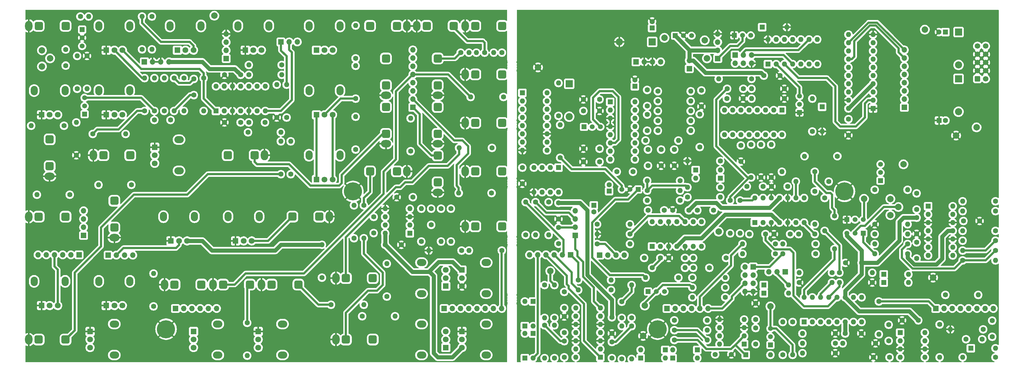
<source format=gbl>
%TF.GenerationSoftware,KiCad,Pcbnew,(6.0.6-0)*%
%TF.CreationDate,2023-05-13T23:48:37+01:00*%
%TF.ProjectId,ouroboros,6f75726f-626f-4726-9f73-2e6b69636164,r02*%
%TF.SameCoordinates,Original*%
%TF.FileFunction,Copper,L2,Bot*%
%TF.FilePolarity,Positive*%
%FSLAX46Y46*%
G04 Gerber Fmt 4.6, Leading zero omitted, Abs format (unit mm)*
G04 Created by KiCad (PCBNEW (6.0.6-0)) date 2023-05-13 23:48:37*
%MOMM*%
%LPD*%
G01*
G04 APERTURE LIST*
G04 Aperture macros list*
%AMRoundRect*
0 Rectangle with rounded corners*
0 $1 Rounding radius*
0 $2 $3 $4 $5 $6 $7 $8 $9 X,Y pos of 4 corners*
0 Add a 4 corners polygon primitive as box body*
4,1,4,$2,$3,$4,$5,$6,$7,$8,$9,$2,$3,0*
0 Add four circle primitives for the rounded corners*
1,1,$1+$1,$2,$3*
1,1,$1+$1,$4,$5*
1,1,$1+$1,$6,$7*
1,1,$1+$1,$8,$9*
0 Add four rect primitives between the rounded corners*
20,1,$1+$1,$2,$3,$4,$5,0*
20,1,$1+$1,$4,$5,$6,$7,0*
20,1,$1+$1,$6,$7,$8,$9,0*
20,1,$1+$1,$8,$9,$2,$3,0*%
G04 Aperture macros list end*
%TA.AperFunction,ComponentPad*%
%ADD10R,1.600000X1.600000*%
%TD*%
%TA.AperFunction,ComponentPad*%
%ADD11O,1.600000X1.600000*%
%TD*%
%TA.AperFunction,ComponentPad*%
%ADD12C,1.600000*%
%TD*%
%TA.AperFunction,ComponentPad*%
%ADD13O,2.200000X2.900000*%
%TD*%
%TA.AperFunction,ComponentPad*%
%ADD14R,1.800000X1.800000*%
%TD*%
%TA.AperFunction,ComponentPad*%
%ADD15C,1.800000*%
%TD*%
%TA.AperFunction,ComponentPad*%
%ADD16R,2.200000X2.200000*%
%TD*%
%TA.AperFunction,ComponentPad*%
%ADD17O,2.200000X2.200000*%
%TD*%
%TA.AperFunction,ComponentPad*%
%ADD18O,2.300000X3.100000*%
%TD*%
%TA.AperFunction,ComponentPad*%
%ADD19RoundRect,0.650000X-0.650000X0.650000X-0.650000X-0.650000X0.650000X-0.650000X0.650000X0.650000X0*%
%TD*%
%TA.AperFunction,ComponentPad*%
%ADD20O,2.900000X2.200000*%
%TD*%
%TA.AperFunction,ComponentPad*%
%ADD21R,1.700000X1.700000*%
%TD*%
%TA.AperFunction,ComponentPad*%
%ADD22O,1.700000X1.700000*%
%TD*%
%TA.AperFunction,ComponentPad*%
%ADD23R,1.500000X1.500000*%
%TD*%
%TA.AperFunction,ComponentPad*%
%ADD24C,1.500000*%
%TD*%
%TA.AperFunction,ComponentPad*%
%ADD25O,3.100000X2.300000*%
%TD*%
%TA.AperFunction,ComponentPad*%
%ADD26RoundRect,0.650000X-0.650000X-0.650000X0.650000X-0.650000X0.650000X0.650000X-0.650000X0.650000X0*%
%TD*%
%TA.AperFunction,ComponentPad*%
%ADD27RoundRect,0.650000X0.650000X-0.650000X0.650000X0.650000X-0.650000X0.650000X-0.650000X-0.650000X0*%
%TD*%
%TA.AperFunction,ComponentPad*%
%ADD28C,5.600000*%
%TD*%
%TA.AperFunction,ComponentPad*%
%ADD29C,2.000000*%
%TD*%
%TA.AperFunction,ComponentPad*%
%ADD30RoundRect,0.250000X-0.600000X-0.600000X0.600000X-0.600000X0.600000X0.600000X-0.600000X0.600000X0*%
%TD*%
%TA.AperFunction,ComponentPad*%
%ADD31C,1.700000*%
%TD*%
%TA.AperFunction,ViaPad*%
%ADD32C,0.762000*%
%TD*%
%TA.AperFunction,Conductor*%
%ADD33C,0.635000*%
%TD*%
%TA.AperFunction,Conductor*%
%ADD34C,1.270000*%
%TD*%
G04 APERTURE END LIST*
D10*
%TO.P,U16,1*%
%TO.N,Net-(C58-Pad2)*%
X311658000Y-95758000D03*
D11*
%TO.P,U16,2,-*%
%TO.N,/Filter CV/RES_CV_ATTV_TOP*%
X311658000Y-98298000D03*
%TO.P,U16,3,+*%
%TO.N,GND*%
X311658000Y-100838000D03*
%TO.P,U16,4,V+*%
%TO.N,VCC*%
X311658000Y-103378000D03*
%TO.P,U16,5,+*%
%TO.N,GND*%
X311658000Y-105918000D03*
%TO.P,U16,6,-*%
%TO.N,/Filter CV/FREQ_CV_ATTV_TOP*%
X311658000Y-108458000D03*
%TO.P,U16,7*%
%TO.N,Net-(C60-Pad2)*%
X311658000Y-110998000D03*
%TO.P,U16,8*%
%TO.N,Net-(R128-Pad1)*%
X319278000Y-110998000D03*
%TO.P,U16,9,-*%
%TO.N,/Filter CV/FREQ_CV_ATTV_BOTTOM*%
X319278000Y-108458000D03*
%TO.P,U16,10,+*%
%TO.N,GND*%
X319278000Y-105918000D03*
%TO.P,U16,11,V-*%
%TO.N,VEE*%
X319278000Y-103378000D03*
%TO.P,U16,12,+*%
%TO.N,GND*%
X319278000Y-100838000D03*
%TO.P,U16,13,-*%
%TO.N,/Filter CV/RES_CV_ATTV_BOTTOM*%
X319278000Y-98298000D03*
%TO.P,U16,14*%
%TO.N,Net-(R125-Pad2)*%
X319278000Y-95758000D03*
%TD*%
D12*
%TO.P,C2,1*%
%TO.N,Net-(C2-Pad1)*%
X72390000Y-69088000D03*
%TO.P,C2,2*%
%TO.N,/Noise/NOISE*%
X77390000Y-69088000D03*
%TD*%
%TO.P,R33,1*%
%TO.N,Net-(J18-PadT)*%
X137160000Y-95504000D03*
D11*
%TO.P,R33,2*%
%TO.N,/CV Mixer/CV_MIX_OUT*%
X137160000Y-105664000D03*
%TD*%
D12*
%TO.P,R7,1*%
%TO.N,Net-(C3-Pad1)*%
X53340000Y-73406000D03*
D11*
%TO.P,R7,2*%
%TO.N,Net-(R7-Pad2)*%
X63500000Y-73406000D03*
%TD*%
D10*
%TO.P,U5,1*%
%TO.N,/Delay/FEEDBACK_SOURCE*%
X210302000Y-142494000D03*
D11*
%TO.P,U5,2,-*%
%TO.N,Net-(C24-Pad2)*%
X210302000Y-139954000D03*
%TO.P,U5,3,+*%
%TO.N,GND*%
X210302000Y-137414000D03*
%TO.P,U5,4,V+*%
%TO.N,VCC*%
X210302000Y-134874000D03*
%TO.P,U5,5,+*%
%TO.N,GND*%
X210302000Y-132334000D03*
%TO.P,U5,6,-*%
%TO.N,Net-(C25-Pad2)*%
X210302000Y-129794000D03*
%TO.P,U5,7*%
%TO.N,/Delay/AUDIO_OUT*%
X210302000Y-127254000D03*
%TO.P,U5,8*%
%TO.N,Net-(C14-Pad1)*%
X202682000Y-127254000D03*
%TO.P,U5,9,-*%
%TO.N,Net-(C14-Pad2)*%
X202682000Y-129794000D03*
%TO.P,U5,10,+*%
%TO.N,GND*%
X202682000Y-132334000D03*
%TO.P,U5,11,V-*%
%TO.N,VEE*%
X202682000Y-134874000D03*
%TO.P,U5,12,+*%
%TO.N,GND*%
X202682000Y-137414000D03*
%TO.P,U5,13,-*%
%TO.N,Net-(C16-Pad2)*%
X202682000Y-139954000D03*
%TO.P,U5,14*%
%TO.N,/Delay/DRY_AUDIO_SOURCE*%
X202682000Y-142494000D03*
%TD*%
D12*
%TO.P,R92,1*%
%TO.N,Net-(C52-Pad1)*%
X264414000Y-107442000D03*
D11*
%TO.P,R92,2*%
%TO.N,/Filter VCA/AUDIO_INPUT1*%
X254254000Y-107442000D03*
%TD*%
D13*
%TO.P,RV2,*%
%TO.N,*%
X35200000Y-60000000D03*
X44800000Y-60000000D03*
D14*
%TO.P,RV2,1,1*%
%TO.N,GND*%
X37500000Y-67500000D03*
D15*
%TO.P,RV2,2,2*%
%TO.N,Net-(R1-Pad2)*%
X40000000Y-67500000D03*
%TO.P,RV2,3,3*%
%TO.N,Net-(J2-PadT)*%
X42500000Y-67500000D03*
%TD*%
D12*
%TO.P,R105,1*%
%TO.N,Net-(R101-Pad1)*%
X280924000Y-88138000D03*
D11*
%TO.P,R105,2*%
%TO.N,Net-(R105-Pad2)*%
X270764000Y-88138000D03*
%TD*%
D13*
%TO.P,RV12,*%
%TO.N,*%
X95200000Y-99000000D03*
X104800000Y-99000000D03*
D14*
%TO.P,RV12,1,1*%
%TO.N,GND*%
X97500000Y-106500000D03*
D15*
%TO.P,RV12,2,2*%
%TO.N,Net-(J46-Pad3)*%
X100000000Y-106500000D03*
%TO.P,RV12,3,3*%
%TO.N,Net-(J12-PadT)*%
X102500000Y-106500000D03*
%TD*%
D12*
%TO.P,R55,1*%
%TO.N,Net-(Q4-Pad3)*%
X197866000Y-80772000D03*
D11*
%TO.P,R55,2*%
%TO.N,/Delay CV/DELAY_CTRL*%
X197866000Y-70612000D03*
%TD*%
D12*
%TO.P,R45,1*%
%TO.N,Net-(J40-Pad8)*%
X179832000Y-109474000D03*
D11*
%TO.P,R45,2*%
%TO.N,Net-(J27-PadT)*%
X169672000Y-109474000D03*
%TD*%
D12*
%TO.P,R89,1*%
%TO.N,Net-(R89-Pad1)*%
X256921000Y-76708000D03*
D11*
%TO.P,R89,2*%
%TO.N,Net-(C43-Pad2)*%
X256921000Y-86868000D03*
%TD*%
D12*
%TO.P,R129,1*%
%TO.N,/Filter CV/FREQ_CV_ATTV_TOP*%
X332486000Y-109474000D03*
D11*
%TO.P,R129,2*%
%TO.N,Net-(R128-Pad1)*%
X322326000Y-109474000D03*
%TD*%
D16*
%TO.P,D21,1,K*%
%TO.N,Net-(D21-Pad1)*%
X321056000Y-56388000D03*
D17*
%TO.P,D21,2,A*%
%TO.N,VEE*%
X321056000Y-66548000D03*
%TD*%
D18*
%TO.P,J7,S,Sleeve*%
%TO.N,GND*%
X75520000Y-120000000D03*
D19*
%TO.P,J7,T,Tip*%
%TO.N,Net-(J43-Pad2)*%
X86920000Y-120000000D03*
%TO.P,J7,TN,Tip_normalize*%
%TO.N,Net-(J7-PadTN)*%
X78620000Y-120000000D03*
%TD*%
D12*
%TO.P,C51,1*%
%TO.N,VCC*%
X268986000Y-104394000D03*
%TO.P,C51,2*%
%TO.N,GND*%
X263986000Y-104394000D03*
%TD*%
D10*
%TO.P,D14,1,K*%
%TO.N,/Divider/SIGNAL*%
X260350000Y-40386000D03*
D11*
%TO.P,D14,2,A*%
%TO.N,GND*%
X267970000Y-40386000D03*
%TD*%
D20*
%TO.P,RV8,*%
%TO.N,*%
X80000000Y-84800000D03*
X80000000Y-75200000D03*
D14*
%TO.P,RV8,1,1*%
%TO.N,GND*%
X72500000Y-77500000D03*
D15*
%TO.P,RV8,2,2*%
%TO.N,Net-(J45-Pad4)*%
X72500000Y-80000000D03*
%TO.P,RV8,3,3*%
%TO.N,Net-(J45-Pad3)*%
X72500000Y-82500000D03*
%TD*%
D10*
%TO.P,U13,1*%
%TO.N,Net-(R97-Pad1)*%
X273304000Y-131572000D03*
D11*
%TO.P,U13,2,DIODE_BIAS*%
%TO.N,unconnected-(U13-Pad2)*%
X275844000Y-131572000D03*
%TO.P,U13,3,+*%
%TO.N,Net-(R108-Pad2)*%
X278384000Y-131572000D03*
%TO.P,U13,4,-*%
%TO.N,Net-(R109-Pad1)*%
X280924000Y-131572000D03*
%TO.P,U13,5*%
%TO.N,Net-(C57-Pad1)*%
X283464000Y-131572000D03*
%TO.P,U13,6,V-*%
%TO.N,VEE*%
X286004000Y-131572000D03*
%TO.P,U13,7*%
%TO.N,unconnected-(U13-Pad7)*%
X288544000Y-131572000D03*
%TO.P,U13,8*%
%TO.N,unconnected-(U13-Pad8)*%
X291084000Y-131572000D03*
%TO.P,U13,9*%
%TO.N,unconnected-(U13-Pad9)*%
X291084000Y-123952000D03*
%TO.P,U13,10*%
%TO.N,unconnected-(U13-Pad10)*%
X288544000Y-123952000D03*
%TO.P,U13,11,V+*%
%TO.N,VCC*%
X286004000Y-123952000D03*
%TO.P,U13,12*%
%TO.N,Net-(C49-Pad1)*%
X283464000Y-123952000D03*
%TO.P,U13,13,-*%
%TO.N,Net-(R113-Pad2)*%
X280924000Y-123952000D03*
%TO.P,U13,14,+*%
%TO.N,Net-(D16-Pad2)*%
X278384000Y-123952000D03*
%TO.P,U13,15,DIODE_BIAS*%
%TO.N,unconnected-(U13-Pad15)*%
X275844000Y-123952000D03*
%TO.P,U13,16*%
%TO.N,Net-(R107-Pad2)*%
X273304000Y-123952000D03*
%TD*%
D10*
%TO.P,C62,1*%
%TO.N,GND*%
X315018500Y-69246000D03*
D12*
%TO.P,C62,2*%
%TO.N,VEE*%
X317018500Y-69246000D03*
%TD*%
%TO.P,R1,1*%
%TO.N,Net-(C3-Pad1)*%
X44450000Y-70866000D03*
D11*
%TO.P,R1,2*%
%TO.N,Net-(R1-Pad2)*%
X34290000Y-70866000D03*
%TD*%
D12*
%TO.P,R118,1*%
%TO.N,/Filter VCA/VCA_OUTPUT*%
X296418000Y-125222000D03*
D11*
%TO.P,R118,2*%
%TO.N,Net-(C57-Pad1)*%
X296418000Y-135382000D03*
%TD*%
D12*
%TO.P,R74,1*%
%TO.N,/VCA CV/VCA_CV_ATTV_TOP*%
X233172000Y-137160000D03*
D11*
%TO.P,R74,2*%
%TO.N,Net-(R73-Pad1)*%
X243332000Y-137160000D03*
%TD*%
D12*
%TO.P,R28,1*%
%TO.N,/CV Mixer/CV_MIX_OUT*%
X134112000Y-105664000D03*
D11*
%TO.P,R28,2*%
%TO.N,Net-(C7-Pad1)*%
X134112000Y-95504000D03*
%TD*%
D12*
%TO.P,R17,1*%
%TO.N,Net-(R17-Pad1)*%
X87630000Y-56134000D03*
D11*
%TO.P,R17,2*%
%TO.N,Net-(R16-Pad1)*%
X87630000Y-66294000D03*
%TD*%
D12*
%TO.P,R37,1*%
%TO.N,Net-(C10-Pad2)*%
X161036000Y-96520000D03*
D11*
%TO.P,R37,2*%
%TO.N,Net-(R37-Pad2)*%
X161036000Y-106680000D03*
%TD*%
D12*
%TO.P,R69,1*%
%TO.N,Net-(C29-Pad1)*%
X228082000Y-66304000D03*
D11*
%TO.P,R69,2*%
%TO.N,Net-(C21-Pad1)*%
X238242000Y-66304000D03*
%TD*%
D21*
%TO.P,J31,1,Pin_1*%
%TO.N,VCC*%
X221300000Y-51100000D03*
D22*
%TO.P,J31,2,Pin_2*%
%TO.N,GND*%
X223840000Y-51100000D03*
%TO.P,J31,3,Pin_3*%
X226380000Y-51100000D03*
%TO.P,J31,4,Pin_4*%
%TO.N,VEE*%
X228920000Y-51100000D03*
%TD*%
D23*
%TO.P,Q7,1,E*%
%TO.N,Net-(Q7-Pad1)*%
X262890000Y-138684000D03*
D24*
%TO.P,Q7,2,B*%
%TO.N,Net-(C46-Pad2)*%
X262890000Y-136144000D03*
%TO.P,Q7,3,C*%
%TO.N,/Filter VCA/I_VCA*%
X262890000Y-133604000D03*
%TD*%
D12*
%TO.P,R59,1*%
%TO.N,Net-(C25-Pad2)*%
X213614000Y-121666000D03*
D11*
%TO.P,R59,2*%
%TO.N,/Delay/DRY_AUDIO_MIX*%
X203454000Y-121666000D03*
%TD*%
D12*
%TO.P,R82,1*%
%TO.N,Net-(D10-Pad2)*%
X247396000Y-89916000D03*
D11*
%TO.P,R82,2*%
%TO.N,/Delay CV/TIME_CV_ATTV_TOP*%
X237236000Y-89916000D03*
%TD*%
D12*
%TO.P,C19,1*%
%TO.N,GND*%
X205058000Y-77978000D03*
%TO.P,C19,2*%
%TO.N,Net-(C19-Pad2)*%
X210058000Y-77978000D03*
%TD*%
D10*
%TO.P,D15,1,K*%
%TO.N,Net-(D15-Pad1)*%
X260858000Y-120142000D03*
D11*
%TO.P,D15,2,A*%
%TO.N,Net-(D15-Pad2)*%
X268478000Y-120142000D03*
%TD*%
D23*
%TO.P,U8,1,VO*%
%TO.N,+5V*%
X233426000Y-43032000D03*
D24*
%TO.P,U8,2,GND*%
%TO.N,GND*%
X235966000Y-43032000D03*
%TO.P,U8,3,VI*%
%TO.N,VCC*%
X238506000Y-43032000D03*
%TD*%
D12*
%TO.P,C24,1*%
%TO.N,/Delay/FEEDBACK_SOURCE*%
X213868000Y-142748000D03*
%TO.P,C24,2*%
%TO.N,Net-(C24-Pad2)*%
X213868000Y-137748000D03*
%TD*%
%TO.P,R36,1*%
%TO.N,Net-(C7-Pad1)*%
X154940000Y-106680000D03*
D11*
%TO.P,R36,2*%
%TO.N,Net-(C10-Pad2)*%
X154940000Y-96520000D03*
%TD*%
D10*
%TO.P,U6,1,VCC*%
%TO.N,+5V*%
X213360000Y-63500000D03*
D11*
%TO.P,U6,2,REF*%
%TO.N,Net-(C27-Pad1)*%
X213360000Y-66040000D03*
%TO.P,U6,3,AGND*%
%TO.N,GND*%
X213360000Y-68580000D03*
%TO.P,U6,4,DGND*%
X213360000Y-71120000D03*
%TO.P,U6,5,CLK_O*%
%TO.N,Net-(U3-Pad10)*%
X213360000Y-73660000D03*
%TO.P,U6,6,VCO*%
%TO.N,Net-(Q3-Pad3)*%
X213360000Y-76200000D03*
%TO.P,U6,7,CC1*%
%TO.N,Net-(C19-Pad2)*%
X213360000Y-78740000D03*
%TO.P,U6,8,CC0*%
%TO.N,Net-(C20-Pad2)*%
X213360000Y-81280000D03*
%TO.P,U6,9,OP1-OUT*%
%TO.N,Net-(C26-Pad1)*%
X220980000Y-81280000D03*
%TO.P,U6,10,OP1-IN*%
%TO.N,Net-(C26-Pad2)*%
X220980000Y-78740000D03*
%TO.P,U6,11,OP2-IN*%
%TO.N,Net-(C30-Pad1)*%
X220980000Y-76200000D03*
%TO.P,U6,12,OP2-OUT*%
%TO.N,Net-(C30-Pad2)*%
X220980000Y-73660000D03*
%TO.P,U6,13,LPF2-IN*%
%TO.N,Net-(C29-Pad2)*%
X220980000Y-71120000D03*
%TO.P,U6,14,LPF2-OUT*%
%TO.N,Net-(C29-Pad1)*%
X220980000Y-68580000D03*
%TO.P,U6,15,LPF1-OUT*%
%TO.N,Net-(C28-Pad1)*%
X220980000Y-66040000D03*
%TO.P,U6,16,LPF1-IN*%
%TO.N,Net-(C28-Pad2)*%
X220980000Y-63500000D03*
%TD*%
D10*
%TO.P,D1,1,K*%
%TO.N,Net-(D1-Pad1)*%
X186944000Y-132842000D03*
D11*
%TO.P,D1,2,A*%
%TO.N,Net-(C16-Pad2)*%
X186944000Y-125222000D03*
%TD*%
D12*
%TO.P,R107,1*%
%TO.N,/Filter CV/I_FREQ*%
X282702000Y-98806000D03*
D11*
%TO.P,R107,2*%
%TO.N,Net-(R107-Pad2)*%
X282702000Y-108966000D03*
%TD*%
D12*
%TO.P,R44,1*%
%TO.N,Net-(J23-PadT)*%
X179861000Y-48260000D03*
D11*
%TO.P,R44,2*%
%TO.N,Net-(J41-Pad8)*%
X177321000Y-48260000D03*
%TD*%
D12*
%TO.P,C44,1*%
%TO.N,GND*%
X254428000Y-62484000D03*
%TO.P,C44,2*%
%TO.N,VEE*%
X249428000Y-62484000D03*
%TD*%
%TO.P,R48,1*%
%TO.N,/Delay/AUDIO_IN*%
X190246000Y-94488000D03*
D11*
%TO.P,R48,2*%
%TO.N,Net-(C16-Pad2)*%
X190246000Y-104648000D03*
%TD*%
D12*
%TO.P,R120,1*%
%TO.N,VEE*%
X305308000Y-110490000D03*
D11*
%TO.P,R120,2*%
%TO.N,Net-(Q10-Pad1)*%
X295148000Y-110490000D03*
%TD*%
D10*
%TO.P,D11,1,K*%
%TO.N,Net-(C24-Pad2)*%
X240284000Y-140208000D03*
D11*
%TO.P,D11,2,A*%
%TO.N,Net-(D11-Pad2)*%
X232664000Y-140208000D03*
%TD*%
D12*
%TO.P,R101,1*%
%TO.N,Net-(R101-Pad1)*%
X276606000Y-91186000D03*
D11*
%TO.P,R101,2*%
%TO.N,Net-(C52-Pad1)*%
X276606000Y-101346000D03*
%TD*%
D12*
%TO.P,C29,1*%
%TO.N,Net-(C29-Pad1)*%
X224780000Y-67400000D03*
%TO.P,C29,2*%
%TO.N,Net-(C29-Pad2)*%
X224780000Y-72400000D03*
%TD*%
%TO.P,R53,1*%
%TO.N,/Delay/DRY_AUDIO_SOURCE*%
X196088000Y-142748000D03*
D11*
%TO.P,R53,2*%
%TO.N,Net-(C14-Pad2)*%
X196088000Y-132588000D03*
%TD*%
D23*
%TO.P,Q5,1,E*%
%TO.N,Net-(Q4-Pad1)*%
X225044000Y-122174000D03*
D24*
%TO.P,Q5,2,B*%
%TO.N,Net-(Q5-Pad2)*%
X227584000Y-122174000D03*
%TO.P,Q5,3,C*%
%TO.N,Net-(C33-Pad1)*%
X230124000Y-122174000D03*
%TD*%
D12*
%TO.P,C15,1*%
%TO.N,GND*%
X199136000Y-129874000D03*
%TO.P,C15,2*%
%TO.N,VEE*%
X199136000Y-134874000D03*
%TD*%
D10*
%TO.P,C27,1*%
%TO.N,Net-(C27-Pad1)*%
X220980000Y-58674000D03*
D12*
%TO.P,C27,2*%
%TO.N,GND*%
X220980000Y-56674000D03*
%TD*%
D10*
%TO.P,D10,1,K*%
%TO.N,Net-(C31-Pad2)*%
X239776000Y-84582000D03*
D11*
%TO.P,D10,2,A*%
%TO.N,Net-(D10-Pad2)*%
X247396000Y-84582000D03*
%TD*%
D12*
%TO.P,R85,1*%
%TO.N,Net-(C39-Pad2)*%
X248920000Y-123952000D03*
D11*
%TO.P,R85,2*%
%TO.N,VCC*%
X238760000Y-123952000D03*
%TD*%
D12*
%TO.P,R8,1*%
%TO.N,Net-(J6-PadT)*%
X65278000Y-89154000D03*
D11*
%TO.P,R8,2*%
%TO.N,Net-(J46-Pad4)*%
X55118000Y-89154000D03*
%TD*%
D12*
%TO.P,R99,1*%
%TO.N,Net-(J34-Pad1)*%
X275844000Y-72644000D03*
D11*
%TO.P,R99,2*%
%TO.N,/Divider/RESET*%
X275844000Y-62484000D03*
%TD*%
D25*
%TO.P,J21,S,Sleeve*%
%TO.N,GND*%
X160000000Y-76480000D03*
D26*
%TO.P,J21,T,Tip*%
%TO.N,Net-(J21-PadT)*%
X160000000Y-65080000D03*
%TO.P,J21,TN,Tip_normalize*%
%TO.N,unconnected-(J21-PadTN)*%
X160000000Y-73380000D03*
%TD*%
D12*
%TO.P,R102,1*%
%TO.N,Net-(C52-Pad2)*%
X276860000Y-107442000D03*
D11*
%TO.P,R102,2*%
%TO.N,Net-(C52-Pad1)*%
X266700000Y-107442000D03*
%TD*%
D12*
%TO.P,R22,1*%
%TO.N,Net-(J4-PadT)*%
X111506000Y-85852000D03*
D11*
%TO.P,R22,2*%
%TO.N,Net-(C6-Pad2)*%
X111506000Y-75692000D03*
%TD*%
D12*
%TO.P,R56,1*%
%TO.N,/Delay/DELAY_WET_MIX*%
X203454000Y-118618000D03*
D11*
%TO.P,R56,2*%
%TO.N,Net-(C24-Pad2)*%
X213614000Y-118618000D03*
%TD*%
D12*
%TO.P,R20,1*%
%TO.N,Net-(R20-Pad1)*%
X101600000Y-55118000D03*
D11*
%TO.P,R20,2*%
%TO.N,Net-(R20-Pad2)*%
X111760000Y-55118000D03*
%TD*%
D23*
%TO.P,Q9,1,E*%
%TO.N,GND*%
X286512000Y-99928000D03*
D24*
%TO.P,Q9,2,B*%
%TO.N,Net-(Q10-Pad1)*%
X289052000Y-99928000D03*
%TO.P,Q9,3,C*%
%TO.N,/Filter CV/I_FREQ*%
X291592000Y-99928000D03*
%TD*%
D12*
%TO.P,R54,1*%
%TO.N,Net-(C18-Pad1)*%
X197358000Y-67818000D03*
D11*
%TO.P,R54,2*%
%TO.N,+5V*%
X197358000Y-57658000D03*
%TD*%
D12*
%TO.P,C45,1*%
%TO.N,GND*%
X258318000Y-125810000D03*
%TO.P,C45,2*%
%TO.N,VEE*%
X258318000Y-130810000D03*
%TD*%
%TO.P,R43,1*%
%TO.N,Net-(J26-PadT)*%
X176657000Y-91694000D03*
D11*
%TO.P,R43,2*%
%TO.N,Net-(J27-PadTN)*%
X166497000Y-91694000D03*
%TD*%
D12*
%TO.P,R39,1*%
%TO.N,Net-(J20-PadT)*%
X167103000Y-48260000D03*
D11*
%TO.P,R39,2*%
%TO.N,/CV Mixer/CV_MIX_IN_2*%
X169643000Y-48260000D03*
%TD*%
D12*
%TO.P,R9,1*%
%TO.N,VCC*%
X68580000Y-47244000D03*
D11*
%TO.P,R9,2*%
%TO.N,Net-(R9-Pad2)*%
X68580000Y-37084000D03*
%TD*%
D18*
%TO.P,J5,S,Sleeve*%
%TO.N,GND*%
X53520000Y-80000000D03*
D19*
%TO.P,J5,T,Tip*%
%TO.N,Net-(J5-PadT)*%
X64920000Y-80000000D03*
%TO.P,J5,TN,Tip_normalize*%
%TO.N,Net-(J46-Pad4)*%
X56620000Y-80000000D03*
%TD*%
D12*
%TO.P,R12,1*%
%TO.N,Net-(C2-Pad1)*%
X72390000Y-66294000D03*
D11*
%TO.P,R12,2*%
%TO.N,VCC*%
X72390000Y-56134000D03*
%TD*%
D12*
%TO.P,R77,1*%
%TO.N,Net-(C40-Pad2)*%
X234950000Y-93980000D03*
D11*
%TO.P,R77,2*%
%TO.N,/Delay CV/TIME*%
X224790000Y-93980000D03*
%TD*%
D12*
%TO.P,C42,1*%
%TO.N,VCC*%
X253746000Y-76962000D03*
%TO.P,C42,2*%
%TO.N,GND*%
X253746000Y-81962000D03*
%TD*%
%TO.P,R94,1*%
%TO.N,Net-(Q7-Pad1)*%
X266700000Y-141732000D03*
D11*
%TO.P,R94,2*%
%TO.N,/VCA CV/VCA_CV_ATTV_TOP*%
X266700000Y-131572000D03*
%TD*%
D12*
%TO.P,R50,1*%
%TO.N,Net-(C16-Pad2)*%
X193040000Y-132588000D03*
D11*
%TO.P,R50,2*%
%TO.N,/Delay/DRY_AUDIO_SOURCE*%
X193040000Y-142748000D03*
%TD*%
D12*
%TO.P,C3,1*%
%TO.N,Net-(C3-Pad1)*%
X84582000Y-61388000D03*
%TO.P,C3,2*%
%TO.N,Net-(C3-Pad2)*%
X84582000Y-56388000D03*
%TD*%
%TO.P,R35,1*%
%TO.N,Net-(J21-PadT)*%
X151638000Y-78740000D03*
D11*
%TO.P,R35,2*%
%TO.N,/CV Mixer/CV_MIX_IN_1*%
X151638000Y-68580000D03*
%TD*%
D10*
%TO.P,D12,1,K*%
%TO.N,Net-(D10-Pad2)*%
X247396000Y-87122000D03*
D11*
%TO.P,D12,2,A*%
%TO.N,Net-(C31-Pad2)*%
X239776000Y-87122000D03*
%TD*%
D12*
%TO.P,R58,1*%
%TO.N,/Delay CV/TIME_CV_ATTV_TOP*%
X209296000Y-107442000D03*
D11*
%TO.P,R58,2*%
%TO.N,/Delay CV/TIME_CV_ATTV_MID*%
X219456000Y-107442000D03*
%TD*%
D23*
%TO.P,Q2,1,E*%
%TO.N,Net-(Q2-Pad1)*%
X50800000Y-67310000D03*
D24*
%TO.P,Q2,2,B*%
%TO.N,Net-(C1-Pad2)*%
X50800000Y-64770000D03*
%TO.P,Q2,3,C*%
%TO.N,Net-(C2-Pad1)*%
X50800000Y-62230000D03*
%TD*%
D12*
%TO.P,R80,1*%
%TO.N,Net-(C22-Pad2)*%
X241036000Y-77470000D03*
D11*
%TO.P,R80,2*%
%TO.N,Net-(C38-Pad2)*%
X241036000Y-67310000D03*
%TD*%
D18*
%TO.P,J24,S,Sleeve*%
%TO.N,GND*%
X168520000Y-55000000D03*
D19*
%TO.P,J24,T,Tip*%
%TO.N,Net-(J24-PadT)*%
X179920000Y-55000000D03*
%TO.P,J24,TN,Tip_normalize*%
%TO.N,unconnected-(J24-PadTN)*%
X171620000Y-55000000D03*
%TD*%
D12*
%TO.P,C37,1*%
%TO.N,VCC*%
X236474000Y-111760000D03*
%TO.P,C37,2*%
%TO.N,GND*%
X231474000Y-111760000D03*
%TD*%
%TO.P,R67,1*%
%TO.N,Net-(C28-Pad2)*%
X228082000Y-60208000D03*
D11*
%TO.P,R67,2*%
%TO.N,Net-(C38-Pad2)*%
X238242000Y-60208000D03*
%TD*%
D25*
%TO.P,J20,S,Sleeve*%
%TO.N,GND*%
X160000000Y-61480000D03*
D26*
%TO.P,J20,T,Tip*%
%TO.N,Net-(J20-PadT)*%
X160000000Y-50080000D03*
%TO.P,J20,TN,Tip_normalize*%
%TO.N,unconnected-(J20-PadTN)*%
X160000000Y-58380000D03*
%TD*%
D12*
%TO.P,R98,1*%
%TO.N,GND*%
X271780000Y-119380000D03*
D11*
%TO.P,R98,2*%
%TO.N,Net-(D16-Pad2)*%
X281940000Y-119380000D03*
%TD*%
D18*
%TO.P,J18,S,Sleeve*%
%TO.N,GND*%
X150480000Y-85000000D03*
D27*
%TO.P,J18,T,Tip*%
%TO.N,Net-(J18-PadT)*%
X139080000Y-85000000D03*
%TO.P,J18,TN,Tip_normalize*%
%TO.N,unconnected-(J18-PadTN)*%
X147380000Y-85000000D03*
%TD*%
D12*
%TO.P,R26,1*%
%TO.N,Net-(R26-Pad1)*%
X124206000Y-117856000D03*
D11*
%TO.P,R26,2*%
%TO.N,VCC*%
X124206000Y-107696000D03*
%TD*%
D25*
%TO.P,J16,S,Sleeve*%
%TO.N,GND*%
X144000000Y-61480000D03*
D26*
%TO.P,J16,T,Tip*%
%TO.N,Net-(J16-PadT)*%
X144000000Y-50080000D03*
%TO.P,J16,TN,Tip_normalize*%
%TO.N,/CV Mixer/CV_MIX_IN_2*%
X144000000Y-58380000D03*
%TD*%
D12*
%TO.P,R46,1*%
%TO.N,Net-(J24-PadT)*%
X180340000Y-61976000D03*
D11*
%TO.P,R46,2*%
%TO.N,Net-(J41-Pad5)*%
X170180000Y-61976000D03*
%TD*%
D16*
%TO.P,D7,1,K*%
%TO.N,+5V*%
X226314000Y-44958000D03*
D17*
%TO.P,D7,2,A*%
%TO.N,GND*%
X216154000Y-44958000D03*
%TD*%
D12*
%TO.P,R3,1*%
%TO.N,Net-(C1-Pad2)*%
X48514000Y-59436000D03*
D11*
%TO.P,R3,2*%
%TO.N,VCC*%
X48514000Y-49276000D03*
%TD*%
D12*
%TO.P,C41,1*%
%TO.N,VCC*%
X245800000Y-141600000D03*
%TO.P,C41,2*%
%TO.N,GND*%
X250800000Y-141600000D03*
%TD*%
D10*
%TO.P,U12,1*%
%TO.N,Net-(R111-Pad2)*%
X266446000Y-66040000D03*
D11*
%TO.P,U12,2,DIODE_BIAS*%
%TO.N,unconnected-(U12-Pad2)*%
X263906000Y-66040000D03*
%TO.P,U12,3,+*%
%TO.N,Net-(C43-Pad1)*%
X261366000Y-66040000D03*
%TO.P,U12,4,-*%
%TO.N,Net-(R96-Pad2)*%
X258826000Y-66040000D03*
%TO.P,U12,5*%
%TO.N,Net-(R105-Pad2)*%
X256286000Y-66040000D03*
%TO.P,U12,6,V-*%
%TO.N,VEE*%
X253746000Y-66040000D03*
%TO.P,U12,7*%
%TO.N,unconnected-(U12-Pad7)*%
X251206000Y-66040000D03*
%TO.P,U12,8*%
%TO.N,unconnected-(U12-Pad8)*%
X248666000Y-66040000D03*
%TO.P,U12,9*%
%TO.N,unconnected-(U12-Pad9)*%
X248666000Y-73660000D03*
%TO.P,U12,10*%
%TO.N,unconnected-(U12-Pad10)*%
X251206000Y-73660000D03*
%TO.P,U12,11,V+*%
%TO.N,VCC*%
X253746000Y-73660000D03*
%TO.P,U12,12*%
%TO.N,Net-(C48-Pad1)*%
X256286000Y-73660000D03*
%TO.P,U12,13,-*%
%TO.N,Net-(R90-Pad2)*%
X258826000Y-73660000D03*
%TO.P,U12,14,+*%
%TO.N,Net-(R89-Pad1)*%
X261366000Y-73660000D03*
%TO.P,U12,15,DIODE_BIAS*%
%TO.N,unconnected-(U12-Pad15)*%
X263906000Y-73660000D03*
%TO.P,U12,16*%
%TO.N,Net-(R100-Pad2)*%
X266446000Y-73660000D03*
%TD*%
D23*
%TO.P,Q6,1,E*%
%TO.N,GND*%
X251714000Y-42926000D03*
D24*
%TO.P,Q6,2,B*%
%TO.N,/Divider/SIGNAL*%
X254254000Y-42926000D03*
%TO.P,Q6,3,C*%
%TO.N,Net-(Q6-Pad3)*%
X256794000Y-42926000D03*
%TD*%
D12*
%TO.P,R125,1*%
%TO.N,/Filter CV/RES_CV_ATTV_TOP*%
X332486000Y-94234000D03*
D11*
%TO.P,R125,2*%
%TO.N,Net-(R125-Pad2)*%
X322326000Y-94234000D03*
%TD*%
D10*
%TO.P,U15,1*%
%TO.N,/Filter VCA/VCA_OUTPUT*%
X303022000Y-134874000D03*
D11*
%TO.P,U15,2,-*%
%TO.N,Net-(C57-Pad1)*%
X303022000Y-137414000D03*
%TO.P,U15,3,+*%
%TO.N,GND*%
X303022000Y-139954000D03*
%TO.P,U15,4,V-*%
%TO.N,VEE*%
X303022000Y-142494000D03*
%TO.P,U15,5,+*%
%TO.N,Net-(C64-Pad1)*%
X310642000Y-142494000D03*
%TO.P,U15,6,-*%
%TO.N,GND*%
X310642000Y-139954000D03*
%TO.P,U15,7*%
%TO.N,Net-(C64-Pad2)*%
X310642000Y-137414000D03*
%TO.P,U15,8,V+*%
%TO.N,VCC*%
X310642000Y-134874000D03*
%TD*%
D25*
%TO.P,J22,S,Sleeve*%
%TO.N,GND*%
X160000000Y-91480000D03*
D26*
%TO.P,J22,T,Tip*%
%TO.N,Net-(J22-PadT)*%
X160000000Y-80080000D03*
%TO.P,J22,TN,Tip_normalize*%
%TO.N,unconnected-(J22-PadTN)*%
X160000000Y-88380000D03*
%TD*%
D20*
%TO.P,RV19,*%
%TO.N,*%
X155000000Y-141800000D03*
X155000000Y-132200000D03*
D14*
%TO.P,RV19,1,1*%
%TO.N,Net-(J40-Pad4)*%
X162500000Y-139500000D03*
D15*
%TO.P,RV19,2,2*%
%TO.N,Net-(R32-Pad2)*%
X162500000Y-137000000D03*
%TO.P,RV19,3,3*%
%TO.N,Net-(J40-Pad3)*%
X162500000Y-134500000D03*
%TD*%
D18*
%TO.P,J14,S,Sleeve*%
%TO.N,GND*%
X128520000Y-137000000D03*
D19*
%TO.P,J14,T,Tip*%
%TO.N,Net-(J14-PadT)*%
X139920000Y-137000000D03*
%TO.P,J14,TN,Tip_normalize*%
%TO.N,/CV Mixer/CV_MIX_OUT*%
X131620000Y-137000000D03*
%TD*%
D18*
%TO.P,J3,S,Sleeve*%
%TO.N,GND*%
X33520000Y-99022500D03*
D19*
%TO.P,J3,T,Tip*%
%TO.N,Net-(J3-PadT)*%
X44920000Y-99022500D03*
%TO.P,J3,TN,Tip_normalize*%
%TO.N,unconnected-(J3-PadTN)*%
X36620000Y-99022500D03*
%TD*%
D12*
%TO.P,R57,1*%
%TO.N,/Delay CV/TIME_CV*%
X209296000Y-101346000D03*
D11*
%TO.P,R57,2*%
%TO.N,Net-(C31-Pad2)*%
X219456000Y-101346000D03*
%TD*%
D12*
%TO.P,R124,1*%
%TO.N,Net-(C66-Pad2)*%
X328676000Y-133858000D03*
D11*
%TO.P,R124,2*%
%TO.N,GND*%
X318516000Y-133858000D03*
%TD*%
D12*
%TO.P,R6,1*%
%TO.N,GND*%
X51562000Y-49276000D03*
D11*
%TO.P,R6,2*%
%TO.N,Net-(C1-Pad2)*%
X51562000Y-59436000D03*
%TD*%
D23*
%TO.P,Q4,1,E*%
%TO.N,Net-(Q4-Pad1)*%
X221996000Y-90572000D03*
D24*
%TO.P,Q4,2,B*%
%TO.N,GND*%
X219456000Y-90572000D03*
%TO.P,Q4,3,C*%
%TO.N,Net-(Q4-Pad3)*%
X216916000Y-90572000D03*
%TD*%
D12*
%TO.P,R90,1*%
%TO.N,GND*%
X259969000Y-86868000D03*
D11*
%TO.P,R90,2*%
%TO.N,Net-(R90-Pad2)*%
X259969000Y-76708000D03*
%TD*%
D10*
%TO.P,D18,1,K*%
%TO.N,Net-(C48-Pad2)*%
X297942000Y-116840000D03*
D11*
%TO.P,D18,2,A*%
%TO.N,Net-(D18-Pad2)*%
X305562000Y-116840000D03*
%TD*%
D13*
%TO.P,RV10,*%
%TO.N,*%
X77200000Y-40000000D03*
X86800000Y-40000000D03*
D14*
%TO.P,RV10,1,1*%
%TO.N,Net-(R11-Pad1)*%
X79500000Y-47500000D03*
D15*
%TO.P,RV10,2,2*%
%TO.N,Net-(R14-Pad2)*%
X82000000Y-47500000D03*
%TO.P,RV10,3,3*%
%TO.N,Net-(R9-Pad2)*%
X84500000Y-47500000D03*
%TD*%
D23*
%TO.P,Q3,1,E*%
%TO.N,/Delay CV/DELAY_CTRL*%
X205232000Y-71226000D03*
D24*
%TO.P,Q3,2,B*%
%TO.N,Net-(C18-Pad1)*%
X207772000Y-71226000D03*
%TO.P,Q3,3,C*%
%TO.N,Net-(Q3-Pad3)*%
X210312000Y-71226000D03*
%TD*%
D10*
%TO.P,D19,1,K*%
%TO.N,Net-(D19-Pad1)*%
X297942000Y-119380000D03*
D11*
%TO.P,D19,2,A*%
%TO.N,Net-(C64-Pad2)*%
X305562000Y-119380000D03*
%TD*%
D12*
%TO.P,R88,1*%
%TO.N,Net-(C43-Pad1)*%
X257048000Y-56388000D03*
D11*
%TO.P,R88,2*%
%TO.N,Net-(C43-Pad2)*%
X246888000Y-56388000D03*
%TD*%
D10*
%TO.P,D17,1,K*%
%TO.N,/Divider/RESET*%
X278892000Y-65024000D03*
D11*
%TO.P,D17,2,A*%
%TO.N,GND*%
X278892000Y-72644000D03*
%TD*%
D10*
%TO.P,C22,1*%
%TO.N,Net-(C14-Pad1)*%
X213010000Y-91127500D03*
D12*
%TO.P,C22,2*%
%TO.N,Net-(C22-Pad2)*%
X213010000Y-89127500D03*
%TD*%
%TO.P,R14,1*%
%TO.N,Net-(C3-Pad1)*%
X75438000Y-66294000D03*
D11*
%TO.P,R14,2*%
%TO.N,Net-(R14-Pad2)*%
X75438000Y-56134000D03*
%TD*%
D12*
%TO.P,R117,1*%
%TO.N,GND*%
X295402000Y-138176000D03*
D11*
%TO.P,R117,2*%
%TO.N,Net-(R109-Pad1)*%
X285242000Y-138176000D03*
%TD*%
D12*
%TO.P,R13,1*%
%TO.N,Net-(J7-PadTN)*%
X72136000Y-126746000D03*
D11*
%TO.P,R13,2*%
%TO.N,Net-(J46-Pad1)*%
X72136000Y-116586000D03*
%TD*%
D23*
%TO.P,Q8,1,E*%
%TO.N,GND*%
X271886000Y-66802000D03*
D24*
%TO.P,Q8,2,B*%
%TO.N,/Divider/RESET*%
X271886000Y-64262000D03*
%TO.P,Q8,3,C*%
%TO.N,Net-(Q8-Pad3)*%
X271886000Y-61722000D03*
%TD*%
D21*
%TO.P,J28,1,Pin_1*%
%TO.N,/Delay/DELAY_WET_MIX*%
X201100000Y-110800000D03*
D22*
%TO.P,J28,2,Pin_2*%
%TO.N,/Delay/DELAY_WET_SOURCE*%
X198560000Y-110800000D03*
%TO.P,J28,3,Pin_3*%
%TO.N,/Delay/DRY_AUDIO_MIX*%
X196020000Y-110800000D03*
%TO.P,J28,4,Pin_4*%
%TO.N,/Delay/FEEDBACK_SOURCE*%
X193480000Y-110800000D03*
%TO.P,J28,5,Pin_5*%
%TO.N,/Delay/DRY_AUDIO_SOURCE*%
X190940000Y-110800000D03*
%TO.P,J28,6,Pin_6*%
%TO.N,/Delay/FEEDBACK_MIX*%
X188400000Y-110800000D03*
%TD*%
D13*
%TO.P,RV5,*%
%TO.N,*%
X55200000Y-60000000D03*
X64800000Y-60000000D03*
D14*
%TO.P,RV5,1,1*%
%TO.N,GND*%
X57500000Y-67500000D03*
D15*
%TO.P,RV5,2,2*%
%TO.N,Net-(R7-Pad2)*%
X60000000Y-67500000D03*
%TO.P,RV5,3,3*%
%TO.N,Net-(J5-PadT)*%
X62500000Y-67500000D03*
%TD*%
D12*
%TO.P,C16,1*%
%TO.N,/Delay/DRY_AUDIO_SOURCE*%
X199136000Y-142494000D03*
%TO.P,C16,2*%
%TO.N,Net-(C16-Pad2)*%
X199136000Y-137494000D03*
%TD*%
D10*
%TO.P,D2,1,K*%
%TO.N,/Delay/DRY_AUDIO_SOURCE*%
X186944000Y-142748000D03*
D11*
%TO.P,D2,2,A*%
%TO.N,Net-(D1-Pad1)*%
X186944000Y-135128000D03*
%TD*%
D12*
%TO.P,R34,1*%
%TO.N,Net-(J13-PadT)*%
X144272000Y-123698000D03*
D11*
%TO.P,R34,2*%
%TO.N,Net-(R34-Pad2)*%
X144272000Y-113538000D03*
%TD*%
D12*
%TO.P,C31,1*%
%TO.N,/Delay CV/TIME_CV_ATTV_TOP*%
X225044000Y-97028000D03*
%TO.P,C31,2*%
%TO.N,Net-(C31-Pad2)*%
X230044000Y-97028000D03*
%TD*%
%TO.P,R70,1*%
%TO.N,Net-(C29-Pad1)*%
X228082000Y-69352000D03*
D11*
%TO.P,R70,2*%
%TO.N,Net-(C36-Pad2)*%
X238242000Y-69352000D03*
%TD*%
D12*
%TO.P,R63,1*%
%TO.N,Net-(C24-Pad2)*%
X219964000Y-132842000D03*
D11*
%TO.P,R63,2*%
%TO.N,/Delay/FEEDBACK_SOURCE*%
X219964000Y-143002000D03*
%TD*%
D10*
%TO.P,D8,1,K*%
%TO.N,Net-(D11-Pad2)*%
X230378000Y-140208000D03*
D11*
%TO.P,D8,2,A*%
%TO.N,/Delay/FEEDBACK_SOURCE*%
X222758000Y-140208000D03*
%TD*%
D12*
%TO.P,R81,1*%
%TO.N,Net-(D10-Pad2)*%
X247396000Y-81788000D03*
D11*
%TO.P,R81,2*%
%TO.N,GND*%
X237236000Y-81788000D03*
%TD*%
D25*
%TO.P,J2,S,Sleeve*%
%TO.N,GND*%
X40000000Y-86480000D03*
D26*
%TO.P,J2,T,Tip*%
%TO.N,Net-(J2-PadT)*%
X40000000Y-75080000D03*
%TO.P,J2,TN,Tip_normalize*%
%TO.N,Net-(J2-PadTN)*%
X40000000Y-83380000D03*
%TD*%
D12*
%TO.P,R110,1*%
%TO.N,GND*%
X282956000Y-141224000D03*
D11*
%TO.P,R110,2*%
%TO.N,Net-(Q7-Pad1)*%
X272796000Y-141224000D03*
%TD*%
D12*
%TO.P,R84,1*%
%TO.N,Net-(C39-Pad2)*%
X248920000Y-120904000D03*
D11*
%TO.P,R84,2*%
%TO.N,Net-(Q5-Pad2)*%
X238760000Y-120904000D03*
%TD*%
D12*
%TO.P,R4,1*%
%TO.N,GND*%
X48260000Y-80010000D03*
D11*
%TO.P,R4,2*%
%TO.N,Net-(Q2-Pad1)*%
X48260000Y-69850000D03*
%TD*%
D18*
%TO.P,J12,S,Sleeve*%
%TO.N,GND*%
X126480000Y-99000000D03*
D27*
%TO.P,J12,T,Tip*%
%TO.N,Net-(J12-PadT)*%
X115080000Y-99000000D03*
%TO.P,J12,TN,Tip_normalize*%
%TO.N,Net-(J12-PadTN)*%
X123380000Y-99000000D03*
%TD*%
D13*
%TO.P,RV6,*%
%TO.N,*%
X55200000Y-119000000D03*
X64800000Y-119000000D03*
D14*
%TO.P,RV6,1,1*%
%TO.N,GND*%
X57500000Y-126500000D03*
D15*
%TO.P,RV6,2,2*%
%TO.N,Net-(J47-Pad1)*%
X60000000Y-126500000D03*
%TO.P,RV6,3,3*%
%TO.N,Net-(J47-Pad2)*%
X62500000Y-126500000D03*
%TD*%
D12*
%TO.P,R60,1*%
%TO.N,/Delay/FEEDBACK_SOURCE*%
X216916000Y-143002000D03*
D11*
%TO.P,R60,2*%
%TO.N,Net-(C25-Pad2)*%
X216916000Y-132842000D03*
%TD*%
D25*
%TO.P,J17,S,Sleeve*%
%TO.N,GND*%
X144000000Y-76480000D03*
D26*
%TO.P,J17,T,Tip*%
%TO.N,Net-(J17-PadT)*%
X144000000Y-65080000D03*
%TO.P,J17,TN,Tip_normalize*%
%TO.N,/CV Mixer/CV_MIX_IN_1*%
X144000000Y-73380000D03*
%TD*%
D12*
%TO.P,R126,1*%
%TO.N,Net-(R125-Pad2)*%
X332486000Y-97282000D03*
D11*
%TO.P,R126,2*%
%TO.N,/Filter CV/RES_CV_ATTV_BOTTOM*%
X322326000Y-97282000D03*
%TD*%
D12*
%TO.P,C60,1*%
%TO.N,/Filter CV/FREQ_CV_ATTV_TOP*%
X308102000Y-106934000D03*
%TO.P,C60,2*%
%TO.N,Net-(C60-Pad2)*%
X308102000Y-111934000D03*
%TD*%
D10*
%TO.P,C21,1*%
%TO.N,Net-(C21-Pad1)*%
X208280000Y-95504000D03*
D12*
%TO.P,C21,2*%
%TO.N,/Delay/DELAY_WET_SOURCE*%
X208280000Y-97504000D03*
%TD*%
D16*
%TO.P,D20,1,K*%
%TO.N,VCC*%
X321056000Y-41910000D03*
D17*
%TO.P,D20,2,A*%
%TO.N,Net-(D20-Pad2)*%
X321056000Y-52070000D03*
%TD*%
D21*
%TO.P,J34,1,Pin_1*%
%TO.N,Net-(J34-Pad1)*%
X304300000Y-65200000D03*
D22*
%TO.P,J34,2,Pin_2*%
%TO.N,/Divider/DIV2*%
X304300000Y-62660000D03*
%TO.P,J34,3,Pin_3*%
%TO.N,/Divider/DIV3*%
X304300000Y-60120000D03*
%TO.P,J34,4,Pin_4*%
%TO.N,/Divider/DIV4*%
X304300000Y-57580000D03*
%TO.P,J34,5,Pin_5*%
%TO.N,/Divider/DIV7*%
X304300000Y-55040000D03*
%TO.P,J34,6,Pin_6*%
%TO.N,/Divider/DIV5*%
X304300000Y-52500000D03*
%TO.P,J34,7,Pin_7*%
%TO.N,/Divider/DIV8*%
X304300000Y-49960000D03*
%TO.P,J34,8,Pin_8*%
%TO.N,/Divider/DIV13*%
X304300000Y-47420000D03*
%TD*%
D12*
%TO.P,C35,1*%
%TO.N,GND*%
X232664000Y-97028000D03*
%TO.P,C35,2*%
%TO.N,VEE*%
X237664000Y-97028000D03*
%TD*%
D18*
%TO.P,J25,S,Sleeve*%
%TO.N,GND*%
X168520000Y-70000000D03*
D19*
%TO.P,J25,T,Tip*%
%TO.N,Net-(J25-PadT)*%
X179920000Y-70000000D03*
%TO.P,J25,TN,Tip_normalize*%
%TO.N,unconnected-(J25-PadTN)*%
X171620000Y-70000000D03*
%TD*%
D10*
%TO.P,U1,1*%
%TO.N,Net-(R17-Pad1)*%
X91440000Y-66294000D03*
D11*
%TO.P,U1,2,-*%
%TO.N,Net-(R16-Pad1)*%
X93980000Y-66294000D03*
%TO.P,U1,3,+*%
%TO.N,GND*%
X96520000Y-66294000D03*
%TO.P,U1,4,V+*%
%TO.N,VCC*%
X99060000Y-66294000D03*
%TO.P,U1,5,+*%
%TO.N,GND*%
X101600000Y-66294000D03*
%TO.P,U1,6,-*%
%TO.N,Net-(C6-Pad1)*%
X104140000Y-66294000D03*
%TO.P,U1,7*%
%TO.N,Net-(C6-Pad2)*%
X106680000Y-66294000D03*
%TO.P,U1,8*%
%TO.N,Net-(R20-Pad2)*%
X106680000Y-58674000D03*
%TO.P,U1,9,-*%
%TO.N,Net-(C3-Pad2)*%
X104140000Y-58674000D03*
%TO.P,U1,10,+*%
%TO.N,Net-(R20-Pad1)*%
X101600000Y-58674000D03*
%TO.P,U1,11,V-*%
%TO.N,VEE*%
X99060000Y-58674000D03*
%TO.P,U1,12,+*%
%TO.N,GND*%
X96520000Y-58674000D03*
%TO.P,U1,13,-*%
%TO.N,Net-(C3-Pad1)*%
X93980000Y-58674000D03*
%TO.P,U1,14*%
%TO.N,Net-(C3-Pad2)*%
X91440000Y-58674000D03*
%TD*%
D10*
%TO.P,D3,1,K*%
%TO.N,Net-(C16-Pad2)*%
X189484000Y-125222000D03*
D11*
%TO.P,D3,2,A*%
%TO.N,Net-(D3-Pad2)*%
X189484000Y-132842000D03*
%TD*%
D10*
%TO.P,D16,1,K*%
%TO.N,Net-(D15-Pad1)*%
X260858000Y-122682000D03*
D11*
%TO.P,D16,2,A*%
%TO.N,Net-(D16-Pad2)*%
X268478000Y-122682000D03*
%TD*%
D12*
%TO.P,R10,1*%
%TO.N,Net-(C3-Pad1)*%
X69342000Y-66294000D03*
D11*
%TO.P,R10,2*%
%TO.N,Net-(R10-Pad2)*%
X69342000Y-56134000D03*
%TD*%
D12*
%TO.P,R31,1*%
%TO.N,Net-(R31-Pad1)*%
X134620000Y-78232000D03*
D11*
%TO.P,R31,2*%
%TO.N,Net-(J17-PadT)*%
X134620000Y-68072000D03*
%TD*%
D12*
%TO.P,R86,1*%
%TO.N,Net-(C43-Pad2)*%
X250444000Y-93980000D03*
D11*
%TO.P,R86,2*%
%TO.N,/Filter VCA/BANDPASS*%
X250444000Y-104140000D03*
%TD*%
D28*
%TO.P,H3,1,1*%
%TO.N,GND*%
X228000000Y-133800000D03*
%TD*%
D12*
%TO.P,C48,1*%
%TO.N,Net-(C48-Pad1)*%
X260604000Y-89662000D03*
%TO.P,C48,2*%
%TO.N,Net-(C48-Pad2)*%
X255604000Y-89662000D03*
%TD*%
%TO.P,R66,1*%
%TO.N,Net-(C33-Pad1)*%
X226314000Y-114808000D03*
D11*
%TO.P,R66,2*%
%TO.N,VCC*%
X236474000Y-114808000D03*
%TD*%
D12*
%TO.P,C23,1*%
%TO.N,VCC*%
X213868000Y-130128000D03*
%TO.P,C23,2*%
%TO.N,GND*%
X213868000Y-135128000D03*
%TD*%
%TO.P,R61,1*%
%TO.N,/Delay CV/TIME_CV_ATTV_MID*%
X219456000Y-104394000D03*
D11*
%TO.P,R61,2*%
%TO.N,GND*%
X209296000Y-104394000D03*
%TD*%
D12*
%TO.P,R19,1*%
%TO.N,Net-(J8-PadT)*%
X101092000Y-131826000D03*
D11*
%TO.P,R19,2*%
%TO.N,Net-(R19-Pad2)*%
X101092000Y-141986000D03*
%TD*%
D23*
%TO.P,Q1,1,C*%
%TO.N,unconnected-(Q1-Pad1)*%
X50038000Y-41148000D03*
D24*
%TO.P,Q1,2,B*%
%TO.N,GND*%
X50038000Y-43688000D03*
%TO.P,Q1,3,E*%
%TO.N,Net-(C1-Pad1)*%
X50038000Y-46228000D03*
%TD*%
D13*
%TO.P,RV15,*%
%TO.N,*%
X129800000Y-40000000D03*
X120200000Y-40000000D03*
D14*
%TO.P,RV15,1,1*%
%TO.N,Net-(C7-Pad1)*%
X122500000Y-47500000D03*
D15*
%TO.P,RV15,2,2*%
%TO.N,Net-(R29-Pad1)*%
X125000000Y-47500000D03*
%TO.P,RV15,3,3*%
%TO.N,Net-(C10-Pad1)*%
X127500000Y-47500000D03*
%TD*%
D12*
%TO.P,R122,1*%
%TO.N,/Filter CV/RES_CV_ATTV_TOP*%
X316992000Y-123190000D03*
D11*
%TO.P,R122,2*%
%TO.N,/Filter CV/RESONANCE*%
X327152000Y-123190000D03*
%TD*%
D10*
%TO.P,D22,1,K*%
%TO.N,Net-(C64-Pad1)*%
X324866000Y-139700000D03*
D11*
%TO.P,D22,2,A*%
%TO.N,Net-(C66-Pad2)*%
X332486000Y-139700000D03*
%TD*%
D12*
%TO.P,C61,1*%
%TO.N,VCC*%
X308610000Y-131064000D03*
%TO.P,C61,2*%
%TO.N,GND*%
X303610000Y-131064000D03*
%TD*%
%TO.P,R113,1*%
%TO.N,GND*%
X294386000Y-119380000D03*
D11*
%TO.P,R113,2*%
%TO.N,Net-(R113-Pad2)*%
X284226000Y-119380000D03*
%TD*%
D12*
%TO.P,C20,1*%
%TO.N,GND*%
X205058000Y-82042000D03*
%TO.P,C20,2*%
%TO.N,Net-(C20-Pad2)*%
X210058000Y-82042000D03*
%TD*%
%TO.P,C40,1*%
%TO.N,Net-(C40-Pad1)*%
X245284000Y-97028000D03*
%TO.P,C40,2*%
%TO.N,Net-(C40-Pad2)*%
X240284000Y-97028000D03*
%TD*%
%TO.P,R103,1*%
%TO.N,Net-(C52-Pad2)*%
X276860000Y-110490000D03*
D11*
%TO.P,R103,2*%
%TO.N,/Filter VCA/HIGHPASS*%
X266700000Y-110490000D03*
%TD*%
D21*
%TO.P,J30,1,Pin_1*%
%TO.N,/Delay CV/TIME_CV*%
X210100000Y-110900000D03*
D22*
%TO.P,J30,2,Pin_2*%
%TO.N,/Delay CV/TIME*%
X212640000Y-110900000D03*
%TO.P,J30,3,Pin_3*%
%TO.N,/Delay CV/TIME_CV_ATTV_TOP*%
X215180000Y-110900000D03*
%TO.P,J30,4,Pin_4*%
%TO.N,/Delay CV/TIME_CV_ATTV_MID*%
X217720000Y-110900000D03*
%TD*%
D12*
%TO.P,R119,1*%
%TO.N,/Filter CV/FREQ_CV_ATTV_TOP*%
X305308000Y-107442000D03*
D11*
%TO.P,R119,2*%
%TO.N,/Filter CV/V{slash}OCT*%
X295148000Y-107442000D03*
%TD*%
D12*
%TO.P,R121,1*%
%TO.N,Net-(D18-Pad2)*%
X315214000Y-132334000D03*
D11*
%TO.P,R121,2*%
%TO.N,Net-(C64-Pad1)*%
X315214000Y-142494000D03*
%TD*%
D12*
%TO.P,C18,1*%
%TO.N,Net-(C18-Pad1)*%
X205058000Y-66294000D03*
%TO.P,C18,2*%
%TO.N,GND*%
X210058000Y-66294000D03*
%TD*%
%TO.P,R16,1*%
%TO.N,Net-(R16-Pad1)*%
X81534000Y-56134000D03*
D11*
%TO.P,R16,2*%
%TO.N,/Noise/NOISE*%
X81534000Y-66294000D03*
%TD*%
D21*
%TO.P,J33,1,Pin_1*%
%TO.N,/Divider/SIGNAL*%
X246600000Y-50100000D03*
D22*
%TO.P,J33,2,Pin_2*%
%TO.N,+5V*%
X246600000Y-47560000D03*
%TO.P,J33,3,Pin_3*%
%TO.N,/Divider/DIVISION*%
X246600000Y-45020000D03*
%TO.P,J33,4,Pin_4*%
%TO.N,GND*%
X246600000Y-42480000D03*
%TD*%
D13*
%TO.P,RV17,*%
%TO.N,*%
X120200000Y-80000000D03*
X129800000Y-80000000D03*
D14*
%TO.P,RV17,1,1*%
%TO.N,Net-(C7-Pad1)*%
X122500000Y-87500000D03*
D15*
%TO.P,RV17,2,2*%
%TO.N,Net-(R31-Pad1)*%
X125000000Y-87500000D03*
%TO.P,RV17,3,3*%
%TO.N,Net-(C10-Pad1)*%
X127500000Y-87500000D03*
%TD*%
D21*
%TO.P,J32,1,Pin_1*%
%TO.N,/VCA CV/VCA_CV_ATTV_TOP*%
X230900000Y-127400000D03*
D22*
%TO.P,J32,2,Pin_2*%
%TO.N,/Filter VCA/VCA_INPUT*%
X233440000Y-127400000D03*
%TO.P,J32,3,Pin_3*%
%TO.N,/VCA CV/VCA_CV_ATTV_BOTTOM*%
X235980000Y-127400000D03*
%TO.P,J32,4,Pin_4*%
%TO.N,/VCA CV/VCA_LEVEL*%
X238520000Y-127400000D03*
%TO.P,J32,5,Pin_5*%
%TO.N,/Filter VCA/AUDIO_INPUT1*%
X241060000Y-127400000D03*
%TO.P,J32,6,Pin_6*%
%TO.N,/Filter VCA/BANDPASS*%
X243600000Y-127400000D03*
%TD*%
D23*
%TO.P,Q11,1,E*%
%TO.N,Net-(Q11-Pad1)*%
X296926000Y-87884000D03*
D24*
%TO.P,Q11,2,B*%
%TO.N,Net-(C58-Pad2)*%
X296926000Y-85344000D03*
%TO.P,Q11,3,C*%
%TO.N,/Filter CV/I_RES*%
X296926000Y-82804000D03*
%TD*%
D12*
%TO.P,R47,1*%
%TO.N,Net-(C13-Pad2)*%
X187198000Y-104648000D03*
D11*
%TO.P,R47,2*%
%TO.N,/Delay/DELAY_WET_SOURCE*%
X187198000Y-94488000D03*
%TD*%
D12*
%TO.P,C26,1*%
%TO.N,Net-(C26-Pad1)*%
X220382000Y-85100000D03*
%TO.P,C26,2*%
%TO.N,Net-(C26-Pad2)*%
X215382000Y-85100000D03*
%TD*%
%TO.P,C43,1*%
%TO.N,Net-(C43-Pad1)*%
X254508000Y-59436000D03*
%TO.P,C43,2*%
%TO.N,Net-(C43-Pad2)*%
X249508000Y-59436000D03*
%TD*%
%TO.P,C66,1*%
%TO.N,/Filter VCA/PING*%
X331470000Y-131144000D03*
%TO.P,C66,2*%
%TO.N,Net-(C66-Pad2)*%
X331470000Y-136144000D03*
%TD*%
%TO.P,C39,1*%
%TO.N,Net-(C39-Pad1)*%
X244014000Y-114808000D03*
%TO.P,C39,2*%
%TO.N,Net-(C39-Pad2)*%
X239014000Y-114808000D03*
%TD*%
%TO.P,C28,1*%
%TO.N,Net-(C28-Pad1)*%
X224780000Y-64780000D03*
%TO.P,C28,2*%
%TO.N,Net-(C28-Pad2)*%
X224780000Y-59780000D03*
%TD*%
D10*
%TO.P,C32,1*%
%TO.N,+5V*%
X226314000Y-40640000D03*
D12*
%TO.P,C32,2*%
%TO.N,GND*%
X226314000Y-38640000D03*
%TD*%
%TO.P,C6,1*%
%TO.N,Net-(C6-Pad1)*%
X101600000Y-69850000D03*
%TO.P,C6,2*%
%TO.N,Net-(C6-Pad2)*%
X106600000Y-69850000D03*
%TD*%
%TO.P,C34,1*%
%TO.N,GND*%
X229098000Y-83242000D03*
%TO.P,C34,2*%
%TO.N,Net-(C21-Pad1)*%
X229098000Y-78242000D03*
%TD*%
%TO.P,R24,1*%
%TO.N,Net-(C6-Pad1)*%
X113284000Y-68326000D03*
D11*
%TO.P,R24,2*%
%TO.N,Net-(J10-Pad1)*%
X113284000Y-58166000D03*
%TD*%
D12*
%TO.P,C1,1*%
%TO.N,Net-(C1-Pad1)*%
X44958000Y-47284000D03*
%TO.P,C1,2*%
%TO.N,Net-(C1-Pad2)*%
X44958000Y-52284000D03*
%TD*%
%TO.P,R5,1*%
%TO.N,Net-(J1-PadT)*%
X49501000Y-37084000D03*
D11*
%TO.P,R5,2*%
%TO.N,Net-(R17-Pad1)*%
X52041000Y-37084000D03*
%TD*%
D18*
%TO.P,J26,S,Sleeve*%
%TO.N,GND*%
X168520000Y-85000000D03*
D19*
%TO.P,J26,T,Tip*%
%TO.N,Net-(J26-PadT)*%
X179920000Y-85000000D03*
%TO.P,J26,TN,Tip_normalize*%
%TO.N,unconnected-(J26-PadTN)*%
X171620000Y-85000000D03*
%TD*%
D18*
%TO.P,J8,S,Sleeve*%
%TO.N,GND*%
X90520000Y-120000000D03*
D19*
%TO.P,J8,T,Tip*%
%TO.N,Net-(J8-PadT)*%
X101920000Y-120000000D03*
%TO.P,J8,TN,Tip_normalize*%
%TO.N,Net-(J41-Pad5)*%
X93620000Y-120000000D03*
%TD*%
D12*
%TO.P,C57,1*%
%TO.N,Net-(C57-Pad1)*%
X299466000Y-137414000D03*
%TO.P,C57,2*%
%TO.N,/Filter VCA/VCA_OUTPUT*%
X299466000Y-132414000D03*
%TD*%
D13*
%TO.P,RV16,*%
%TO.N,*%
X129800000Y-60000000D03*
X120200000Y-60000000D03*
D14*
%TO.P,RV16,1,1*%
%TO.N,Net-(C7-Pad1)*%
X122500000Y-67500000D03*
D15*
%TO.P,RV16,2,2*%
%TO.N,Net-(R30-Pad1)*%
X125000000Y-67500000D03*
%TO.P,RV16,3,3*%
%TO.N,Net-(C10-Pad1)*%
X127500000Y-67500000D03*
%TD*%
D12*
%TO.P,C14,1*%
%TO.N,Net-(C14-Pad1)*%
X199136000Y-122254000D03*
%TO.P,C14,2*%
%TO.N,Net-(C14-Pad2)*%
X199136000Y-127254000D03*
%TD*%
%TO.P,C7,1*%
%TO.N,Net-(C7-Pad1)*%
X140208000Y-99060000D03*
%TO.P,C7,2*%
%TO.N,/CV Mixer/CV_MIX_OUT*%
X140208000Y-104060000D03*
%TD*%
%TO.P,R128,1*%
%TO.N,Net-(R128-Pad1)*%
X332486000Y-106426000D03*
D11*
%TO.P,R128,2*%
%TO.N,/Filter CV/FREQ_CV_ATTV_BOTTOM*%
X322326000Y-106426000D03*
%TD*%
D12*
%TO.P,C13,1*%
%TO.N,/Delay/DELAY_WET_OUT*%
X197358000Y-102362000D03*
%TO.P,C13,2*%
%TO.N,Net-(C13-Pad2)*%
X197358000Y-107362000D03*
%TD*%
%TO.P,R27,1*%
%TO.N,Net-(J11-PadT)*%
X127000000Y-126238000D03*
D11*
%TO.P,R27,2*%
%TO.N,Net-(J40-Pad1)*%
X137160000Y-126238000D03*
%TD*%
D12*
%TO.P,C54,1*%
%TO.N,VCC*%
X291084000Y-113284000D03*
%TO.P,C54,2*%
%TO.N,GND*%
X286084000Y-113284000D03*
%TD*%
%TO.P,C56,1*%
%TO.N,GND*%
X294720000Y-142494000D03*
%TO.P,C56,2*%
%TO.N,VEE*%
X299720000Y-142494000D03*
%TD*%
%TO.P,R127,1*%
%TO.N,/Filter CV/FREQ_CV_ATTV_TOP*%
X332486000Y-103378000D03*
D11*
%TO.P,R127,2*%
%TO.N,VEE*%
X322326000Y-103378000D03*
%TD*%
D10*
%TO.P,U9,1*%
%TO.N,Net-(C46-Pad2)*%
X254762000Y-138430000D03*
D11*
%TO.P,U9,2,-*%
%TO.N,/VCA CV/VCA_CV_ATTV_TOP*%
X254762000Y-135890000D03*
%TO.P,U9,3,+*%
%TO.N,GND*%
X254762000Y-133350000D03*
%TO.P,U9,4,V-*%
%TO.N,VEE*%
X254762000Y-130810000D03*
%TO.P,U9,5,+*%
%TO.N,GND*%
X247142000Y-130810000D03*
%TO.P,U9,6,-*%
%TO.N,/VCA CV/VCA_CV_ATTV_BOTTOM*%
X247142000Y-133350000D03*
%TO.P,U9,7*%
%TO.N,Net-(R73-Pad1)*%
X247142000Y-135890000D03*
%TO.P,U9,8,V+*%
%TO.N,VCC*%
X247142000Y-138430000D03*
%TD*%
D12*
%TO.P,C38,1*%
%TO.N,GND*%
X241554000Y-64944000D03*
%TO.P,C38,2*%
%TO.N,Net-(C38-Pad2)*%
X241554000Y-59944000D03*
%TD*%
%TO.P,C65,1*%
%TO.N,GND*%
X327580000Y-100330000D03*
%TO.P,C65,2*%
%TO.N,VEE*%
X322580000Y-100330000D03*
%TD*%
%TO.P,R68,1*%
%TO.N,Net-(C28-Pad1)*%
X228082000Y-63256000D03*
D11*
%TO.P,R68,2*%
%TO.N,Net-(C38-Pad2)*%
X238242000Y-63256000D03*
%TD*%
D12*
%TO.P,R91,1*%
%TO.N,GND*%
X263144000Y-86868000D03*
D11*
%TO.P,R91,2*%
%TO.N,Net-(R89-Pad1)*%
X263144000Y-76708000D03*
%TD*%
D10*
%TO.P,C63,1*%
%TO.N,VCC*%
X316992000Y-41910000D03*
D12*
%TO.P,C63,2*%
%TO.N,GND*%
X314992000Y-41910000D03*
%TD*%
%TO.P,C5,1*%
%TO.N,VCC*%
X99060000Y-69850000D03*
%TO.P,C5,2*%
%TO.N,GND*%
X94060000Y-69850000D03*
%TD*%
%TO.P,R32,1*%
%TO.N,Net-(J14-PadT)*%
X136652000Y-129794000D03*
D11*
%TO.P,R32,2*%
%TO.N,Net-(R32-Pad2)*%
X146812000Y-129794000D03*
%TD*%
D12*
%TO.P,C12,1*%
%TO.N,VCC*%
X197358000Y-94742000D03*
%TO.P,C12,2*%
%TO.N,GND*%
X197358000Y-99742000D03*
%TD*%
%TO.P,R18,1*%
%TO.N,Net-(C6-Pad1)*%
X101346000Y-72898000D03*
D11*
%TO.P,R18,2*%
%TO.N,Net-(C6-Pad2)*%
X111506000Y-72898000D03*
%TD*%
D10*
%TO.P,U14,1,OEa*%
%TO.N,GND*%
X294640000Y-65532000D03*
D11*
%TO.P,U14,2,I0a*%
%TO.N,/Divider/IC_DIV2*%
X294640000Y-62992000D03*
%TO.P,U14,3,O3b*%
%TO.N,/Divider/DIV3*%
X294640000Y-60452000D03*
%TO.P,U14,4,I1a*%
%TO.N,+5V*%
X294640000Y-57912000D03*
%TO.P,U14,5,O2b*%
%TO.N,/Divider/DIV4*%
X294640000Y-55372000D03*
%TO.P,U14,6,I2a*%
%TO.N,/Divider/IC_DIV8*%
X294640000Y-52832000D03*
%TO.P,U14,7,O1b*%
%TO.N,/Divider/DIV7*%
X294640000Y-50292000D03*
%TO.P,U14,8,I3a*%
%TO.N,/Divider/IC_DIV13*%
X294640000Y-47752000D03*
%TO.P,U14,9,O0b*%
%TO.N,/Divider/DIV5*%
X294640000Y-45212000D03*
%TO.P,U14,10,GND*%
%TO.N,GND*%
X294640000Y-42672000D03*
%TO.P,U14,11,I0b*%
%TO.N,/Divider/IC_DIV5*%
X287020000Y-42672000D03*
%TO.P,U14,12,O3a*%
%TO.N,/Divider/DIV13*%
X287020000Y-45212000D03*
%TO.P,U14,13,I1b*%
%TO.N,/Divider/IC_DIV7*%
X287020000Y-47752000D03*
%TO.P,U14,14,O2a*%
%TO.N,/Divider/DIV8*%
X287020000Y-50292000D03*
%TO.P,U14,15,I2b*%
%TO.N,/Divider/IC_DIV4*%
X287020000Y-52832000D03*
%TO.P,U14,16,O1a*%
%TO.N,unconnected-(U14-Pad16)*%
X287020000Y-55372000D03*
%TO.P,U14,17,I3b*%
%TO.N,/Divider/IC_DIV3*%
X287020000Y-57912000D03*
%TO.P,U14,18,O0a*%
%TO.N,/Divider/DIV2*%
X287020000Y-60452000D03*
%TO.P,U14,19,OEb*%
%TO.N,GND*%
X287020000Y-62992000D03*
%TO.P,U14,20,VCC*%
%TO.N,+5V*%
X287020000Y-65532000D03*
%TD*%
D12*
%TO.P,C47,1*%
%TO.N,+5V*%
X260858000Y-55372000D03*
%TO.P,C47,2*%
%TO.N,GND*%
X265858000Y-55372000D03*
%TD*%
%TO.P,R112,1*%
%TO.N,Net-(C52-Pad1)*%
X284226000Y-116332000D03*
D11*
%TO.P,R112,2*%
%TO.N,Net-(D19-Pad1)*%
X294386000Y-116332000D03*
%TD*%
D12*
%TO.P,R116,1*%
%TO.N,Net-(C60-Pad2)*%
X295148000Y-104394000D03*
D11*
%TO.P,R116,2*%
%TO.N,/Filter CV/FREQ_CV_ATTV_TOP*%
X305308000Y-104394000D03*
%TD*%
D12*
%TO.P,R123,1*%
%TO.N,/Filter CV/FREQ_CV_ATTV_TOP*%
X322326000Y-112522000D03*
D11*
%TO.P,R123,2*%
%TO.N,/Filter CV/FREQUENCY*%
X332486000Y-112522000D03*
%TD*%
D10*
%TO.P,U7,1*%
%TO.N,Net-(C33-Pad2)*%
X226314000Y-108204000D03*
D11*
%TO.P,U7,2,-*%
%TO.N,Net-(C33-Pad1)*%
X228854000Y-108204000D03*
%TO.P,U7,3,+*%
%TO.N,GND*%
X231394000Y-108204000D03*
%TO.P,U7,4,V+*%
%TO.N,VCC*%
X233934000Y-108204000D03*
%TO.P,U7,5,+*%
%TO.N,GND*%
X236474000Y-108204000D03*
%TO.P,U7,6,-*%
%TO.N,Net-(C39-Pad2)*%
X239014000Y-108204000D03*
%TO.P,U7,7*%
%TO.N,Net-(C39-Pad1)*%
X241554000Y-108204000D03*
%TO.P,U7,8*%
%TO.N,Net-(C40-Pad1)*%
X241554000Y-100584000D03*
%TO.P,U7,9,-*%
%TO.N,Net-(C40-Pad2)*%
X239014000Y-100584000D03*
%TO.P,U7,10,+*%
%TO.N,/Delay CV/TIME_CV_ATTV_MID*%
X236474000Y-100584000D03*
%TO.P,U7,11,V-*%
%TO.N,VEE*%
X233934000Y-100584000D03*
%TO.P,U7,12,+*%
%TO.N,GND*%
X231394000Y-100584000D03*
%TO.P,U7,13,-*%
%TO.N,Net-(C31-Pad2)*%
X228854000Y-100584000D03*
%TO.P,U7,14*%
%TO.N,/Delay CV/TIME_CV_ATTV_TOP*%
X226314000Y-100584000D03*
%TD*%
D12*
%TO.P,R42,1*%
%TO.N,Net-(J25-PadT)*%
X176784000Y-77724000D03*
D11*
%TO.P,R42,2*%
%TO.N,Net-(J13-PadTN)*%
X166624000Y-77724000D03*
%TD*%
D12*
%TO.P,C36,1*%
%TO.N,GND*%
X233162000Y-83242000D03*
%TO.P,C36,2*%
%TO.N,Net-(C36-Pad2)*%
X233162000Y-78242000D03*
%TD*%
D13*
%TO.P,RV13,*%
%TO.N,*%
X107800000Y-40000000D03*
X98200000Y-40000000D03*
D14*
%TO.P,RV13,1,1*%
%TO.N,GND*%
X100500000Y-47500000D03*
D15*
%TO.P,RV13,2,2*%
%TO.N,Net-(J42-Pad3)*%
X103000000Y-47500000D03*
%TO.P,RV13,3,3*%
%TO.N,Net-(J42-Pad2)*%
X105500000Y-47500000D03*
%TD*%
D13*
%TO.P,RV9,*%
%TO.N,*%
X75200000Y-99000000D03*
X84800000Y-99000000D03*
D14*
%TO.P,RV9,1,1*%
%TO.N,GND*%
X77500000Y-106500000D03*
D15*
%TO.P,RV9,2,2*%
%TO.N,Net-(J45-Pad2)*%
X80000000Y-106500000D03*
%TO.P,RV9,3,3*%
%TO.N,VCC*%
X82500000Y-106500000D03*
%TD*%
D12*
%TO.P,R114,1*%
%TO.N,Net-(Q11-Pad1)*%
X295148000Y-90678000D03*
D11*
%TO.P,R114,2*%
%TO.N,/Filter CV/RES_CV_ATTV_TOP*%
X305308000Y-90678000D03*
%TD*%
D12*
%TO.P,R130,1*%
%TO.N,Net-(C64-Pad2)*%
X332486000Y-142494000D03*
D11*
%TO.P,R130,2*%
%TO.N,Net-(C64-Pad1)*%
X322326000Y-142494000D03*
%TD*%
D20*
%TO.P,RV7,*%
%TO.N,*%
X60000000Y-141800000D03*
X60000000Y-132200000D03*
D14*
%TO.P,RV7,1,1*%
%TO.N,GND*%
X52500000Y-134500000D03*
D15*
%TO.P,RV7,2,2*%
%TO.N,Net-(J47-Pad3)*%
X52500000Y-137000000D03*
%TO.P,RV7,3,3*%
%TO.N,Net-(J47-Pad5)*%
X52500000Y-139500000D03*
%TD*%
D12*
%TO.P,C11,1*%
%TO.N,GND*%
X186182000Y-88820000D03*
%TO.P,C11,2*%
%TO.N,VEE*%
X186182000Y-83820000D03*
%TD*%
%TO.P,R21,1*%
%TO.N,GND*%
X110236000Y-68326000D03*
D11*
%TO.P,R21,2*%
%TO.N,Net-(R20-Pad1)*%
X110236000Y-58166000D03*
%TD*%
D20*
%TO.P,RV18,*%
%TO.N,*%
X155000000Y-113200000D03*
X155000000Y-122800000D03*
D14*
%TO.P,RV18,1,1*%
%TO.N,Net-(J40-Pad2)*%
X162500000Y-120500000D03*
D15*
%TO.P,RV18,2,2*%
%TO.N,Net-(R34-Pad2)*%
X162500000Y-118000000D03*
%TO.P,RV18,3,3*%
%TO.N,Net-(J40-Pad5)*%
X162500000Y-115500000D03*
%TD*%
D12*
%TO.P,R111,1*%
%TO.N,/Filter CV/I_RES*%
X283600000Y-80300000D03*
D11*
%TO.P,R111,2*%
%TO.N,Net-(R111-Pad2)*%
X273440000Y-80300000D03*
%TD*%
D12*
%TO.P,R109,1*%
%TO.N,Net-(R109-Pad1)*%
X282956000Y-138176000D03*
D11*
%TO.P,R109,2*%
%TO.N,/Filter VCA/VCA_INPUT*%
X272796000Y-138176000D03*
%TD*%
D12*
%TO.P,C52,1*%
%TO.N,Net-(C52-Pad1)*%
X271606000Y-104394000D03*
%TO.P,C52,2*%
%TO.N,Net-(C52-Pad2)*%
X276606000Y-104394000D03*
%TD*%
D10*
%TO.P,U3,1,Q11*%
%TO.N,unconnected-(U3-Pad1)*%
X186182000Y-60706000D03*
D11*
%TO.P,U3,2,Q12*%
%TO.N,unconnected-(U3-Pad2)*%
X186182000Y-63246000D03*
%TO.P,U3,3,Q13*%
%TO.N,Net-(U3-Pad3)*%
X186182000Y-65786000D03*
%TO.P,U3,4,Q5*%
%TO.N,unconnected-(U3-Pad4)*%
X186182000Y-68326000D03*
%TO.P,U3,5,Q4*%
%TO.N,unconnected-(U3-Pad5)*%
X186182000Y-70866000D03*
%TO.P,U3,6,Q6*%
%TO.N,unconnected-(U3-Pad6)*%
X186182000Y-73406000D03*
%TO.P,U3,7,Q3*%
%TO.N,unconnected-(U3-Pad7)*%
X186182000Y-75946000D03*
%TO.P,U3,8,VSS*%
%TO.N,GND*%
X186182000Y-78486000D03*
%TO.P,U3,9,Q0*%
%TO.N,unconnected-(U3-Pad9)*%
X193802000Y-78486000D03*
%TO.P,U3,10,CLK*%
%TO.N,Net-(U3-Pad10)*%
X193802000Y-75946000D03*
%TO.P,U3,11,Reset*%
%TO.N,GND*%
X193802000Y-73406000D03*
%TO.P,U3,12,Q8*%
%TO.N,unconnected-(U3-Pad12)*%
X193802000Y-70866000D03*
%TO.P,U3,13,Q7*%
%TO.N,unconnected-(U3-Pad13)*%
X193802000Y-68326000D03*
%TO.P,U3,14,Q9*%
%TO.N,unconnected-(U3-Pad14)*%
X193802000Y-65786000D03*
%TO.P,U3,15,Q10*%
%TO.N,unconnected-(U3-Pad15)*%
X193802000Y-63246000D03*
%TO.P,U3,16,VDD*%
%TO.N,+5V*%
X193802000Y-60706000D03*
%TD*%
D18*
%TO.P,J13,S,Sleeve*%
%TO.N,GND*%
X128520000Y-118000000D03*
D19*
%TO.P,J13,T,Tip*%
%TO.N,Net-(J13-PadT)*%
X139920000Y-118000000D03*
%TO.P,J13,TN,Tip_normalize*%
%TO.N,Net-(J13-PadTN)*%
X131620000Y-118000000D03*
%TD*%
D12*
%TO.P,R71,1*%
%TO.N,Net-(C29-Pad2)*%
X228082000Y-72400000D03*
D11*
%TO.P,R71,2*%
%TO.N,Net-(C36-Pad2)*%
X238242000Y-72400000D03*
%TD*%
D12*
%TO.P,R65,1*%
%TO.N,/Delay CV/TIME_CV_ATTV_TOP*%
X224790000Y-90932000D03*
D11*
%TO.P,R65,2*%
%TO.N,Net-(C40-Pad2)*%
X234950000Y-90932000D03*
%TD*%
D10*
%TO.P,U4,1*%
%TO.N,/Delay/DELAY_OSC*%
X197358000Y-83820000D03*
D11*
%TO.P,U4,2,-*%
X194818000Y-83820000D03*
%TO.P,U4,3,+*%
%TO.N,Net-(U3-Pad3)*%
X192278000Y-83820000D03*
%TO.P,U4,4,V-*%
%TO.N,VEE*%
X189738000Y-83820000D03*
%TO.P,U4,5,+*%
%TO.N,GND*%
X189738000Y-91440000D03*
%TO.P,U4,6,-*%
%TO.N,Net-(C13-Pad2)*%
X192278000Y-91440000D03*
%TO.P,U4,7*%
%TO.N,/Delay/DELAY_WET_OUT*%
X194818000Y-91440000D03*
%TO.P,U4,8,V+*%
%TO.N,VCC*%
X197358000Y-91440000D03*
%TD*%
D13*
%TO.P,RV4,*%
%TO.N,*%
X64800000Y-40000000D03*
X55200000Y-40000000D03*
D14*
%TO.P,RV4,1,1*%
%TO.N,GND*%
X57500000Y-47500000D03*
D15*
%TO.P,RV4,2,2*%
%TO.N,Net-(R10-Pad2)*%
X60000000Y-47500000D03*
%TO.P,RV4,3,3*%
%TO.N,Net-(R17-Pad1)*%
X62500000Y-47500000D03*
%TD*%
D12*
%TO.P,R83,1*%
%TO.N,Net-(C40-Pad1)*%
X249174000Y-111760000D03*
D11*
%TO.P,R83,2*%
%TO.N,Net-(C39-Pad2)*%
X239014000Y-111760000D03*
%TD*%
D12*
%TO.P,C46,1*%
%TO.N,/VCA CV/VCA_CV_ATTV_TOP*%
X258318000Y-133430000D03*
%TO.P,C46,2*%
%TO.N,Net-(C46-Pad2)*%
X258318000Y-138430000D03*
%TD*%
%TO.P,R75,1*%
%TO.N,Net-(C33-Pad2)*%
X234442000Y-117856000D03*
D11*
%TO.P,R75,2*%
%TO.N,Net-(Q4-Pad1)*%
X224282000Y-117856000D03*
%TD*%
D12*
%TO.P,R106,1*%
%TO.N,Net-(D16-Pad2)*%
X281940000Y-116332000D03*
D11*
%TO.P,R106,2*%
%TO.N,Net-(C52-Pad2)*%
X271780000Y-116332000D03*
%TD*%
D12*
%TO.P,R11,1*%
%TO.N,Net-(R11-Pad1)*%
X71628000Y-37084000D03*
D11*
%TO.P,R11,2*%
%TO.N,VEE*%
X71628000Y-47244000D03*
%TD*%
D12*
%TO.P,R64,1*%
%TO.N,Net-(C30-Pad2)*%
X224272000Y-75448000D03*
D11*
%TO.P,R64,2*%
%TO.N,Net-(C36-Pad2)*%
X234432000Y-75448000D03*
%TD*%
D18*
%TO.P,J4,S,Sleeve*%
%TO.N,GND*%
X33520000Y-137000000D03*
D19*
%TO.P,J4,T,Tip*%
%TO.N,Net-(J4-PadT)*%
X44920000Y-137000000D03*
%TO.P,J4,TN,Tip_normalize*%
%TO.N,unconnected-(J4-PadTN)*%
X36620000Y-137000000D03*
%TD*%
D12*
%TO.P,R96,1*%
%TO.N,GND*%
X267208000Y-62484000D03*
D11*
%TO.P,R96,2*%
%TO.N,Net-(R96-Pad2)*%
X257048000Y-62484000D03*
%TD*%
D12*
%TO.P,R104,1*%
%TO.N,Net-(C48-Pad2)*%
X279654000Y-93218000D03*
D11*
%TO.P,R104,2*%
%TO.N,Net-(C52-Pad1)*%
X279654000Y-103378000D03*
%TD*%
D10*
%TO.P,U2,1*%
%TO.N,Net-(R37-Pad2)*%
X151384000Y-104140000D03*
D11*
%TO.P,U2,2,-*%
%TO.N,Net-(C10-Pad1)*%
X151384000Y-101600000D03*
%TO.P,U2,3,+*%
%TO.N,GND*%
X151384000Y-99060000D03*
%TO.P,U2,4,V-*%
%TO.N,VEE*%
X151384000Y-96520000D03*
%TO.P,U2,5,+*%
%TO.N,GND*%
X143764000Y-96520000D03*
%TO.P,U2,6,-*%
%TO.N,Net-(C7-Pad1)*%
X143764000Y-99060000D03*
%TO.P,U2,7*%
%TO.N,/CV Mixer/CV_MIX_OUT*%
X143764000Y-101600000D03*
%TO.P,U2,8,V+*%
%TO.N,VCC*%
X143764000Y-104140000D03*
%TD*%
D28*
%TO.P,H4,1,1*%
%TO.N,GND*%
X285800000Y-91200000D03*
%TD*%
%TO.P,H1,1,1*%
%TO.N,GND*%
X76000000Y-133800000D03*
%TD*%
D12*
%TO.P,R51,1*%
%TO.N,/Delay/DELAY_WET_OUT*%
X194310000Y-94488000D03*
D11*
%TO.P,R51,2*%
%TO.N,Net-(C13-Pad2)*%
X194310000Y-104648000D03*
%TD*%
D12*
%TO.P,R93,1*%
%TO.N,Net-(C52-Pad1)*%
X264414000Y-110490000D03*
D11*
%TO.P,R93,2*%
%TO.N,/Filter VCA/AUDIO_INPUT2*%
X254254000Y-110490000D03*
%TD*%
D20*
%TO.P,RV20,*%
%TO.N,*%
X175000000Y-122800000D03*
X175000000Y-113200000D03*
D14*
%TO.P,RV20,1,1*%
%TO.N,VCC*%
X167500000Y-115500000D03*
D15*
%TO.P,RV20,2,2*%
%TO.N,Net-(J40-Pad6)*%
X167500000Y-118000000D03*
%TO.P,RV20,3,3*%
%TO.N,GND*%
X167500000Y-120500000D03*
%TD*%
D12*
%TO.P,C9,1*%
%TO.N,GND*%
X147320000Y-92964000D03*
%TO.P,C9,2*%
%TO.N,VEE*%
X152320000Y-92964000D03*
%TD*%
%TO.P,R2,1*%
%TO.N,Net-(J2-PadTN)*%
X46228000Y-92202000D03*
D11*
%TO.P,R2,2*%
%TO.N,Net-(J3-PadT)*%
X36068000Y-92202000D03*
%TD*%
D12*
%TO.P,R97,1*%
%TO.N,Net-(R97-Pad1)*%
X269748000Y-131572000D03*
D11*
%TO.P,R97,2*%
%TO.N,/Filter VCA/I_VCA*%
X269748000Y-141732000D03*
%TD*%
D12*
%TO.P,R87,1*%
%TO.N,Net-(C48-Pad2)*%
X253492000Y-93980000D03*
D11*
%TO.P,R87,2*%
%TO.N,/Filter VCA/LOWPASS*%
X253492000Y-104140000D03*
%TD*%
D29*
%TO.P,RV1,1,1*%
%TO.N,Net-(C1-Pad1)*%
X37632000Y-47538000D03*
%TO.P,RV1,2,2*%
%TO.N,VCC*%
X40132000Y-50038000D03*
%TO.P,RV1,3,3*%
%TO.N,unconnected-(RV1-Pad3)*%
X37632000Y-52538000D03*
%TD*%
D12*
%TO.P,C53,1*%
%TO.N,+5V*%
X287020000Y-68834000D03*
%TO.P,C53,2*%
%TO.N,GND*%
X287020000Y-73834000D03*
%TD*%
%TO.P,C58,1*%
%TO.N,/Filter CV/RES_CV_ATTV_TOP*%
X308102000Y-96774000D03*
%TO.P,C58,2*%
%TO.N,Net-(C58-Pad2)*%
X308102000Y-91774000D03*
%TD*%
%TO.P,R95,1*%
%TO.N,GND*%
X267208000Y-59436000D03*
D11*
%TO.P,R95,2*%
%TO.N,Net-(C43-Pad1)*%
X257048000Y-59436000D03*
%TD*%
D12*
%TO.P,C55,1*%
%TO.N,GND*%
X291004000Y-135128000D03*
%TO.P,C55,2*%
%TO.N,VEE*%
X286004000Y-135128000D03*
%TD*%
D10*
%TO.P,U10,1*%
%TO.N,Net-(C43-Pad2)*%
X258059000Y-100828000D03*
D11*
%TO.P,U10,2,-*%
%TO.N,Net-(C49-Pad1)*%
X260599000Y-100828000D03*
%TO.P,U10,3,+*%
%TO.N,GND*%
X263139000Y-100828000D03*
%TO.P,U10,4,V+*%
%TO.N,VCC*%
X265679000Y-100828000D03*
%TO.P,U10,5,+*%
%TO.N,GND*%
X268219000Y-100828000D03*
%TO.P,U10,6,-*%
%TO.N,Net-(C52-Pad1)*%
X270759000Y-100828000D03*
%TO.P,U10,7*%
%TO.N,Net-(C52-Pad2)*%
X273299000Y-100828000D03*
%TO.P,U10,8*%
%TO.N,Net-(R101-Pad1)*%
X273299000Y-93208000D03*
%TO.P,U10,9,-*%
%TO.N,Net-(R105-Pad2)*%
X270759000Y-93208000D03*
%TO.P,U10,10,+*%
%TO.N,GND*%
X268219000Y-93208000D03*
%TO.P,U10,11,V-*%
%TO.N,VEE*%
X265679000Y-93208000D03*
%TO.P,U10,12,+*%
%TO.N,GND*%
X263139000Y-93208000D03*
%TO.P,U10,13,-*%
%TO.N,Net-(C48-Pad1)*%
X260599000Y-93208000D03*
%TO.P,U10,14*%
%TO.N,Net-(C48-Pad2)*%
X258059000Y-93208000D03*
%TD*%
D25*
%TO.P,J6,S,Sleeve*%
%TO.N,GND*%
X60000000Y-105480000D03*
D26*
%TO.P,J6,T,Tip*%
%TO.N,Net-(J6-PadT)*%
X60000000Y-94080000D03*
%TO.P,J6,TN,Tip_normalize*%
%TO.N,unconnected-(J6-PadTN)*%
X60000000Y-102380000D03*
%TD*%
D12*
%TO.P,R25,1*%
%TO.N,Net-(J46-Pad1)*%
X114554000Y-85852000D03*
D11*
%TO.P,R25,2*%
%TO.N,Net-(C6-Pad1)*%
X114554000Y-75692000D03*
%TD*%
D12*
%TO.P,R76,1*%
%TO.N,Net-(C31-Pad2)*%
X234950000Y-87884000D03*
D11*
%TO.P,R76,2*%
%TO.N,/Delay CV/TIME_CV_ATTV_TOP*%
X224790000Y-87884000D03*
%TD*%
D21*
%TO.P,J29,1,Pin_1*%
%TO.N,/Delay/AUDIO_OUT*%
X202500000Y-104800000D03*
D22*
%TO.P,J29,2,Pin_2*%
%TO.N,/Delay/DELAY_WET_OUT*%
X202500000Y-102260000D03*
%TO.P,J29,3,Pin_3*%
%TO.N,/Delay/AUDIO_IN*%
X202500000Y-99720000D03*
%TO.P,J29,4,Pin_4*%
%TO.N,/Delay/DELAY_OSC*%
X202500000Y-97180000D03*
%TD*%
D12*
%TO.P,C25,1*%
%TO.N,/Delay/AUDIO_OUT*%
X216916000Y-125302000D03*
%TO.P,C25,2*%
%TO.N,Net-(C25-Pad2)*%
X216916000Y-130302000D03*
%TD*%
%TO.P,R49,1*%
%TO.N,/Delay/FEEDBACK_MIX*%
X193040000Y-120142000D03*
D11*
%TO.P,R49,2*%
%TO.N,Net-(C14-Pad2)*%
X193040000Y-130302000D03*
%TD*%
D28*
%TO.P,H2,1,1*%
%TO.N,GND*%
X133800000Y-91200000D03*
%TD*%
D18*
%TO.P,J11,S,Sleeve*%
%TO.N,GND*%
X105520000Y-120020000D03*
D19*
%TO.P,J11,T,Tip*%
%TO.N,Net-(J11-PadT)*%
X116920000Y-120020000D03*
%TO.P,J11,TN,Tip_normalize*%
%TO.N,Net-(J11-PadTN)*%
X108620000Y-120020000D03*
%TD*%
D13*
%TO.P,RV3,*%
%TO.N,*%
X44800000Y-119000000D03*
X35200000Y-119000000D03*
D14*
%TO.P,RV3,1,1*%
%TO.N,GND*%
X37500000Y-126500000D03*
D15*
%TO.P,RV3,2,2*%
%TO.N,Net-(J47-Pad6)*%
X40000000Y-126500000D03*
%TO.P,RV3,3,3*%
%TO.N,Net-(J47-Pad4)*%
X42500000Y-126500000D03*
%TD*%
D12*
%TO.P,C50,1*%
%TO.N,GND*%
X263224000Y-89662000D03*
%TO.P,C50,2*%
%TO.N,VEE*%
X268224000Y-89662000D03*
%TD*%
%TO.P,C8,1*%
%TO.N,VCC*%
X143764000Y-107696000D03*
%TO.P,C8,2*%
%TO.N,GND*%
X148764000Y-107696000D03*
%TD*%
%TO.P,R73,1*%
%TO.N,Net-(R73-Pad1)*%
X233172000Y-134112000D03*
D11*
%TO.P,R73,2*%
%TO.N,/VCA CV/VCA_CV_ATTV_BOTTOM*%
X243332000Y-134112000D03*
%TD*%
D12*
%TO.P,R30,1*%
%TO.N,Net-(R30-Pad1)*%
X134620000Y-62484000D03*
D11*
%TO.P,R30,2*%
%TO.N,Net-(J16-PadT)*%
X134620000Y-52324000D03*
%TD*%
D12*
%TO.P,R78,1*%
%TO.N,Net-(C40-Pad2)*%
X237236000Y-92964000D03*
D11*
%TO.P,R78,2*%
%TO.N,Net-(C40-Pad1)*%
X247396000Y-92964000D03*
%TD*%
D12*
%TO.P,C49,1*%
%TO.N,Net-(C49-Pad1)*%
X261366000Y-104394000D03*
%TO.P,C49,2*%
%TO.N,Net-(C43-Pad2)*%
X256366000Y-104394000D03*
%TD*%
D20*
%TO.P,RV14,*%
%TO.N,*%
X112000000Y-132200000D03*
X112000000Y-141800000D03*
D14*
%TO.P,RV14,1,1*%
%TO.N,GND*%
X104500000Y-134500000D03*
D15*
%TO.P,RV14,2,2*%
%TO.N,Net-(J43-Pad4)*%
X104500000Y-137000000D03*
%TO.P,RV14,3,3*%
%TO.N,Net-(R26-Pad1)*%
X104500000Y-139500000D03*
%TD*%
D20*
%TO.P,RV11,*%
%TO.N,*%
X92000000Y-141800000D03*
X92000000Y-132200000D03*
D14*
%TO.P,RV11,1,1*%
%TO.N,Net-(J43-Pad3)*%
X84500000Y-134500000D03*
D15*
%TO.P,RV11,2,2*%
%TO.N,Net-(R19-Pad2)*%
X84500000Y-137000000D03*
%TO.P,RV11,3,3*%
%TO.N,Net-(J43-Pad1)*%
X84500000Y-139500000D03*
%TD*%
D12*
%TO.P,R79,1*%
%TO.N,Net-(Q5-Pad2)*%
X238760000Y-117856000D03*
D11*
%TO.P,R79,2*%
%TO.N,Net-(C39-Pad1)*%
X248920000Y-117856000D03*
%TD*%
D12*
%TO.P,R29,1*%
%TO.N,Net-(R29-Pad1)*%
X134620000Y-50038000D03*
D11*
%TO.P,R29,2*%
%TO.N,Net-(J15-PadT)*%
X134620000Y-39878000D03*
%TD*%
D16*
%TO.P,D5,1,K*%
%TO.N,+5V*%
X200660000Y-57912000D03*
D17*
%TO.P,D5,2,A*%
%TO.N,Net-(C18-Pad1)*%
X200660000Y-68072000D03*
%TD*%
D10*
%TO.P,D4,1,K*%
%TO.N,Net-(D3-Pad2)*%
X189484000Y-135128000D03*
D11*
%TO.P,D4,2,A*%
%TO.N,/Delay/DRY_AUDIO_SOURCE*%
X189484000Y-142748000D03*
%TD*%
D12*
%TO.P,R40,1*%
%TO.N,Net-(J27-PadT)*%
X167386000Y-109474000D03*
D11*
%TO.P,R40,2*%
%TO.N,GND*%
X157226000Y-109474000D03*
%TD*%
D12*
%TO.P,R38,1*%
%TO.N,Net-(C10-Pad2)*%
X164084000Y-96520000D03*
D11*
%TO.P,R38,2*%
%TO.N,Net-(C10-Pad1)*%
X164084000Y-106680000D03*
%TD*%
D12*
%TO.P,C17,1*%
%TO.N,GND*%
X205058000Y-62738000D03*
%TO.P,C17,2*%
%TO.N,+5V*%
X210058000Y-62738000D03*
%TD*%
D18*
%TO.P,J23,S,Sleeve*%
%TO.N,GND*%
X168520000Y-40000000D03*
D19*
%TO.P,J23,T,Tip*%
%TO.N,Net-(J23-PadT)*%
X179920000Y-40000000D03*
%TO.P,J23,TN,Tip_normalize*%
%TO.N,unconnected-(J23-PadTN)*%
X171620000Y-40000000D03*
%TD*%
D12*
%TO.P,R72,1*%
%TO.N,/VCA CV/VCA_CV_ATTV_TOP*%
X233172000Y-131064000D03*
D11*
%TO.P,R72,2*%
%TO.N,/VCA CV/VCA_LEVEL*%
X243332000Y-131064000D03*
%TD*%
D18*
%TO.P,J1,S,Sleeve*%
%TO.N,GND*%
X33542500Y-40000000D03*
D19*
%TO.P,J1,T,Tip*%
%TO.N,Net-(J1-PadT)*%
X44942500Y-40000000D03*
%TO.P,J1,TN,Tip_normalize*%
%TO.N,unconnected-(J1-PadTN)*%
X36642500Y-40000000D03*
%TD*%
D18*
%TO.P,J27,S,Sleeve*%
%TO.N,GND*%
X168520000Y-102000000D03*
D19*
%TO.P,J27,T,Tip*%
%TO.N,Net-(J27-PadT)*%
X179920000Y-102000000D03*
%TO.P,J27,TN,Tip_normalize*%
%TO.N,Net-(J27-PadTN)*%
X171620000Y-102000000D03*
%TD*%
D12*
%TO.P,R41,1*%
%TO.N,Net-(J19-PadT)*%
X174498000Y-48260000D03*
D11*
%TO.P,R41,2*%
%TO.N,/CV Mixer/CV_MIX_IN_3*%
X171958000Y-48260000D03*
%TD*%
D12*
%TO.P,C4,1*%
%TO.N,GND*%
X94060000Y-55118000D03*
%TO.P,C4,2*%
%TO.N,VEE*%
X99060000Y-55118000D03*
%TD*%
D10*
%TO.P,D9,1,K*%
%TO.N,Net-(D6-Pad2)*%
X232664000Y-142748000D03*
D11*
%TO.P,D9,2,A*%
%TO.N,Net-(C24-Pad2)*%
X240284000Y-142748000D03*
%TD*%
D12*
%TO.P,C59,1*%
%TO.N,VCC*%
X308102000Y-99314000D03*
%TO.P,C59,2*%
%TO.N,GND*%
X308102000Y-104314000D03*
%TD*%
D23*
%TO.P,Q10,1,E*%
%TO.N,Net-(Q10-Pad1)*%
X291592000Y-104140000D03*
D24*
%TO.P,Q10,2,B*%
%TO.N,Net-(Q10-Pad2)*%
X289052000Y-104140000D03*
%TO.P,Q10,3,C*%
%TO.N,VCC*%
X286512000Y-104140000D03*
%TD*%
D10*
%TO.P,U11,1,VCC*%
%TO.N,+5V*%
X262123000Y-51806000D03*
D11*
%TO.P,U11,2,XTAL1/PB0*%
%TO.N,Net-(Q8-Pad3)*%
X264663000Y-51806000D03*
%TO.P,U11,3,XTAL2/PB1*%
%TO.N,/Divider/IC_DIV2*%
X267203000Y-51806000D03*
%TO.P,U11,4,~{RESET}/PB3*%
%TO.N,/Divider/RST*%
X269743000Y-51806000D03*
%TO.P,U11,5,PB2*%
%TO.N,/Divider/IC_DIV3*%
X272283000Y-51806000D03*
%TO.P,U11,6,PA7*%
%TO.N,/Divider/IC_DIV4*%
X274823000Y-51806000D03*
%TO.P,U11,7,PA6*%
%TO.N,/Divider/IC_DIV7*%
X277363000Y-51806000D03*
%TO.P,U11,8,PA5*%
%TO.N,/Divider/IC_DIV13*%
X277363000Y-44186000D03*
%TO.P,U11,9,PA4*%
%TO.N,/Divider/SCK*%
X274823000Y-44186000D03*
%TO.P,U11,10,PA3*%
%TO.N,/Divider/IC_DIV8*%
X272283000Y-44186000D03*
%TO.P,U11,11,PA2*%
%TO.N,/Divider/IC_DIV5*%
X269743000Y-44186000D03*
%TO.P,U11,12,PA1*%
%TO.N,Net-(Q6-Pad3)*%
X267203000Y-44186000D03*
%TO.P,U11,13,AREF/PA0*%
%TO.N,/Divider/DIVISION*%
X264663000Y-44186000D03*
%TO.P,U11,14,GND*%
%TO.N,GND*%
X262123000Y-44186000D03*
%TD*%
D12*
%TO.P,R15,1*%
%TO.N,Net-(C3-Pad2)*%
X78486000Y-56134000D03*
D11*
%TO.P,R15,2*%
%TO.N,Net-(C3-Pad1)*%
X78486000Y-66294000D03*
%TD*%
D12*
%TO.P,C33,1*%
%TO.N,Net-(C33-Pad1)*%
X228854000Y-111760000D03*
%TO.P,C33,2*%
%TO.N,Net-(C33-Pad2)*%
X223854000Y-111760000D03*
%TD*%
%TO.P,C30,1*%
%TO.N,Net-(C30-Pad1)*%
X225034000Y-83242000D03*
%TO.P,C30,2*%
%TO.N,Net-(C30-Pad2)*%
X225034000Y-78242000D03*
%TD*%
D21*
%TO.P,J10,1,Pin_1*%
%TO.N,Net-(J10-Pad1)*%
X111521000Y-44958000D03*
D22*
%TO.P,J10,2,Pin_2*%
%TO.N,Net-(C6-Pad2)*%
X114061000Y-44958000D03*
%TO.P,J10,3,Pin_3*%
%TO.N,unconnected-(J10-Pad3)*%
X116601000Y-44958000D03*
%TD*%
D20*
%TO.P,RV21,*%
%TO.N,*%
X175000000Y-132200000D03*
X175000000Y-141800000D03*
D14*
%TO.P,RV21,1,1*%
%TO.N,GND*%
X167500000Y-134500000D03*
D15*
%TO.P,RV21,2,2*%
%TO.N,Net-(J40-Pad7)*%
X167500000Y-137000000D03*
%TO.P,RV21,3,3*%
%TO.N,VCC*%
X167500000Y-139500000D03*
%TD*%
D12*
%TO.P,R23,1*%
%TO.N,Net-(R20-Pad2)*%
X111760000Y-52070000D03*
D11*
%TO.P,R23,2*%
%TO.N,Net-(J42-Pad1)*%
X101600000Y-52070000D03*
%TD*%
D12*
%TO.P,R108,1*%
%TO.N,GND*%
X282956000Y-135128000D03*
D11*
%TO.P,R108,2*%
%TO.N,Net-(R108-Pad2)*%
X272796000Y-135128000D03*
%TD*%
D12*
%TO.P,R115,1*%
%TO.N,GND*%
X295148000Y-101346000D03*
D11*
%TO.P,R115,2*%
%TO.N,Net-(R115-Pad2)*%
X305308000Y-101346000D03*
%TD*%
D12*
%TO.P,C10,1*%
%TO.N,Net-(C10-Pad1)*%
X157988000Y-101520000D03*
%TO.P,C10,2*%
%TO.N,Net-(C10-Pad2)*%
X157988000Y-96520000D03*
%TD*%
%TO.P,R62,1*%
%TO.N,Net-(C25-Pad2)*%
X219964000Y-130302000D03*
D11*
%TO.P,R62,2*%
%TO.N,/Delay/AUDIO_OUT*%
X219964000Y-120142000D03*
%TD*%
D18*
%TO.P,J9,S,Sleeve*%
%TO.N,GND*%
X106480000Y-80000000D03*
D27*
%TO.P,J9,T,Tip*%
%TO.N,Net-(J45-Pad1)*%
X95080000Y-80000000D03*
%TO.P,J9,TN,Tip_normalize*%
%TO.N,/CV Mixer/CV_MIX_IN_1*%
X103380000Y-80000000D03*
%TD*%
D21*
%TO.P,J35,1,Pin_1*%
%TO.N,/Filter VCA/VCA_OUTPUT*%
X314020000Y-127400000D03*
D22*
%TO.P,J35,2,Pin_2*%
%TO.N,/Filter CV/RES_CV_ATTV_TOP*%
X316560000Y-127400000D03*
%TO.P,J35,3,Pin_3*%
%TO.N,/Filter CV/FREQ_CV_ATTV_TOP*%
X319100000Y-127400000D03*
%TO.P,J35,4,Pin_4*%
%TO.N,/Filter CV/FREQ_CV_ATTV_BOTTOM*%
X321640000Y-127400000D03*
%TO.P,J35,5,Pin_5*%
%TO.N,/Filter CV/RES_CV_ATTV_BOTTOM*%
X324180000Y-127400000D03*
%TO.P,J35,6,Pin_6*%
%TO.N,/Filter CV/RESONANCE*%
X326720000Y-127400000D03*
%TO.P,J35,7,Pin_7*%
%TO.N,/Filter CV/FREQUENCY*%
X329260000Y-127400000D03*
%TO.P,J35,8,Pin_8*%
%TO.N,/Filter VCA/PING*%
X331800000Y-127400000D03*
%TD*%
D10*
%TO.P,D13,1,K*%
%TO.N,/VCA CV/VCA_CV_ATTV_TOP*%
X255270000Y-141732000D03*
D11*
%TO.P,D13,2,A*%
%TO.N,Net-(C46-Pad2)*%
X262890000Y-141732000D03*
%TD*%
D18*
%TO.P,J15,S,Sleeve*%
%TO.N,GND*%
X150480000Y-40000000D03*
D27*
%TO.P,J15,T,Tip*%
%TO.N,Net-(J15-PadT)*%
X139080000Y-40000000D03*
%TO.P,J15,TN,Tip_normalize*%
%TO.N,/CV Mixer/CV_MIX_IN_3*%
X147380000Y-40000000D03*
%TD*%
D12*
%TO.P,R52,1*%
%TO.N,Net-(C14-Pad2)*%
X196088000Y-130302000D03*
D11*
%TO.P,R52,2*%
%TO.N,Net-(C14-Pad1)*%
X196088000Y-120142000D03*
%TD*%
D12*
%TO.P,R100,1*%
%TO.N,/Filter CV/I_FREQ*%
X276606000Y-85090000D03*
D11*
%TO.P,R100,2*%
%TO.N,Net-(R100-Pad2)*%
X266446000Y-85090000D03*
%TD*%
D10*
%TO.P,D6,1,K*%
%TO.N,/Delay/FEEDBACK_SOURCE*%
X222758000Y-142748000D03*
D11*
%TO.P,D6,2,A*%
%TO.N,Net-(D6-Pad2)*%
X230378000Y-142748000D03*
%TD*%
D18*
%TO.P,J19,S,Sleeve*%
%TO.N,GND*%
X153520000Y-40000000D03*
D19*
%TO.P,J19,T,Tip*%
%TO.N,Net-(J19-PadT)*%
X164920000Y-40000000D03*
%TO.P,J19,TN,Tip_normalize*%
%TO.N,unconnected-(J19-PadTN)*%
X156620000Y-40000000D03*
%TD*%
D12*
%TO.P,C64,1*%
%TO.N,Net-(C64-Pad1)*%
X323382000Y-136906000D03*
%TO.P,C64,2*%
%TO.N,Net-(C64-Pad2)*%
X328382000Y-136906000D03*
%TD*%
D21*
%TO.P,J44,1,Pin_1*%
%TO.N,VCC*%
X69300000Y-51100000D03*
D22*
%TO.P,J44,2,Pin_2*%
%TO.N,GND*%
X71840000Y-51100000D03*
%TO.P,J44,3,Pin_3*%
X74380000Y-51100000D03*
%TO.P,J44,4,Pin_4*%
%TO.N,VEE*%
X76920000Y-51100000D03*
%TD*%
D21*
%TO.P,J47,1,Pin_1*%
%TO.N,Net-(J47-Pad1)*%
X49100000Y-110800000D03*
D22*
%TO.P,J47,2,Pin_2*%
%TO.N,Net-(J47-Pad2)*%
X46560000Y-110800000D03*
%TO.P,J47,3,Pin_3*%
%TO.N,Net-(J47-Pad3)*%
X44020000Y-110800000D03*
%TO.P,J47,4,Pin_4*%
%TO.N,Net-(J47-Pad4)*%
X41480000Y-110800000D03*
%TO.P,J47,5,Pin_5*%
%TO.N,Net-(J47-Pad5)*%
X38940000Y-110800000D03*
%TO.P,J47,6,Pin_6*%
%TO.N,Net-(J47-Pad6)*%
X36400000Y-110800000D03*
%TD*%
D21*
%TO.P,J43,1,Pin_1*%
%TO.N,Net-(J43-Pad1)*%
X78900000Y-127400000D03*
D22*
%TO.P,J43,2,Pin_2*%
%TO.N,Net-(J43-Pad2)*%
X81440000Y-127400000D03*
%TO.P,J43,3,Pin_3*%
%TO.N,Net-(J43-Pad3)*%
X83980000Y-127400000D03*
%TO.P,J43,4,Pin_4*%
%TO.N,Net-(J43-Pad4)*%
X86520000Y-127400000D03*
%TO.P,J43,5,Pin_5*%
%TO.N,Net-(J11-PadTN)*%
X89060000Y-127400000D03*
%TO.P,J43,6,Pin_6*%
%TO.N,Net-(J12-PadTN)*%
X91600000Y-127400000D03*
%TD*%
D29*
%TO.P,RV22,1,1*%
%TO.N,Net-(C60-Pad2)*%
X299974000Y-98512000D03*
%TO.P,RV22,2,2*%
%TO.N,Net-(Q10-Pad2)*%
X302474000Y-96012000D03*
%TO.P,RV22,3,3*%
%TO.N,Net-(R115-Pad2)*%
X299974000Y-93512000D03*
%TD*%
%TO.P,TP2,1,1*%
%TO.N,GND*%
X320294000Y-73914000D03*
%TD*%
%TO.P,TP14,1,1*%
%TO.N,GND*%
X191008000Y-52832000D03*
%TD*%
D21*
%TO.P,J40,1,Pin_1*%
%TO.N,Net-(J40-Pad1)*%
X162020000Y-127400000D03*
D22*
%TO.P,J40,2,Pin_2*%
%TO.N,Net-(J40-Pad2)*%
X164560000Y-127400000D03*
%TO.P,J40,3,Pin_3*%
%TO.N,Net-(J40-Pad3)*%
X167100000Y-127400000D03*
%TO.P,J40,4,Pin_4*%
%TO.N,Net-(J40-Pad4)*%
X169640000Y-127400000D03*
%TO.P,J40,5,Pin_5*%
%TO.N,Net-(J40-Pad5)*%
X172180000Y-127400000D03*
%TO.P,J40,6,Pin_6*%
%TO.N,Net-(J40-Pad6)*%
X174720000Y-127400000D03*
%TO.P,J40,7,Pin_7*%
%TO.N,Net-(J40-Pad7)*%
X177260000Y-127400000D03*
%TO.P,J40,8,Pin_8*%
%TO.N,Net-(J40-Pad8)*%
X179800000Y-127400000D03*
%TD*%
D21*
%TO.P,J45,1,Pin_1*%
%TO.N,Net-(J45-Pad1)*%
X58100000Y-110900000D03*
D22*
%TO.P,J45,2,Pin_2*%
%TO.N,Net-(J45-Pad2)*%
X60640000Y-110900000D03*
%TO.P,J45,3,Pin_3*%
%TO.N,Net-(J45-Pad3)*%
X63180000Y-110900000D03*
%TO.P,J45,4,Pin_4*%
%TO.N,Net-(J45-Pad4)*%
X65720000Y-110900000D03*
%TD*%
D29*
%TO.P,TP16,1,1*%
%TO.N,Net-(C3-Pad2)*%
X90932000Y-36830000D03*
%TD*%
%TO.P,TP8,1,1*%
%TO.N,Net-(C40-Pad1)*%
X246888000Y-103632000D03*
%TD*%
%TO.P,TP3,1,1*%
%TO.N,GND*%
X313182000Y-117856000D03*
%TD*%
%TO.P,TP4,1,1*%
%TO.N,VCC*%
X310642000Y-41148000D03*
%TD*%
D30*
%TO.P,J36,1,-12V*%
%TO.N,Net-(D21-Pad1)*%
X326898000Y-56388000D03*
D31*
%TO.P,J36,2,-12V*%
X329438000Y-56388000D03*
%TO.P,J36,3,GND*%
%TO.N,GND*%
X326898000Y-53848000D03*
%TO.P,J36,4,GND*%
X329438000Y-53848000D03*
%TO.P,J36,5,GND*%
X326898000Y-51308000D03*
%TO.P,J36,6,GND*%
X329438000Y-51308000D03*
%TO.P,J36,7,GND*%
X326898000Y-48768000D03*
%TO.P,J36,8,GND*%
X329438000Y-48768000D03*
%TO.P,J36,9,+12V*%
%TO.N,Net-(D20-Pad2)*%
X326898000Y-46228000D03*
%TO.P,J36,10,+12V*%
X329438000Y-46228000D03*
%TD*%
D29*
%TO.P,TP15,1,1*%
%TO.N,Net-(C14-Pad1)*%
X194818000Y-115824000D03*
%TD*%
%TO.P,TP5,1,1*%
%TO.N,/Filter CV/I_RES*%
X304038000Y-82804000D03*
%TD*%
D21*
%TO.P,J46,1,Pin_1*%
%TO.N,Net-(J46-Pad1)*%
X50500000Y-104800000D03*
D22*
%TO.P,J46,2,Pin_2*%
%TO.N,Net-(J2-PadTN)*%
X50500000Y-102260000D03*
%TO.P,J46,3,Pin_3*%
%TO.N,Net-(J46-Pad3)*%
X50500000Y-99720000D03*
%TO.P,J46,4,Pin_4*%
%TO.N,Net-(J46-Pad4)*%
X50500000Y-97180000D03*
%TD*%
D21*
%TO.P,JP1,1,A*%
%TO.N,Net-(J39-Pad2)*%
X237800000Y-53240000D03*
D22*
%TO.P,JP1,2,B*%
%TO.N,+5V*%
X237800000Y-50700000D03*
%TD*%
D21*
%TO.P,J37,1,Pin_1*%
%TO.N,Net-(C43-Pad2)*%
X267462000Y-116078000D03*
D22*
%TO.P,J37,2,Pin_2*%
%TO.N,Net-(D15-Pad2)*%
X264922000Y-116078000D03*
%TO.P,J37,3,Pin_3*%
%TO.N,unconnected-(J37-Pad3)*%
X262382000Y-116078000D03*
%TD*%
D21*
%TO.P,J38,1,Pin_1*%
%TO.N,/Filter VCA/HIGHPASS*%
X257556000Y-114554000D03*
D22*
%TO.P,J38,2,Pin_2*%
%TO.N,/Filter VCA/AUDIO_INPUT2*%
X255016000Y-114554000D03*
%TO.P,J38,3,Pin_3*%
%TO.N,/Filter CV/V{slash}OCT*%
X257556000Y-117094000D03*
%TO.P,J38,4,Pin_4*%
%TO.N,/Filter VCA/LOWPASS*%
X255016000Y-117094000D03*
%TO.P,J38,5,Pin_5*%
%TO.N,unconnected-(J38-Pad5)*%
X257556000Y-119634000D03*
%TO.P,J38,6,Pin_6*%
%TO.N,/Filter VCA/BANDPASS*%
X255016000Y-119634000D03*
%TO.P,J38,7,Pin_7*%
%TO.N,GND*%
X257556000Y-122174000D03*
%TO.P,J38,8,Pin_8*%
X255016000Y-122174000D03*
%TD*%
D29*
%TO.P,TP13,1,1*%
%TO.N,GND*%
X223520000Y-135890000D03*
%TD*%
%TO.P,TP9,1,1*%
%TO.N,/Divider/SIGNAL*%
X243270000Y-50046000D03*
%TD*%
%TO.P,TP11,1,1*%
%TO.N,+5V*%
X230124000Y-43688000D03*
%TD*%
D21*
%TO.P,J41,1,Pin_1*%
%TO.N,Net-(J22-PadT)*%
X152300000Y-65200000D03*
D22*
%TO.P,J41,2,Pin_2*%
%TO.N,Net-(J27-PadTN)*%
X152300000Y-62660000D03*
%TO.P,J41,3,Pin_3*%
%TO.N,Net-(J13-PadTN)*%
X152300000Y-60120000D03*
%TO.P,J41,4,Pin_4*%
%TO.N,/CV Mixer/CV_MIX_IN_1*%
X152300000Y-57580000D03*
%TO.P,J41,5,Pin_5*%
%TO.N,Net-(J41-Pad5)*%
X152300000Y-55040000D03*
%TO.P,J41,6,Pin_6*%
%TO.N,/CV Mixer/CV_MIX_IN_2*%
X152300000Y-52500000D03*
%TO.P,J41,7,Pin_7*%
%TO.N,/CV Mixer/CV_MIX_IN_3*%
X152300000Y-49960000D03*
%TO.P,J41,8,Pin_8*%
%TO.N,Net-(J41-Pad8)*%
X152300000Y-47420000D03*
%TD*%
D29*
%TO.P,TP10,1,1*%
%TO.N,/Divider/DIVISION*%
X242570000Y-44450000D03*
%TD*%
D21*
%TO.P,J39,1,Pin_1*%
%TO.N,/Divider/IC_DIV5*%
X251968000Y-49017000D03*
D22*
%TO.P,J39,2,Pin_2*%
%TO.N,Net-(J39-Pad2)*%
X251968000Y-51557000D03*
%TO.P,J39,3,Pin_3*%
%TO.N,/Divider/SCK*%
X254508000Y-49017000D03*
%TO.P,J39,4,Pin_4*%
%TO.N,/Divider/IC_DIV7*%
X254508000Y-51557000D03*
%TO.P,J39,5,Pin_5*%
%TO.N,/Divider/RST*%
X257048000Y-49017000D03*
%TO.P,J39,6,Pin_6*%
%TO.N,GND*%
X257048000Y-51557000D03*
%TD*%
D29*
%TO.P,TP1,1,1*%
%TO.N,VEE*%
X326644000Y-71374000D03*
%TD*%
%TO.P,TP12,1,1*%
%TO.N,Net-(Q5-Pad2)*%
X224028000Y-126492000D03*
%TD*%
%TO.P,TP7,1,1*%
%TO.N,/Filter VCA/I_VCA*%
X262890000Y-126746000D03*
%TD*%
%TO.P,TP6,1,1*%
%TO.N,/Filter CV/I_FREQ*%
X291846000Y-93472000D03*
%TD*%
D21*
%TO.P,J42,1,Pin_1*%
%TO.N,Net-(J42-Pad1)*%
X94600000Y-50100000D03*
D22*
%TO.P,J42,2,Pin_2*%
%TO.N,Net-(J42-Pad2)*%
X94600000Y-47560000D03*
%TO.P,J42,3,Pin_3*%
%TO.N,Net-(J42-Pad3)*%
X94600000Y-45020000D03*
%TO.P,J42,4,Pin_4*%
%TO.N,GND*%
X94600000Y-42480000D03*
%TD*%
D32*
%TO.N,GND*%
X222504000Y-123444000D03*
X298196000Y-57658000D03*
X282448000Y-48514000D03*
X235204000Y-62992000D03*
X291084000Y-55372000D03*
X298196000Y-53848000D03*
X188722000Y-120396000D03*
X193802000Y-122936000D03*
X221996000Y-114554000D03*
%TD*%
D33*
%TO.N,Net-(C2-Pad1)*%
X68326000Y-62230000D02*
X72390000Y-66294000D01*
X50800000Y-62230000D02*
X68326000Y-62230000D01*
%TO.N,Net-(C3-Pad1)*%
X78486000Y-66294000D02*
X83392000Y-61388000D01*
X83392000Y-61388000D02*
X84582000Y-61388000D01*
X61315500Y-72034500D02*
X67056000Y-66294000D01*
X67056000Y-66294000D02*
X69342000Y-66294000D01*
X53340000Y-73406000D02*
X54711500Y-72034500D01*
X54711500Y-72034500D02*
X61315500Y-72034500D01*
D34*
%TO.N,VCC*%
X197358000Y-94742000D02*
X203962000Y-94742000D01*
X286512000Y-104140000D02*
X286512000Y-104902000D01*
X90170000Y-109474000D02*
X109728000Y-109474000D01*
X265679000Y-100828000D02*
X263192704Y-98341704D01*
X164506000Y-142494000D02*
X160020000Y-142494000D01*
X87196000Y-106500000D02*
X90170000Y-109474000D01*
X157226000Y-116078000D02*
X152146000Y-116078000D01*
X291084000Y-113284000D02*
X291084000Y-116840000D01*
X82500000Y-106500000D02*
X87196000Y-106500000D01*
X291084000Y-109474000D02*
X291084000Y-113284000D01*
X305816000Y-128270000D02*
X308610000Y-131064000D01*
X143764000Y-107696000D02*
X152146000Y-116078000D01*
X295910000Y-113284000D02*
X302768000Y-106426000D01*
X206248000Y-117094000D02*
X213868000Y-124714000D01*
X290322000Y-128270000D02*
X305816000Y-128270000D01*
X291084000Y-116840000D02*
X286004000Y-121920000D01*
X164592000Y-113030000D02*
X160274000Y-113030000D01*
X167500000Y-139500000D02*
X164506000Y-142494000D01*
X263192704Y-98341704D02*
X248876296Y-98341704D01*
X286004000Y-121920000D02*
X286004000Y-123952000D01*
X160020000Y-142494000D02*
X158750000Y-141224000D01*
X158750000Y-117348000D02*
X157480000Y-116078000D01*
X124206000Y-107696000D02*
X111506000Y-107696000D01*
X248876296Y-98341704D02*
X241554000Y-105664000D01*
X308102000Y-99314000D02*
X304038000Y-99314000D01*
X206248000Y-97028000D02*
X206248000Y-117094000D01*
X143764000Y-104140000D02*
X143764000Y-107696000D01*
X158750000Y-141224000D02*
X158750000Y-117348000D01*
X286512000Y-104902000D02*
X291084000Y-109474000D01*
X241554000Y-105664000D02*
X236474000Y-105664000D01*
X167500000Y-115500000D02*
X167062000Y-115500000D01*
X286004000Y-123952000D02*
X290322000Y-128270000D01*
X213868000Y-124714000D02*
X213868000Y-130128000D01*
X304038000Y-99314000D02*
X302768000Y-100584000D01*
X291084000Y-113284000D02*
X295910000Y-113284000D01*
X236474000Y-105664000D02*
X233934000Y-108204000D01*
X157480000Y-116078000D02*
X157226000Y-116078000D01*
X167062000Y-115500000D02*
X164592000Y-113030000D01*
X302768000Y-106426000D02*
X302768000Y-100584000D01*
X203962000Y-94742000D02*
X206248000Y-97028000D01*
X111506000Y-107696000D02*
X109728000Y-109474000D01*
X160274000Y-113030000D02*
X157226000Y-116078000D01*
%TO.N,VEE*%
X76920000Y-51100000D02*
X87200000Y-51100000D01*
X87200000Y-51100000D02*
X89400000Y-53300000D01*
X262621000Y-96266000D02*
X247650000Y-96266000D01*
X305308000Y-110490000D02*
X305308000Y-111760000D01*
X97242000Y-53300000D02*
X99060000Y-55118000D01*
X239950000Y-94742000D02*
X237664000Y-97028000D01*
X315976000Y-112014000D02*
X315976000Y-105156000D01*
X315976000Y-105156000D02*
X317754000Y-103378000D01*
X307340000Y-113792000D02*
X314198000Y-113792000D01*
X247650000Y-96266000D02*
X246126000Y-94742000D01*
X89400000Y-53300000D02*
X97242000Y-53300000D01*
X317754000Y-103378000D02*
X319278000Y-103378000D01*
X314198000Y-113792000D02*
X315976000Y-112014000D01*
X286004000Y-131572000D02*
X286004000Y-135128000D01*
X265679000Y-93208000D02*
X262621000Y-96266000D01*
X246126000Y-94742000D02*
X239950000Y-94742000D01*
X305308000Y-111760000D02*
X307340000Y-113792000D01*
%TO.N,+5V*%
X287020000Y-65532000D02*
X294640000Y-57912000D01*
X259986000Y-54500000D02*
X260858000Y-55372000D01*
X237954000Y-47560000D02*
X246600000Y-47560000D01*
X237800000Y-50700000D02*
X237800000Y-47714000D01*
X233426000Y-43032000D02*
X237954000Y-47560000D01*
X242800000Y-54500000D02*
X259986000Y-54500000D01*
X237800000Y-50700000D02*
X239000000Y-50700000D01*
X239000000Y-50700000D02*
X242800000Y-54500000D01*
X237800000Y-47714000D02*
X237954000Y-47560000D01*
D33*
%TO.N,/Delay/DRY_AUDIO_SOURCE*%
X190940000Y-141292000D02*
X189484000Y-142748000D01*
X190940000Y-110800000D02*
X190940000Y-141292000D01*
%TO.N,Net-(C3-Pad2)*%
X83312000Y-57658000D02*
X84582000Y-56388000D01*
X80010000Y-57658000D02*
X83312000Y-57658000D01*
X78486000Y-56134000D02*
X80010000Y-57658000D01*
%TO.N,Net-(C6-Pad2)*%
X114061000Y-44958000D02*
X114061000Y-47361000D01*
X114900000Y-48200000D02*
X114900000Y-62900000D01*
X114900000Y-62900000D02*
X111506000Y-66294000D01*
X111506000Y-66294000D02*
X106680000Y-66294000D01*
X114061000Y-47361000D02*
X114900000Y-48200000D01*
%TO.N,Net-(C7-Pad1)*%
X122500000Y-67500000D02*
X122500000Y-87500000D01*
%TO.N,Net-(C10-Pad1)*%
X127500000Y-67500000D02*
X127500000Y-87500000D01*
%TO.N,Net-(C14-Pad1)*%
X194818000Y-115824000D02*
X194818000Y-118872000D01*
X194818000Y-118872000D02*
X196088000Y-120142000D01*
%TO.N,Net-(C16-Pad2)*%
X193040000Y-132588000D02*
X197946000Y-137494000D01*
X197946000Y-137494000D02*
X199136000Y-137494000D01*
%TO.N,Net-(C24-Pad2)*%
X215058000Y-137748000D02*
X213868000Y-137748000D01*
X219964000Y-132842000D02*
X215058000Y-137748000D01*
%TO.N,/Delay/DELAY_WET_SOURCE*%
X198882000Y-106172000D02*
X198882000Y-110478000D01*
X187198000Y-94488000D02*
X198882000Y-106172000D01*
%TO.N,/Delay/FEEDBACK_SOURCE*%
X205232000Y-125984000D02*
X205232000Y-137424000D01*
X193480000Y-110800000D02*
X199898000Y-117218000D01*
X200507500Y-120497500D02*
X200507500Y-121259500D01*
X199898000Y-119888000D02*
X200507500Y-120497500D01*
X205232000Y-137424000D02*
X210302000Y-142494000D01*
X199898000Y-117218000D02*
X199898000Y-119888000D01*
X200507500Y-121259500D02*
X205232000Y-125984000D01*
%TO.N,Net-(C33-Pad1)*%
X228854000Y-112268000D02*
X226314000Y-114808000D01*
X228854000Y-111760000D02*
X228854000Y-112268000D01*
%TO.N,/Divider/SIGNAL*%
X252730000Y-46228000D02*
X254254000Y-44704000D01*
X254254000Y-44704000D02*
X254254000Y-42926000D01*
X246600000Y-50072000D02*
X250444000Y-46228000D01*
X250444000Y-46228000D02*
X252730000Y-46228000D01*
%TO.N,Net-(C52-Pad1)*%
X279654000Y-103378000D02*
X284226000Y-107950000D01*
X284226000Y-107950000D02*
X284226000Y-116332000D01*
%TO.N,/Filter CV/FREQ_CV_ATTV_TOP*%
X322326000Y-112522000D02*
X329438000Y-112522000D01*
X303530000Y-109220000D02*
X303530000Y-111760000D01*
X305308000Y-107442000D02*
X303530000Y-109220000D01*
X306832000Y-115062000D02*
X319786000Y-115062000D01*
X319786000Y-115062000D02*
X322326000Y-112522000D01*
X329438000Y-112522000D02*
X332486000Y-109474000D01*
X303530000Y-111760000D02*
X306832000Y-115062000D01*
%TO.N,/VCA CV/VCA_CV_ATTV_TOP*%
X240360000Y-137160000D02*
X243100000Y-139900000D01*
X255132000Y-141732000D02*
X252026000Y-138626000D01*
X233172000Y-137160000D02*
X240360000Y-137160000D01*
X250752000Y-139900000D02*
X252026000Y-138626000D01*
X243100000Y-139900000D02*
X250752000Y-139900000D01*
X252026000Y-138626000D02*
X254762000Y-135890000D01*
%TO.N,/Delay CV/TIME_CV_ATTV_TOP*%
X236728000Y-89408000D02*
X226314000Y-89408000D01*
X209296000Y-107442000D02*
X211722000Y-107442000D01*
X237236000Y-89916000D02*
X236728000Y-89408000D01*
X226314000Y-89408000D02*
X224790000Y-90932000D01*
X211722000Y-107442000D02*
X215180000Y-110900000D01*
X224790000Y-87884000D02*
X224790000Y-90932000D01*
%TO.N,Net-(C43-Pad2)*%
X249508000Y-59436000D02*
X246126000Y-62818000D01*
X255789630Y-86868000D02*
X256921000Y-86868000D01*
X246126000Y-77204370D02*
X255789630Y-86868000D01*
X250444000Y-92848630D02*
X256424630Y-86868000D01*
X246126000Y-62818000D02*
X246126000Y-77204370D01*
X250444000Y-93980000D02*
X250444000Y-92848630D01*
%TO.N,Net-(C48-Pad2)*%
X257287000Y-93980000D02*
X258059000Y-93208000D01*
X253492000Y-93980000D02*
X257287000Y-93980000D01*
%TO.N,Net-(C49-Pad1)*%
X280670000Y-126746000D02*
X283464000Y-123952000D01*
X261366000Y-104394000D02*
X261366000Y-106333594D01*
X270002000Y-123454387D02*
X273293613Y-126746000D01*
X268884500Y-109118500D02*
X270002000Y-110236000D01*
X261366000Y-106333594D02*
X264150906Y-109118500D01*
X270002000Y-110236000D02*
X270002000Y-123454387D01*
X264150906Y-109118500D02*
X268884500Y-109118500D01*
X273293613Y-126746000D02*
X280670000Y-126746000D01*
%TO.N,Net-(C52-Pad2)*%
X273299000Y-101087000D02*
X276606000Y-104394000D01*
%TO.N,Net-(D16-Pad2)*%
X278384000Y-122936000D02*
X281940000Y-119380000D01*
X278384000Y-123952000D02*
X278384000Y-122936000D01*
%TO.N,/Divider/DIV8*%
X287020000Y-50292000D02*
X288036000Y-50292000D01*
X302514000Y-48174000D02*
X302514000Y-46891236D01*
X304300000Y-49960000D02*
X302514000Y-48174000D01*
X292595236Y-40894000D02*
X288798000Y-44691236D01*
X295500764Y-39878000D02*
X293624000Y-39878000D01*
X293624000Y-39878000D02*
X292608000Y-40894000D01*
X288798000Y-49530000D02*
X288036000Y-50292000D01*
X292608000Y-40894000D02*
X292595236Y-40894000D01*
X302514000Y-46891236D02*
X295500764Y-39878000D01*
X288798000Y-44691236D02*
X288798000Y-49530000D01*
%TO.N,/Divider/DIV13*%
X293243000Y-38989000D02*
X295869000Y-38989000D01*
X295869000Y-38989000D02*
X304300000Y-47420000D01*
X287020000Y-45212000D02*
X293243000Y-38989000D01*
%TO.N,Net-(D15-Pad2)*%
X264922000Y-116586000D02*
X268478000Y-120142000D01*
%TO.N,/Delay/DELAY_WET_OUT*%
X197358000Y-102362000D02*
X202398000Y-102362000D01*
%TO.N,/Delay/AUDIO_OUT*%
X203200000Y-109728000D02*
X203200000Y-111252000D01*
X204978000Y-117602000D02*
X208280000Y-120904000D01*
X208280000Y-125232000D02*
X210302000Y-127254000D01*
X203200000Y-111252000D02*
X204978000Y-113030000D01*
X202500000Y-109028000D02*
X203200000Y-109728000D01*
X208280000Y-120904000D02*
X208280000Y-125232000D01*
X219964000Y-122254000D02*
X216916000Y-125302000D01*
X202500000Y-104800000D02*
X202500000Y-109028000D01*
X219964000Y-120142000D02*
X219964000Y-122254000D01*
X204978000Y-113030000D02*
X204978000Y-117602000D01*
%TO.N,/Delay/DRY_AUDIO_MIX*%
X201422000Y-119634000D02*
X203454000Y-121666000D01*
X201422000Y-116202000D02*
X201422000Y-119634000D01*
X196020000Y-110800000D02*
X201422000Y-116202000D01*
%TO.N,/Delay/DELAY_WET_MIX*%
X203454000Y-118618000D02*
X203454000Y-113154000D01*
X203454000Y-113154000D02*
X201100000Y-110800000D01*
%TO.N,/Delay CV/TIME_CV_ATTV_MID*%
X219456000Y-104394000D02*
X225078886Y-98771114D01*
X225078886Y-98771114D02*
X234661114Y-98771114D01*
X234661114Y-98771114D02*
X236474000Y-100584000D01*
%TO.N,/Divider/SCK*%
X271511000Y-47498000D02*
X274823000Y-44186000D01*
X254508000Y-49017000D02*
X254508000Y-48260000D01*
X254508000Y-48260000D02*
X255270000Y-47498000D01*
X255270000Y-47498000D02*
X271511000Y-47498000D01*
%TO.N,/Divider/RST*%
X257048000Y-49017000D02*
X266954000Y-49017000D01*
X266954000Y-49017000D02*
X269743000Y-51806000D01*
%TO.N,Net-(J8-PadT)*%
X101092000Y-131826000D02*
X101092000Y-120828000D01*
%TO.N,Net-(J41-Pad5)*%
X147066000Y-81280000D02*
X143256000Y-85090000D01*
X143256000Y-91948000D02*
X118618000Y-116586000D01*
X152300000Y-55020000D02*
X163224000Y-55020000D01*
X100584000Y-116586000D02*
X97170000Y-120000000D01*
X118618000Y-116586000D02*
X100584000Y-116586000D01*
X143256000Y-85090000D02*
X143256000Y-91948000D01*
X97170000Y-120000000D02*
X93620000Y-120000000D01*
X163224000Y-55020000D02*
X170180000Y-61976000D01*
X147066000Y-60254000D02*
X147066000Y-81280000D01*
X152300000Y-55020000D02*
X147066000Y-60254000D01*
%TO.N,Net-(J22-PadT)*%
X158058000Y-80080000D02*
X160000000Y-80080000D01*
X152300000Y-65180000D02*
X154432000Y-67312000D01*
X154432000Y-76454000D02*
X158058000Y-80080000D01*
X154432000Y-67312000D02*
X154432000Y-76454000D01*
%TO.N,Net-(J10-Pad1)*%
X111521000Y-47621000D02*
X111521000Y-44958000D01*
X113284000Y-49384000D02*
X111521000Y-47621000D01*
X113284000Y-58166000D02*
X113284000Y-49384000D01*
%TO.N,Net-(J11-PadT)*%
X116920000Y-120020000D02*
X123138000Y-126238000D01*
X123138000Y-126238000D02*
X127000000Y-126238000D01*
%TO.N,/Filter VCA/BANDPASS*%
X243600000Y-127400000D02*
X248012000Y-127400000D01*
X248012000Y-127400000D02*
X250952000Y-124460000D01*
X255016000Y-119634000D02*
X250952000Y-123698000D01*
X250952000Y-123698000D02*
X250952000Y-124460000D01*
%TO.N,/Filter VCA/AUDIO_INPUT1*%
X241060000Y-127400000D02*
X241060000Y-123776406D01*
X250698000Y-110998000D02*
X254254000Y-107442000D01*
X241060000Y-123776406D02*
X250698000Y-114138406D01*
X250698000Y-114138406D02*
X250698000Y-110998000D01*
%TO.N,/Filter VCA/VCA_OUTPUT*%
X296418000Y-125222000D02*
X311842000Y-125222000D01*
X311842000Y-125222000D02*
X314020000Y-127400000D01*
%TO.N,/Filter VCA/HIGHPASS*%
X262636000Y-114554000D02*
X266700000Y-110490000D01*
X257556000Y-114554000D02*
X262636000Y-114554000D01*
%TO.N,Net-(J12-PadT)*%
X102500000Y-106500000D02*
X107580000Y-106500000D01*
X107580000Y-106500000D02*
X115080000Y-99000000D01*
%TO.N,Net-(Q3-Pad3)*%
X213360000Y-76200000D02*
X214884000Y-76200000D01*
X215900000Y-61976000D02*
X214122000Y-60198000D01*
X215900000Y-75184000D02*
X215900000Y-61976000D01*
X208026000Y-68940000D02*
X210312000Y-71226000D01*
X214122000Y-60198000D02*
X210058000Y-60198000D01*
X208026000Y-62230000D02*
X208026000Y-68940000D01*
X214884000Y-76200000D02*
X215900000Y-75184000D01*
X210058000Y-60198000D02*
X208026000Y-62230000D01*
%TO.N,Net-(Q10-Pad1)*%
X291592000Y-104140000D02*
X291592000Y-106934000D01*
X291592000Y-106934000D02*
X295148000Y-110490000D01*
%TO.N,Net-(J13-PadTN)*%
X152146000Y-88392000D02*
X157226000Y-83312000D01*
X163068000Y-83312000D02*
X166624000Y-79756000D01*
X166624000Y-79756000D02*
X166624000Y-77724000D01*
X148398569Y-89916000D02*
X149922569Y-88392000D01*
X157226000Y-83312000D02*
X163068000Y-83312000D01*
X147066000Y-89916000D02*
X148398569Y-89916000D01*
X131620000Y-105362000D02*
X147066000Y-89916000D01*
X131620000Y-118000000D02*
X131620000Y-105362000D01*
X149922569Y-88392000D02*
X152146000Y-88392000D01*
%TO.N,/Filter CV/I_FREQ*%
X282702000Y-97028000D02*
X282702000Y-98806000D01*
X281940000Y-92202000D02*
X281940000Y-96266000D01*
X281940000Y-96266000D02*
X282702000Y-97028000D01*
X291846000Y-93472000D02*
X291846000Y-99674000D01*
X276606000Y-88138000D02*
X280162000Y-91694000D01*
X276606000Y-85090000D02*
X276606000Y-88138000D01*
X280162000Y-91694000D02*
X281432000Y-91694000D01*
X281432000Y-91694000D02*
X281940000Y-92202000D01*
%TO.N,/Filter VCA/I_VCA*%
X262890000Y-133604000D02*
X264668000Y-133604000D01*
X264668000Y-133604000D02*
X269748000Y-138684000D01*
X262890000Y-126746000D02*
X262890000Y-133604000D01*
X269748000Y-138684000D02*
X269748000Y-141732000D01*
%TO.N,Net-(J27-PadTN)*%
X165862000Y-83058000D02*
X165862000Y-89408000D01*
X169418000Y-77216000D02*
X169418000Y-79502000D01*
X169418000Y-79502000D02*
X165862000Y-83058000D01*
X152300000Y-62640000D02*
X165098000Y-75438000D01*
X165098000Y-75438000D02*
X167640000Y-75438000D01*
X166497000Y-90043000D02*
X166497000Y-91694000D01*
X165862000Y-89408000D02*
X166497000Y-90043000D01*
X167640000Y-75438000D02*
X169418000Y-77216000D01*
%TO.N,/Delay/AUDIO_IN*%
X200570000Y-97790000D02*
X202500000Y-99720000D01*
X193548000Y-97790000D02*
X200570000Y-97790000D01*
X190246000Y-94488000D02*
X193548000Y-97790000D01*
%TO.N,Net-(J40-Pad8)*%
X179800000Y-127400000D02*
X179800000Y-109506000D01*
%TO.N,Net-(J45-Pad2)*%
X79060792Y-108712000D02*
X80000000Y-107772792D01*
X60640000Y-110900000D02*
X62828000Y-108712000D01*
X80000000Y-107772792D02*
X80000000Y-106500000D01*
X62828000Y-108712000D02*
X79060792Y-108712000D01*
%TO.N,Net-(J47-Pad4)*%
X41480000Y-110800000D02*
X41480000Y-114380000D01*
X41480000Y-114380000D02*
X42500000Y-115400000D01*
X42500000Y-115400000D02*
X42500000Y-126500000D01*
%TO.N,Net-(Q4-Pad1)*%
X223520000Y-117094000D02*
X224282000Y-117856000D01*
X214884000Y-93726000D02*
X207772000Y-100838000D01*
X213206770Y-117094000D02*
X223520000Y-117094000D01*
X207772000Y-111659230D02*
X213206770Y-117094000D01*
X221996000Y-90572000D02*
X218842000Y-93726000D01*
X218842000Y-93726000D02*
X214884000Y-93726000D01*
X207772000Y-100838000D02*
X207772000Y-111659230D01*
%TO.N,Net-(Q4-Pad3)*%
X197866000Y-80772000D02*
X201422000Y-84328000D01*
X216916000Y-89408000D02*
X216916000Y-90572000D01*
X201422000Y-84328000D02*
X211836000Y-84328000D01*
X211836000Y-84328000D02*
X216916000Y-89408000D01*
%TO.N,Net-(Q5-Pad2)*%
X229653999Y-120104001D02*
X237960001Y-120104001D01*
X227584000Y-122174000D02*
X229653999Y-120104001D01*
X224028000Y-125730000D02*
X227584000Y-122174000D01*
X224028000Y-126492000D02*
X224028000Y-125730000D01*
X237960001Y-120104001D02*
X238760000Y-120904000D01*
%TO.N,Net-(Q8-Pad3)*%
X271886000Y-59029000D02*
X271886000Y-61722000D01*
X264663000Y-51806000D02*
X271886000Y-59029000D01*
%TO.N,Net-(Q10-Pad2)*%
X297942000Y-96012000D02*
X302474000Y-96012000D01*
X289052000Y-103632000D02*
X290830000Y-101854000D01*
X290830000Y-101854000D02*
X292100000Y-101854000D01*
X289052000Y-104140000D02*
X289052000Y-103632000D01*
X292100000Y-101854000D02*
X297942000Y-96012000D01*
%TO.N,/CV Mixer/CV_MIX_OUT*%
X138430000Y-121920000D02*
X141224000Y-121920000D01*
X141224000Y-121920000D02*
X143002000Y-120142000D01*
X131620000Y-128730000D02*
X138430000Y-121920000D01*
X143002000Y-120142000D02*
X143002000Y-116332000D01*
X131620000Y-137000000D02*
X131620000Y-128730000D01*
X137160000Y-110490000D02*
X137160000Y-105664000D01*
X143002000Y-116332000D02*
X137160000Y-110490000D01*
%TO.N,Net-(R17-Pad1)*%
X86360000Y-53340000D02*
X68340000Y-53340000D01*
X68340000Y-53340000D02*
X62500000Y-47500000D01*
X87630000Y-56134000D02*
X87630000Y-62484000D01*
X87630000Y-62484000D02*
X91440000Y-66294000D01*
X87630000Y-54610000D02*
X86360000Y-53340000D01*
X87630000Y-56134000D02*
X87630000Y-54610000D01*
%TO.N,/CV Mixer/CV_MIX_IN_1*%
X129540000Y-89408000D02*
X120650000Y-89408000D01*
X120650000Y-89408000D02*
X114046000Y-82804000D01*
X143028000Y-73380000D02*
X130302000Y-86106000D01*
X103380000Y-82044000D02*
X104140000Y-82804000D01*
X103380000Y-80000000D02*
X103380000Y-82044000D01*
X130302000Y-88646000D02*
X129540000Y-89408000D01*
X130302000Y-86106000D02*
X130302000Y-88646000D01*
X104140000Y-82804000D02*
X114046000Y-82804000D01*
%TO.N,Net-(R9-Pad2)*%
X74422000Y-44958000D02*
X83312000Y-44958000D01*
X68580000Y-39116000D02*
X74422000Y-44958000D01*
X83312000Y-44958000D02*
X84500000Y-46146000D01*
X84500000Y-46146000D02*
X84500000Y-47500000D01*
X68580000Y-37084000D02*
X68580000Y-39116000D01*
%TO.N,Net-(R10-Pad2)*%
X68634000Y-56134000D02*
X69342000Y-56134000D01*
X60000000Y-47500000D02*
X68634000Y-56134000D01*
%TO.N,Net-(R30-Pad1)*%
X125000000Y-67500000D02*
X130016000Y-62484000D01*
X130016000Y-62484000D02*
X134620000Y-62484000D01*
%TO.N,Net-(R73-Pad1)*%
X240284000Y-134112000D02*
X243332000Y-137160000D01*
X233172000Y-134112000D02*
X240284000Y-134112000D01*
%TO.N,Net-(R105-Pad2)*%
X270759000Y-93208000D02*
X270759000Y-88143000D01*
%TO.N,Net-(R107-Pad2)*%
X273304000Y-121666000D02*
X282702000Y-112268000D01*
X273304000Y-123952000D02*
X273304000Y-121666000D01*
X282702000Y-112268000D02*
X282702000Y-108966000D01*
%TO.N,Net-(R113-Pad2)*%
X284226000Y-119380000D02*
X284226000Y-120650000D01*
X284226000Y-120650000D02*
X280924000Y-123952000D01*
%TO.N,Net-(R128-Pad1)*%
X322326000Y-109474000D02*
X329438000Y-109474000D01*
X329438000Y-109474000D02*
X332486000Y-106426000D01*
%TO.N,Net-(J18-PadT)*%
X139080000Y-91298000D02*
X139080000Y-85000000D01*
X139080000Y-91298000D02*
X137160000Y-93218000D01*
X137160000Y-93218000D02*
X137160000Y-95504000D01*
%TO.N,Net-(J19-PadT)*%
X169164000Y-44704000D02*
X173990000Y-44704000D01*
X174498000Y-45212000D02*
X174498000Y-48260000D01*
X173990000Y-44704000D02*
X174498000Y-45212000D01*
X164920000Y-40460000D02*
X169164000Y-44704000D01*
%TO.N,Net-(J20-PadT)*%
X160000000Y-50080000D02*
X165283000Y-50080000D01*
X165283000Y-50080000D02*
X167103000Y-48260000D01*
%TO.N,Net-(J4-PadT)*%
X44920000Y-137000000D02*
X47752000Y-134168000D01*
X55880000Y-108204000D02*
X55880000Y-102362000D01*
X47752000Y-134168000D02*
X47752000Y-116332000D01*
X82550000Y-92202000D02*
X88900000Y-85852000D01*
X66040000Y-92202000D02*
X82550000Y-92202000D01*
X88900000Y-85852000D02*
X111506000Y-85852000D01*
X47752000Y-116332000D02*
X55880000Y-108204000D01*
X55880000Y-102362000D02*
X66040000Y-92202000D01*
%TO.N,/Divider/IC_DIV2*%
X284480000Y-71120000D02*
X289306000Y-71120000D01*
X292100000Y-68326000D02*
X292100000Y-64008000D01*
X267203000Y-51806000D02*
X271531000Y-56134000D01*
X293116000Y-62992000D02*
X294640000Y-62992000D01*
X271531000Y-56134000D02*
X280416000Y-56134000D01*
X280416000Y-56134000D02*
X282956000Y-58674000D01*
X289306000Y-71120000D02*
X292100000Y-68326000D01*
X282956000Y-69596000D02*
X284480000Y-71120000D01*
X292100000Y-64008000D02*
X293116000Y-62992000D01*
X282956000Y-58674000D02*
X282956000Y-69596000D01*
%TD*%
%TA.AperFunction,Conductor*%
%TO.N,GND*%
G36*
X333433621Y-35028502D02*
G01*
X333480114Y-35082158D01*
X333491500Y-35134500D01*
X333491500Y-93098632D01*
X333471498Y-93166753D01*
X333417842Y-93213246D01*
X333347568Y-93223350D01*
X333293231Y-93201846D01*
X333142749Y-93096477D01*
X333137767Y-93094154D01*
X333137762Y-93094151D01*
X332940225Y-93002039D01*
X332940224Y-93002039D01*
X332935243Y-92999716D01*
X332929935Y-92998294D01*
X332929933Y-92998293D01*
X332719402Y-92941881D01*
X332719400Y-92941881D01*
X332714087Y-92940457D01*
X332486000Y-92920502D01*
X332257913Y-92940457D01*
X332252600Y-92941881D01*
X332252598Y-92941881D01*
X332042067Y-92998293D01*
X332042065Y-92998294D01*
X332036757Y-92999716D01*
X332031776Y-93002039D01*
X332031775Y-93002039D01*
X331834238Y-93094151D01*
X331834233Y-93094154D01*
X331829251Y-93096477D01*
X331774058Y-93135124D01*
X331646211Y-93224643D01*
X331646208Y-93224645D01*
X331641700Y-93227802D01*
X331479802Y-93389700D01*
X331476645Y-93394208D01*
X331476643Y-93394211D01*
X331448810Y-93433961D01*
X331348477Y-93577251D01*
X331346154Y-93582233D01*
X331346151Y-93582238D01*
X331254461Y-93778871D01*
X331251716Y-93784757D01*
X331250294Y-93790065D01*
X331250293Y-93790067D01*
X331199509Y-93979594D01*
X331192457Y-94005913D01*
X331172502Y-94234000D01*
X331172981Y-94239475D01*
X331190919Y-94444502D01*
X331192457Y-94462087D01*
X331193881Y-94467400D01*
X331193881Y-94467402D01*
X331246496Y-94663760D01*
X331251716Y-94683243D01*
X331254039Y-94688224D01*
X331254039Y-94688225D01*
X331346151Y-94885762D01*
X331346154Y-94885767D01*
X331348477Y-94890749D01*
X331409969Y-94978568D01*
X331468125Y-95061623D01*
X331479802Y-95078300D01*
X331641700Y-95240198D01*
X331646208Y-95243355D01*
X331646211Y-95243357D01*
X331692706Y-95275913D01*
X331829251Y-95371523D01*
X331834233Y-95373846D01*
X331834238Y-95373849D01*
X332031775Y-95465961D01*
X332036757Y-95468284D01*
X332042065Y-95469706D01*
X332042067Y-95469707D01*
X332252598Y-95526119D01*
X332252600Y-95526119D01*
X332257913Y-95527543D01*
X332486000Y-95547498D01*
X332714087Y-95527543D01*
X332719400Y-95526119D01*
X332719402Y-95526119D01*
X332929933Y-95469707D01*
X332929935Y-95469706D01*
X332935243Y-95468284D01*
X332940225Y-95465961D01*
X333137762Y-95373849D01*
X333137767Y-95373846D01*
X333142749Y-95371523D01*
X333293230Y-95266155D01*
X333360503Y-95243467D01*
X333429363Y-95260752D01*
X333477948Y-95312521D01*
X333491500Y-95369368D01*
X333491500Y-96146632D01*
X333471498Y-96214753D01*
X333417842Y-96261246D01*
X333347568Y-96271350D01*
X333293231Y-96249846D01*
X333142749Y-96144477D01*
X333137767Y-96142154D01*
X333137762Y-96142151D01*
X332940225Y-96050039D01*
X332940224Y-96050039D01*
X332935243Y-96047716D01*
X332929935Y-96046294D01*
X332929933Y-96046293D01*
X332719402Y-95989881D01*
X332719400Y-95989881D01*
X332714087Y-95988457D01*
X332486000Y-95968502D01*
X332257913Y-95988457D01*
X332252600Y-95989881D01*
X332252598Y-95989881D01*
X332042067Y-96046293D01*
X332042065Y-96046294D01*
X332036757Y-96047716D01*
X332031776Y-96050039D01*
X332031775Y-96050039D01*
X331834238Y-96142151D01*
X331834233Y-96142154D01*
X331829251Y-96144477D01*
X331778738Y-96179847D01*
X331646211Y-96272643D01*
X331646208Y-96272645D01*
X331641700Y-96275802D01*
X331479802Y-96437700D01*
X331476645Y-96442208D01*
X331476643Y-96442211D01*
X331429432Y-96509636D01*
X331348477Y-96625251D01*
X331346154Y-96630233D01*
X331346151Y-96630238D01*
X331267031Y-96799913D01*
X331251716Y-96832757D01*
X331250294Y-96838065D01*
X331250293Y-96838067D01*
X331194440Y-97046512D01*
X331192457Y-97053913D01*
X331172502Y-97282000D01*
X331172981Y-97287475D01*
X331190439Y-97487016D01*
X331192457Y-97510087D01*
X331193881Y-97515400D01*
X331193881Y-97515402D01*
X331243780Y-97701624D01*
X331251716Y-97731243D01*
X331254039Y-97736224D01*
X331254039Y-97736225D01*
X331346151Y-97933762D01*
X331346154Y-97933767D01*
X331348477Y-97938749D01*
X331373889Y-97975041D01*
X331476129Y-98121054D01*
X331479802Y-98126300D01*
X331641700Y-98288198D01*
X331646208Y-98291355D01*
X331646211Y-98291357D01*
X331694066Y-98324865D01*
X331829251Y-98419523D01*
X331834233Y-98421846D01*
X331834238Y-98421849D01*
X332003330Y-98500697D01*
X332036757Y-98516284D01*
X332042065Y-98517706D01*
X332042067Y-98517707D01*
X332252598Y-98574119D01*
X332252600Y-98574119D01*
X332257913Y-98575543D01*
X332486000Y-98595498D01*
X332714087Y-98575543D01*
X332719400Y-98574119D01*
X332719402Y-98574119D01*
X332929933Y-98517707D01*
X332929935Y-98517706D01*
X332935243Y-98516284D01*
X332968670Y-98500697D01*
X333137762Y-98421849D01*
X333137767Y-98421846D01*
X333142749Y-98419523D01*
X333293230Y-98314155D01*
X333360503Y-98291467D01*
X333429363Y-98308752D01*
X333477948Y-98360521D01*
X333491500Y-98417368D01*
X333491500Y-102242632D01*
X333471498Y-102310753D01*
X333417842Y-102357246D01*
X333347568Y-102367350D01*
X333293231Y-102345846D01*
X333142749Y-102240477D01*
X333137767Y-102238154D01*
X333137762Y-102238151D01*
X332940225Y-102146039D01*
X332940224Y-102146039D01*
X332935243Y-102143716D01*
X332929935Y-102142294D01*
X332929933Y-102142293D01*
X332719402Y-102085881D01*
X332719400Y-102085881D01*
X332714087Y-102084457D01*
X332486000Y-102064502D01*
X332257913Y-102084457D01*
X332252600Y-102085881D01*
X332252598Y-102085881D01*
X332042067Y-102142293D01*
X332042065Y-102142294D01*
X332036757Y-102143716D01*
X332031776Y-102146039D01*
X332031775Y-102146039D01*
X331834238Y-102238151D01*
X331834233Y-102238154D01*
X331829251Y-102240477D01*
X331738093Y-102304307D01*
X331646211Y-102368643D01*
X331646208Y-102368645D01*
X331641700Y-102371802D01*
X331479802Y-102533700D01*
X331476645Y-102538208D01*
X331476643Y-102538211D01*
X331459964Y-102562031D01*
X331348477Y-102721251D01*
X331346154Y-102726233D01*
X331346151Y-102726238D01*
X331273752Y-102881500D01*
X331251716Y-102928757D01*
X331250294Y-102934065D01*
X331250293Y-102934067D01*
X331202481Y-103112502D01*
X331192457Y-103149913D01*
X331172502Y-103378000D01*
X331172981Y-103383475D01*
X331191409Y-103594103D01*
X331192457Y-103606087D01*
X331193881Y-103611400D01*
X331193881Y-103611402D01*
X331246694Y-103808499D01*
X331251716Y-103827243D01*
X331254039Y-103832224D01*
X331254039Y-103832225D01*
X331346151Y-104029762D01*
X331346154Y-104029767D01*
X331348477Y-104034749D01*
X331413407Y-104127478D01*
X331459829Y-104193775D01*
X331479802Y-104222300D01*
X331641700Y-104384198D01*
X331646208Y-104387355D01*
X331646211Y-104387357D01*
X331692706Y-104419913D01*
X331829251Y-104515523D01*
X331834233Y-104517846D01*
X331834238Y-104517849D01*
X332010212Y-104599906D01*
X332036757Y-104612284D01*
X332042065Y-104613706D01*
X332042067Y-104613707D01*
X332252598Y-104670119D01*
X332252600Y-104670119D01*
X332257913Y-104671543D01*
X332486000Y-104691498D01*
X332714087Y-104671543D01*
X332719400Y-104670119D01*
X332719402Y-104670119D01*
X332929933Y-104613707D01*
X332929935Y-104613706D01*
X332935243Y-104612284D01*
X332961788Y-104599906D01*
X333137762Y-104517849D01*
X333137767Y-104517846D01*
X333142749Y-104515523D01*
X333293230Y-104410155D01*
X333360503Y-104387467D01*
X333429363Y-104404752D01*
X333477948Y-104456521D01*
X333491500Y-104513368D01*
X333491500Y-105290632D01*
X333471498Y-105358753D01*
X333417842Y-105405246D01*
X333347568Y-105415350D01*
X333293231Y-105393846D01*
X333142749Y-105288477D01*
X333137767Y-105286154D01*
X333137762Y-105286151D01*
X332940225Y-105194039D01*
X332940224Y-105194039D01*
X332935243Y-105191716D01*
X332929935Y-105190294D01*
X332929933Y-105190293D01*
X332719402Y-105133881D01*
X332719400Y-105133881D01*
X332714087Y-105132457D01*
X332486000Y-105112502D01*
X332257913Y-105132457D01*
X332252600Y-105133881D01*
X332252598Y-105133881D01*
X332042067Y-105190293D01*
X332042065Y-105190294D01*
X332036757Y-105191716D01*
X332031776Y-105194039D01*
X332031775Y-105194039D01*
X331834238Y-105286151D01*
X331834233Y-105286154D01*
X331829251Y-105288477D01*
X331746599Y-105346351D01*
X331646211Y-105416643D01*
X331646208Y-105416645D01*
X331641700Y-105419802D01*
X331479802Y-105581700D01*
X331476645Y-105586208D01*
X331476643Y-105586211D01*
X331449676Y-105624724D01*
X331348477Y-105769251D01*
X331346154Y-105774233D01*
X331346151Y-105774238D01*
X331276017Y-105924643D01*
X331251716Y-105976757D01*
X331250294Y-105982065D01*
X331250293Y-105982067D01*
X331203018Y-106158498D01*
X331192457Y-106197913D01*
X331172502Y-106426000D01*
X331172981Y-106431475D01*
X331172981Y-106431476D01*
X331179075Y-106501135D01*
X331165085Y-106570740D01*
X331142649Y-106601211D01*
X329132765Y-108611095D01*
X329070453Y-108645121D01*
X329043670Y-108648000D01*
X323402688Y-108648000D01*
X323334567Y-108627998D01*
X323313593Y-108611095D01*
X323170300Y-108467802D01*
X323165792Y-108464645D01*
X323165789Y-108464643D01*
X323064986Y-108394060D01*
X322982749Y-108336477D01*
X322977767Y-108334154D01*
X322977762Y-108334151D01*
X322780225Y-108242039D01*
X322780224Y-108242039D01*
X322775243Y-108239716D01*
X322769935Y-108238294D01*
X322769933Y-108238293D01*
X322559402Y-108181881D01*
X322559400Y-108181881D01*
X322554087Y-108180457D01*
X322326000Y-108160502D01*
X322097913Y-108180457D01*
X322092600Y-108181881D01*
X322092598Y-108181881D01*
X321882067Y-108238293D01*
X321882065Y-108238294D01*
X321876757Y-108239716D01*
X321871776Y-108242039D01*
X321871775Y-108242039D01*
X321674238Y-108334151D01*
X321674233Y-108334154D01*
X321669251Y-108336477D01*
X321587014Y-108394060D01*
X321486211Y-108464643D01*
X321486208Y-108464645D01*
X321481700Y-108467802D01*
X321319802Y-108629700D01*
X321316645Y-108634208D01*
X321316643Y-108634211D01*
X321298269Y-108660452D01*
X321188477Y-108817251D01*
X321186154Y-108822233D01*
X321186151Y-108822238D01*
X321099289Y-109008517D01*
X321091716Y-109024757D01*
X321090294Y-109030065D01*
X321090293Y-109030067D01*
X321033883Y-109240591D01*
X321032457Y-109245913D01*
X321012502Y-109474000D01*
X321032457Y-109702087D01*
X321033881Y-109707400D01*
X321033881Y-109707402D01*
X321086904Y-109905283D01*
X321091716Y-109923243D01*
X321094039Y-109928224D01*
X321094039Y-109928225D01*
X321186151Y-110125762D01*
X321186154Y-110125767D01*
X321188477Y-110130749D01*
X321251792Y-110221172D01*
X321314975Y-110311406D01*
X321319802Y-110318300D01*
X321481700Y-110480198D01*
X321486208Y-110483355D01*
X321486211Y-110483357D01*
X321534344Y-110517060D01*
X321669251Y-110611523D01*
X321674233Y-110613846D01*
X321674238Y-110613849D01*
X321863364Y-110702039D01*
X321876757Y-110708284D01*
X321882065Y-110709706D01*
X321882067Y-110709707D01*
X322092598Y-110766119D01*
X322092600Y-110766119D01*
X322097913Y-110767543D01*
X322326000Y-110787498D01*
X322554087Y-110767543D01*
X322559400Y-110766119D01*
X322559402Y-110766119D01*
X322769933Y-110709707D01*
X322769935Y-110709706D01*
X322775243Y-110708284D01*
X322788636Y-110702039D01*
X322977762Y-110613849D01*
X322977767Y-110613846D01*
X322982749Y-110611523D01*
X323117656Y-110517060D01*
X323165789Y-110483357D01*
X323165792Y-110483355D01*
X323170300Y-110480198D01*
X323313593Y-110336905D01*
X323375905Y-110302879D01*
X323402688Y-110300000D01*
X329397967Y-110300000D01*
X329408512Y-110300442D01*
X329458300Y-110304623D01*
X329535743Y-110294289D01*
X329538743Y-110293927D01*
X329580498Y-110289391D01*
X329609634Y-110286226D01*
X329609636Y-110286226D01*
X329616417Y-110285489D01*
X329622883Y-110283313D01*
X329625233Y-110282796D01*
X329625783Y-110282699D01*
X329626550Y-110282520D01*
X329627085Y-110282365D01*
X329629432Y-110281789D01*
X329636190Y-110280887D01*
X329709542Y-110254189D01*
X329712443Y-110253174D01*
X329780039Y-110230425D01*
X329780046Y-110230422D01*
X329786511Y-110228246D01*
X329792360Y-110224731D01*
X329794553Y-110223718D01*
X329795068Y-110223506D01*
X329795766Y-110223173D01*
X329796267Y-110222900D01*
X329798421Y-110221840D01*
X329804834Y-110219506D01*
X329870802Y-110177641D01*
X329873394Y-110176041D01*
X329940344Y-110135814D01*
X329945295Y-110131133D01*
X329947231Y-110129663D01*
X329948162Y-110129015D01*
X329951996Y-110126115D01*
X329956364Y-110123343D01*
X329960464Y-110119677D01*
X330012387Y-110067754D01*
X330014909Y-110065301D01*
X330065782Y-110017193D01*
X330065784Y-110017191D01*
X330070740Y-110012504D01*
X330074574Y-110006863D01*
X330078703Y-110002011D01*
X330085560Y-109994581D01*
X330991070Y-109089071D01*
X331053382Y-109055045D01*
X331124197Y-109060110D01*
X331181033Y-109102657D01*
X331205844Y-109169177D01*
X331201871Y-109210778D01*
X331193882Y-109240591D01*
X331193881Y-109240598D01*
X331192457Y-109245913D01*
X331172502Y-109474000D01*
X331172981Y-109479475D01*
X331172981Y-109479476D01*
X331179075Y-109549135D01*
X331165085Y-109618740D01*
X331142649Y-109649211D01*
X329132765Y-111659095D01*
X329070453Y-111693121D01*
X329043670Y-111696000D01*
X323402688Y-111696000D01*
X323334567Y-111675998D01*
X323313593Y-111659095D01*
X323170300Y-111515802D01*
X323165792Y-111512645D01*
X323165789Y-111512643D01*
X323032081Y-111419020D01*
X322982749Y-111384477D01*
X322977767Y-111382154D01*
X322977762Y-111382151D01*
X322780225Y-111290039D01*
X322780224Y-111290039D01*
X322775243Y-111287716D01*
X322769935Y-111286294D01*
X322769933Y-111286293D01*
X322559402Y-111229881D01*
X322559400Y-111229881D01*
X322554087Y-111228457D01*
X322326000Y-111208502D01*
X322097913Y-111228457D01*
X322092600Y-111229881D01*
X322092598Y-111229881D01*
X321882067Y-111286293D01*
X321882065Y-111286294D01*
X321876757Y-111287716D01*
X321871776Y-111290039D01*
X321871775Y-111290039D01*
X321674238Y-111382151D01*
X321674233Y-111382154D01*
X321669251Y-111384477D01*
X321619919Y-111419020D01*
X321486211Y-111512643D01*
X321486208Y-111512645D01*
X321481700Y-111515802D01*
X321319802Y-111677700D01*
X321316645Y-111682208D01*
X321316643Y-111682211D01*
X321271146Y-111747188D01*
X321188477Y-111865251D01*
X321186154Y-111870233D01*
X321186151Y-111870238D01*
X321094474Y-112066842D01*
X321091716Y-112072757D01*
X321090294Y-112078065D01*
X321090293Y-112078067D01*
X321033883Y-112288591D01*
X321032457Y-112293913D01*
X321012502Y-112522000D01*
X321012981Y-112527475D01*
X321012981Y-112527476D01*
X321019075Y-112597134D01*
X321005085Y-112666739D01*
X320982649Y-112697210D01*
X319480765Y-114199095D01*
X319418453Y-114233120D01*
X319391670Y-114236000D01*
X315675343Y-114236000D01*
X315607222Y-114215998D01*
X315560729Y-114162342D01*
X315550625Y-114092068D01*
X315580119Y-114027488D01*
X315586248Y-114020905D01*
X316754304Y-112852849D01*
X316760322Y-112847212D01*
X316761633Y-112846062D01*
X316809019Y-112804506D01*
X316863798Y-112735018D01*
X316865876Y-112732453D01*
X316918734Y-112668900D01*
X316918738Y-112668895D01*
X316922426Y-112664460D01*
X316925245Y-112659426D01*
X316927314Y-112656416D01*
X316933508Y-112647146D01*
X316935551Y-112644001D01*
X316939128Y-112639463D01*
X316942798Y-112632489D01*
X316980312Y-112561184D01*
X316981887Y-112558284D01*
X316994536Y-112535699D01*
X317025115Y-112481096D01*
X317026972Y-112475624D01*
X317028486Y-112472224D01*
X317032873Y-112462013D01*
X317034295Y-112458579D01*
X317036982Y-112453473D01*
X317039032Y-112446871D01*
X317063212Y-112369001D01*
X317064231Y-112365865D01*
X317088655Y-112293913D01*
X317092669Y-112282088D01*
X317093498Y-112276375D01*
X317094341Y-112272862D01*
X317096833Y-112261849D01*
X317097591Y-112258282D01*
X317099304Y-112252766D01*
X317100288Y-112244457D01*
X317109198Y-112169174D01*
X317109704Y-112164901D01*
X317110132Y-112161649D01*
X317110145Y-112161564D01*
X317116368Y-112118642D01*
X317121998Y-112079816D01*
X317121998Y-112079811D01*
X317122826Y-112074102D01*
X317119597Y-111991930D01*
X317119500Y-111986983D01*
X317119500Y-110998000D01*
X317964502Y-110998000D01*
X317984457Y-111226087D01*
X317985881Y-111231400D01*
X317985881Y-111231402D01*
X318036154Y-111419020D01*
X318043716Y-111447243D01*
X318046039Y-111452224D01*
X318046039Y-111452225D01*
X318138151Y-111649762D01*
X318138154Y-111649767D01*
X318140477Y-111654749D01*
X318190165Y-111725710D01*
X318265536Y-111833351D01*
X318271802Y-111842300D01*
X318433700Y-112004198D01*
X318438208Y-112007355D01*
X318438211Y-112007357D01*
X318476894Y-112034443D01*
X318621251Y-112135523D01*
X318626233Y-112137846D01*
X318626238Y-112137849D01*
X318823775Y-112229961D01*
X318828757Y-112232284D01*
X318834065Y-112233706D01*
X318834067Y-112233707D01*
X319044598Y-112290119D01*
X319044600Y-112290119D01*
X319049913Y-112291543D01*
X319278000Y-112311498D01*
X319506087Y-112291543D01*
X319511400Y-112290119D01*
X319511402Y-112290119D01*
X319721933Y-112233707D01*
X319721935Y-112233706D01*
X319727243Y-112232284D01*
X319732225Y-112229961D01*
X319929762Y-112137849D01*
X319929767Y-112137846D01*
X319934749Y-112135523D01*
X320079106Y-112034443D01*
X320117789Y-112007357D01*
X320117792Y-112007355D01*
X320122300Y-112004198D01*
X320284198Y-111842300D01*
X320290465Y-111833351D01*
X320365835Y-111725710D01*
X320415523Y-111654749D01*
X320417846Y-111649767D01*
X320417849Y-111649762D01*
X320509961Y-111452225D01*
X320509961Y-111452224D01*
X320512284Y-111447243D01*
X320519847Y-111419020D01*
X320570119Y-111231402D01*
X320570119Y-111231400D01*
X320571543Y-111226087D01*
X320591498Y-110998000D01*
X320571543Y-110769913D01*
X320569693Y-110763010D01*
X320513707Y-110554067D01*
X320513706Y-110554065D01*
X320512284Y-110548757D01*
X320509245Y-110542240D01*
X320417849Y-110346238D01*
X320417846Y-110346233D01*
X320415523Y-110341251D01*
X320327612Y-110215701D01*
X320287357Y-110158211D01*
X320287355Y-110158208D01*
X320284198Y-110153700D01*
X320122300Y-109991802D01*
X320117792Y-109988645D01*
X320117789Y-109988643D01*
X319989007Y-109898469D01*
X319934749Y-109860477D01*
X319929767Y-109858154D01*
X319929762Y-109858151D01*
X319895543Y-109842195D01*
X319842258Y-109795278D01*
X319822797Y-109727001D01*
X319843339Y-109659041D01*
X319895543Y-109613805D01*
X319929762Y-109597849D01*
X319929767Y-109597846D01*
X319934749Y-109595523D01*
X320072048Y-109499385D01*
X320117789Y-109467357D01*
X320117792Y-109467355D01*
X320122300Y-109464198D01*
X320284198Y-109302300D01*
X320306482Y-109270476D01*
X320351687Y-109205916D01*
X320415523Y-109114749D01*
X320417846Y-109109767D01*
X320417849Y-109109762D01*
X320509961Y-108912225D01*
X320509961Y-108912224D01*
X320512284Y-108907243D01*
X320521202Y-108873963D01*
X320570119Y-108691402D01*
X320570119Y-108691400D01*
X320571543Y-108686087D01*
X320591498Y-108458000D01*
X320571543Y-108229913D01*
X320568577Y-108218842D01*
X320513707Y-108014067D01*
X320513706Y-108014065D01*
X320512284Y-108008757D01*
X320494283Y-107970153D01*
X320417849Y-107806238D01*
X320417846Y-107806233D01*
X320415523Y-107801251D01*
X320332233Y-107682301D01*
X320287357Y-107618211D01*
X320287355Y-107618208D01*
X320284198Y-107613700D01*
X320122300Y-107451802D01*
X320117792Y-107448645D01*
X320117789Y-107448643D01*
X320023672Y-107382742D01*
X319934749Y-107320477D01*
X319929767Y-107318154D01*
X319929762Y-107318151D01*
X319894951Y-107301919D01*
X319841666Y-107255002D01*
X319822205Y-107186725D01*
X319842747Y-107118765D01*
X319894951Y-107073529D01*
X319929511Y-107057414D01*
X319939007Y-107051931D01*
X320117467Y-106926972D01*
X320125875Y-106919916D01*
X320279916Y-106765875D01*
X320286972Y-106757467D01*
X320411931Y-106579007D01*
X320417414Y-106569511D01*
X320484334Y-106426000D01*
X321012502Y-106426000D01*
X321032457Y-106654087D01*
X321033881Y-106659400D01*
X321033881Y-106659402D01*
X321086878Y-106857186D01*
X321091716Y-106875243D01*
X321094039Y-106880224D01*
X321094039Y-106880225D01*
X321186151Y-107077762D01*
X321186154Y-107077767D01*
X321188477Y-107082749D01*
X321239078Y-107155015D01*
X321310087Y-107256425D01*
X321319802Y-107270300D01*
X321481700Y-107432198D01*
X321486208Y-107435355D01*
X321486211Y-107435357D01*
X321525244Y-107462688D01*
X321669251Y-107563523D01*
X321674233Y-107565846D01*
X321674238Y-107565849D01*
X321847634Y-107646704D01*
X321876757Y-107660284D01*
X321882065Y-107661706D01*
X321882067Y-107661707D01*
X322092598Y-107718119D01*
X322092600Y-107718119D01*
X322097913Y-107719543D01*
X322326000Y-107739498D01*
X322554087Y-107719543D01*
X322559400Y-107718119D01*
X322559402Y-107718119D01*
X322769933Y-107661707D01*
X322769935Y-107661706D01*
X322775243Y-107660284D01*
X322804366Y-107646704D01*
X322977762Y-107565849D01*
X322977767Y-107565846D01*
X322982749Y-107563523D01*
X323126756Y-107462688D01*
X323165789Y-107435357D01*
X323165792Y-107435355D01*
X323170300Y-107432198D01*
X323332198Y-107270300D01*
X323341914Y-107256425D01*
X323412922Y-107155015D01*
X323463523Y-107082749D01*
X323465846Y-107077767D01*
X323465849Y-107077762D01*
X323557961Y-106880225D01*
X323557961Y-106880224D01*
X323560284Y-106875243D01*
X323565123Y-106857186D01*
X323618119Y-106659402D01*
X323618119Y-106659400D01*
X323619543Y-106654087D01*
X323639498Y-106426000D01*
X323619543Y-106197913D01*
X323608982Y-106158498D01*
X323561707Y-105982067D01*
X323561706Y-105982065D01*
X323560284Y-105976757D01*
X323535983Y-105924643D01*
X323465849Y-105774238D01*
X323465846Y-105774233D01*
X323463523Y-105769251D01*
X323362324Y-105624724D01*
X323335357Y-105586211D01*
X323335355Y-105586208D01*
X323332198Y-105581700D01*
X323170300Y-105419802D01*
X323165792Y-105416645D01*
X323165789Y-105416643D01*
X323065401Y-105346351D01*
X322982749Y-105288477D01*
X322977767Y-105286154D01*
X322977762Y-105286151D01*
X322780225Y-105194039D01*
X322780224Y-105194039D01*
X322775243Y-105191716D01*
X322769935Y-105190294D01*
X322769933Y-105190293D01*
X322559402Y-105133881D01*
X322559400Y-105133881D01*
X322554087Y-105132457D01*
X322326000Y-105112502D01*
X322097913Y-105132457D01*
X322092600Y-105133881D01*
X322092598Y-105133881D01*
X321882067Y-105190293D01*
X321882065Y-105190294D01*
X321876757Y-105191716D01*
X321871776Y-105194039D01*
X321871775Y-105194039D01*
X321674238Y-105286151D01*
X321674233Y-105286154D01*
X321669251Y-105288477D01*
X321586599Y-105346351D01*
X321486211Y-105416643D01*
X321486208Y-105416645D01*
X321481700Y-105419802D01*
X321319802Y-105581700D01*
X321316645Y-105586208D01*
X321316643Y-105586211D01*
X321289676Y-105624724D01*
X321188477Y-105769251D01*
X321186154Y-105774233D01*
X321186151Y-105774238D01*
X321116017Y-105924643D01*
X321091716Y-105976757D01*
X321090294Y-105982065D01*
X321090293Y-105982067D01*
X321043018Y-106158498D01*
X321032457Y-106197913D01*
X321012502Y-106426000D01*
X320484334Y-106426000D01*
X320509490Y-106372053D01*
X320513236Y-106361761D01*
X320559394Y-106189497D01*
X320559058Y-106175401D01*
X320551116Y-106172000D01*
X318010033Y-106172000D01*
X317996502Y-106175973D01*
X317995273Y-106184522D01*
X318042764Y-106361761D01*
X318046510Y-106372053D01*
X318138586Y-106569511D01*
X318144069Y-106579007D01*
X318269028Y-106757467D01*
X318276084Y-106765875D01*
X318430125Y-106919916D01*
X318438533Y-106926972D01*
X318616993Y-107051931D01*
X318626489Y-107057414D01*
X318661049Y-107073529D01*
X318714334Y-107120446D01*
X318733795Y-107188723D01*
X318713253Y-107256683D01*
X318661049Y-107301919D01*
X318626238Y-107318151D01*
X318626233Y-107318154D01*
X318621251Y-107320477D01*
X318532328Y-107382742D01*
X318438211Y-107448643D01*
X318438208Y-107448645D01*
X318433700Y-107451802D01*
X318271802Y-107613700D01*
X318268645Y-107618208D01*
X318268643Y-107618211D01*
X318223767Y-107682301D01*
X318140477Y-107801251D01*
X318138154Y-107806233D01*
X318138151Y-107806238D01*
X318061717Y-107970153D01*
X318043716Y-108008757D01*
X318042294Y-108014065D01*
X318042293Y-108014067D01*
X317987423Y-108218842D01*
X317984457Y-108229913D01*
X317964502Y-108458000D01*
X317984457Y-108686087D01*
X317985881Y-108691400D01*
X317985881Y-108691402D01*
X318034799Y-108873963D01*
X318043716Y-108907243D01*
X318046039Y-108912224D01*
X318046039Y-108912225D01*
X318138151Y-109109762D01*
X318138154Y-109109767D01*
X318140477Y-109114749D01*
X318204313Y-109205916D01*
X318249519Y-109270476D01*
X318271802Y-109302300D01*
X318433700Y-109464198D01*
X318438208Y-109467355D01*
X318438211Y-109467357D01*
X318483952Y-109499385D01*
X318621251Y-109595523D01*
X318626233Y-109597846D01*
X318626238Y-109597849D01*
X318660457Y-109613805D01*
X318713742Y-109660722D01*
X318733203Y-109728999D01*
X318712661Y-109796959D01*
X318660457Y-109842195D01*
X318626238Y-109858151D01*
X318626233Y-109858154D01*
X318621251Y-109860477D01*
X318566993Y-109898469D01*
X318438211Y-109988643D01*
X318438208Y-109988645D01*
X318433700Y-109991802D01*
X318271802Y-110153700D01*
X318268645Y-110158208D01*
X318268643Y-110158211D01*
X318228388Y-110215701D01*
X318140477Y-110341251D01*
X318138154Y-110346233D01*
X318138151Y-110346238D01*
X318046755Y-110542240D01*
X318043716Y-110548757D01*
X318042294Y-110554065D01*
X318042293Y-110554067D01*
X317986307Y-110763010D01*
X317984457Y-110769913D01*
X317964502Y-110998000D01*
X317119500Y-110998000D01*
X317119500Y-105681843D01*
X317139502Y-105613722D01*
X317156405Y-105592748D01*
X318190748Y-104558405D01*
X318253060Y-104524379D01*
X318279843Y-104521500D01*
X318606135Y-104521500D01*
X318659389Y-104533307D01*
X318661053Y-104534083D01*
X318714336Y-104581002D01*
X318733795Y-104649280D01*
X318713251Y-104717239D01*
X318661049Y-104762471D01*
X318626489Y-104778586D01*
X318616993Y-104784069D01*
X318438533Y-104909028D01*
X318430125Y-104916084D01*
X318276084Y-105070125D01*
X318269028Y-105078533D01*
X318144069Y-105256993D01*
X318138586Y-105266489D01*
X318046510Y-105463947D01*
X318042764Y-105474239D01*
X317996606Y-105646503D01*
X317996942Y-105660599D01*
X318004884Y-105664000D01*
X320545967Y-105664000D01*
X320559498Y-105660027D01*
X320560727Y-105651478D01*
X320513236Y-105474239D01*
X320509490Y-105463947D01*
X320417414Y-105266489D01*
X320411931Y-105256993D01*
X320286972Y-105078533D01*
X320279916Y-105070125D01*
X320125875Y-104916084D01*
X320117467Y-104909028D01*
X319939007Y-104784069D01*
X319929511Y-104778586D01*
X319894951Y-104762471D01*
X319841666Y-104715554D01*
X319822205Y-104647277D01*
X319842747Y-104579317D01*
X319894951Y-104534081D01*
X319929762Y-104517849D01*
X319929767Y-104517846D01*
X319934749Y-104515523D01*
X320071294Y-104419913D01*
X320117789Y-104387357D01*
X320117792Y-104387355D01*
X320122300Y-104384198D01*
X320284198Y-104222300D01*
X320304172Y-104193775D01*
X320350593Y-104127478D01*
X320415523Y-104034749D01*
X320417846Y-104029767D01*
X320417849Y-104029762D01*
X320509961Y-103832225D01*
X320509961Y-103832224D01*
X320512284Y-103827243D01*
X320517307Y-103808499D01*
X320570119Y-103611402D01*
X320570119Y-103611400D01*
X320571543Y-103606087D01*
X320572592Y-103594103D01*
X320591019Y-103383475D01*
X320591498Y-103378000D01*
X321012502Y-103378000D01*
X321012981Y-103383475D01*
X321031409Y-103594103D01*
X321032457Y-103606087D01*
X321033881Y-103611400D01*
X321033881Y-103611402D01*
X321086694Y-103808499D01*
X321091716Y-103827243D01*
X321094039Y-103832224D01*
X321094039Y-103832225D01*
X321186151Y-104029762D01*
X321186154Y-104029767D01*
X321188477Y-104034749D01*
X321253407Y-104127478D01*
X321299829Y-104193775D01*
X321319802Y-104222300D01*
X321481700Y-104384198D01*
X321486208Y-104387355D01*
X321486211Y-104387357D01*
X321532706Y-104419913D01*
X321669251Y-104515523D01*
X321674233Y-104517846D01*
X321674238Y-104517849D01*
X321850212Y-104599906D01*
X321876757Y-104612284D01*
X321882065Y-104613706D01*
X321882067Y-104613707D01*
X322092598Y-104670119D01*
X322092600Y-104670119D01*
X322097913Y-104671543D01*
X322326000Y-104691498D01*
X322554087Y-104671543D01*
X322559400Y-104670119D01*
X322559402Y-104670119D01*
X322769933Y-104613707D01*
X322769935Y-104613706D01*
X322775243Y-104612284D01*
X322801788Y-104599906D01*
X322977762Y-104517849D01*
X322977767Y-104517846D01*
X322982749Y-104515523D01*
X323119294Y-104419913D01*
X323165789Y-104387357D01*
X323165792Y-104387355D01*
X323170300Y-104384198D01*
X323332198Y-104222300D01*
X323352172Y-104193775D01*
X323398593Y-104127478D01*
X323463523Y-104034749D01*
X323465846Y-104029767D01*
X323465849Y-104029762D01*
X323557961Y-103832225D01*
X323557961Y-103832224D01*
X323560284Y-103827243D01*
X323565307Y-103808499D01*
X323618119Y-103611402D01*
X323618119Y-103611400D01*
X323619543Y-103606087D01*
X323620592Y-103594103D01*
X323639019Y-103383475D01*
X323639498Y-103378000D01*
X323619543Y-103149913D01*
X323609519Y-103112502D01*
X323561707Y-102934067D01*
X323561706Y-102934065D01*
X323560284Y-102928757D01*
X323538248Y-102881500D01*
X323465849Y-102726238D01*
X323465846Y-102726233D01*
X323463523Y-102721251D01*
X323352036Y-102562031D01*
X323335357Y-102538211D01*
X323335355Y-102538208D01*
X323332198Y-102533700D01*
X323170300Y-102371802D01*
X323165792Y-102368645D01*
X323165789Y-102368643D01*
X323073907Y-102304307D01*
X322982749Y-102240477D01*
X322977767Y-102238154D01*
X322977762Y-102238151D01*
X322780225Y-102146039D01*
X322780224Y-102146039D01*
X322775243Y-102143716D01*
X322769935Y-102142294D01*
X322769933Y-102142293D01*
X322559402Y-102085881D01*
X322559400Y-102085881D01*
X322554087Y-102084457D01*
X322326000Y-102064502D01*
X322097913Y-102084457D01*
X322092600Y-102085881D01*
X322092598Y-102085881D01*
X321882067Y-102142293D01*
X321882065Y-102142294D01*
X321876757Y-102143716D01*
X321871776Y-102146039D01*
X321871775Y-102146039D01*
X321674238Y-102238151D01*
X321674233Y-102238154D01*
X321669251Y-102240477D01*
X321578093Y-102304307D01*
X321486211Y-102368643D01*
X321486208Y-102368645D01*
X321481700Y-102371802D01*
X321319802Y-102533700D01*
X321316645Y-102538208D01*
X321316643Y-102538211D01*
X321299964Y-102562031D01*
X321188477Y-102721251D01*
X321186154Y-102726233D01*
X321186151Y-102726238D01*
X321113752Y-102881500D01*
X321091716Y-102928757D01*
X321090294Y-102934065D01*
X321090293Y-102934067D01*
X321042481Y-103112502D01*
X321032457Y-103149913D01*
X321012502Y-103378000D01*
X320591498Y-103378000D01*
X320571543Y-103149913D01*
X320561519Y-103112502D01*
X320513707Y-102934067D01*
X320513706Y-102934065D01*
X320512284Y-102928757D01*
X320490248Y-102881500D01*
X320417849Y-102726238D01*
X320417846Y-102726233D01*
X320415523Y-102721251D01*
X320304036Y-102562031D01*
X320287357Y-102538211D01*
X320287355Y-102538208D01*
X320284198Y-102533700D01*
X320122300Y-102371802D01*
X320117792Y-102368645D01*
X320117789Y-102368643D01*
X320025907Y-102304307D01*
X319934749Y-102240477D01*
X319929767Y-102238154D01*
X319929762Y-102238151D01*
X319894951Y-102221919D01*
X319841666Y-102175002D01*
X319822205Y-102106725D01*
X319842747Y-102038765D01*
X319894951Y-101993529D01*
X319929511Y-101977414D01*
X319939007Y-101971931D01*
X320117467Y-101846972D01*
X320125875Y-101839916D01*
X320279916Y-101685875D01*
X320286972Y-101677467D01*
X320411931Y-101499007D01*
X320417414Y-101489511D01*
X320509490Y-101292053D01*
X320513236Y-101281761D01*
X320559394Y-101109497D01*
X320559058Y-101095401D01*
X320551116Y-101092000D01*
X318010033Y-101092000D01*
X317996502Y-101095973D01*
X317995273Y-101104522D01*
X318042764Y-101281761D01*
X318046510Y-101292053D01*
X318138586Y-101489511D01*
X318144069Y-101499007D01*
X318269028Y-101677467D01*
X318276084Y-101685875D01*
X318430125Y-101839916D01*
X318438533Y-101846972D01*
X318616993Y-101971931D01*
X318626489Y-101977414D01*
X318661049Y-101993529D01*
X318714334Y-102040446D01*
X318733795Y-102108723D01*
X318713253Y-102176683D01*
X318661053Y-102221917D01*
X318659389Y-102222693D01*
X318606135Y-102234500D01*
X317796805Y-102234500D01*
X317788564Y-102234230D01*
X317779452Y-102233633D01*
X317723939Y-102229994D01*
X317636041Y-102240398D01*
X317632773Y-102240740D01*
X317544721Y-102248831D01*
X317539155Y-102250401D01*
X317535459Y-102251086D01*
X317524610Y-102253244D01*
X317520974Y-102254017D01*
X317515235Y-102254696D01*
X317430744Y-102280931D01*
X317427608Y-102281860D01*
X317366459Y-102299106D01*
X317342451Y-102305877D01*
X317337263Y-102308435D01*
X317333812Y-102309760D01*
X317323434Y-102313901D01*
X317320047Y-102315304D01*
X317314527Y-102317018D01*
X317309413Y-102319709D01*
X317309412Y-102319709D01*
X317236255Y-102358198D01*
X317233319Y-102359695D01*
X317153963Y-102398829D01*
X317149332Y-102402287D01*
X317146129Y-102404250D01*
X317136742Y-102410173D01*
X317133649Y-102412182D01*
X317128537Y-102414871D01*
X317059044Y-102469656D01*
X317056474Y-102471627D01*
X316990199Y-102521116D01*
X316990192Y-102521123D01*
X316985571Y-102524573D01*
X316981657Y-102528807D01*
X316981655Y-102528809D01*
X316929738Y-102584973D01*
X316926308Y-102588539D01*
X315197696Y-104317151D01*
X315191678Y-104322788D01*
X315142981Y-104365494D01*
X315139406Y-104370029D01*
X315139405Y-104370030D01*
X315088202Y-104434982D01*
X315086124Y-104437547D01*
X315033266Y-104501100D01*
X315033262Y-104501105D01*
X315029574Y-104505540D01*
X315026755Y-104510574D01*
X315024686Y-104513584D01*
X315018492Y-104522854D01*
X315016449Y-104525999D01*
X315012872Y-104530537D01*
X315010184Y-104535645D01*
X315010182Y-104535649D01*
X315006626Y-104542408D01*
X314978560Y-104595755D01*
X314971688Y-104608816D01*
X314970118Y-104611706D01*
X314926885Y-104688904D01*
X314925028Y-104694376D01*
X314923514Y-104697776D01*
X314919127Y-104707987D01*
X314917705Y-104711421D01*
X314915018Y-104716527D01*
X314913306Y-104722041D01*
X314913305Y-104722043D01*
X314888788Y-104800999D01*
X314887769Y-104804135D01*
X314874494Y-104843243D01*
X314859331Y-104887912D01*
X314858502Y-104893625D01*
X314857659Y-104897138D01*
X314855167Y-104908151D01*
X314854409Y-104911718D01*
X314852696Y-104917234D01*
X314852018Y-104922962D01*
X314852017Y-104922967D01*
X314848577Y-104952038D01*
X314842576Y-105002743D01*
X314842297Y-105005098D01*
X314841870Y-105008340D01*
X314829175Y-105095897D01*
X314831506Y-105155214D01*
X314832403Y-105178054D01*
X314832500Y-105183001D01*
X314832500Y-111488157D01*
X314812498Y-111556278D01*
X314795595Y-111577252D01*
X313761252Y-112611595D01*
X313698940Y-112645621D01*
X313672157Y-112648500D01*
X309410374Y-112648500D01*
X309342253Y-112628498D01*
X309295760Y-112574842D01*
X309285656Y-112504568D01*
X309296179Y-112469251D01*
X309333959Y-112388230D01*
X309333961Y-112388225D01*
X309336284Y-112383243D01*
X309337812Y-112377543D01*
X309394119Y-112167402D01*
X309394119Y-112167400D01*
X309395543Y-112162087D01*
X309415498Y-111934000D01*
X309395543Y-111705913D01*
X309392543Y-111694717D01*
X309337707Y-111490067D01*
X309337706Y-111490065D01*
X309336284Y-111484757D01*
X309333961Y-111479775D01*
X309241849Y-111282238D01*
X309241846Y-111282233D01*
X309239523Y-111277251D01*
X309139169Y-111133931D01*
X309111357Y-111094211D01*
X309111355Y-111094208D01*
X309108198Y-111089700D01*
X309016498Y-110998000D01*
X310344502Y-110998000D01*
X310364457Y-111226087D01*
X310365881Y-111231400D01*
X310365881Y-111231402D01*
X310416154Y-111419020D01*
X310423716Y-111447243D01*
X310426039Y-111452224D01*
X310426039Y-111452225D01*
X310518151Y-111649762D01*
X310518154Y-111649767D01*
X310520477Y-111654749D01*
X310570165Y-111725710D01*
X310645536Y-111833351D01*
X310651802Y-111842300D01*
X310813700Y-112004198D01*
X310818208Y-112007355D01*
X310818211Y-112007357D01*
X310856894Y-112034443D01*
X311001251Y-112135523D01*
X311006233Y-112137846D01*
X311006238Y-112137849D01*
X311203775Y-112229961D01*
X311208757Y-112232284D01*
X311214065Y-112233706D01*
X311214067Y-112233707D01*
X311424598Y-112290119D01*
X311424600Y-112290119D01*
X311429913Y-112291543D01*
X311658000Y-112311498D01*
X311886087Y-112291543D01*
X311891400Y-112290119D01*
X311891402Y-112290119D01*
X312101933Y-112233707D01*
X312101935Y-112233706D01*
X312107243Y-112232284D01*
X312112225Y-112229961D01*
X312309762Y-112137849D01*
X312309767Y-112137846D01*
X312314749Y-112135523D01*
X312459106Y-112034443D01*
X312497789Y-112007357D01*
X312497792Y-112007355D01*
X312502300Y-112004198D01*
X312664198Y-111842300D01*
X312670465Y-111833351D01*
X312745835Y-111725710D01*
X312795523Y-111654749D01*
X312797846Y-111649767D01*
X312797849Y-111649762D01*
X312889961Y-111452225D01*
X312889961Y-111452224D01*
X312892284Y-111447243D01*
X312899847Y-111419020D01*
X312950119Y-111231402D01*
X312950119Y-111231400D01*
X312951543Y-111226087D01*
X312971498Y-110998000D01*
X312951543Y-110769913D01*
X312949693Y-110763010D01*
X312893707Y-110554067D01*
X312893706Y-110554065D01*
X312892284Y-110548757D01*
X312889245Y-110542240D01*
X312797849Y-110346238D01*
X312797846Y-110346233D01*
X312795523Y-110341251D01*
X312707612Y-110215701D01*
X312667357Y-110158211D01*
X312667355Y-110158208D01*
X312664198Y-110153700D01*
X312502300Y-109991802D01*
X312497792Y-109988645D01*
X312497789Y-109988643D01*
X312369007Y-109898469D01*
X312314749Y-109860477D01*
X312309767Y-109858154D01*
X312309762Y-109858151D01*
X312275543Y-109842195D01*
X312222258Y-109795278D01*
X312202797Y-109727001D01*
X312223339Y-109659041D01*
X312275543Y-109613805D01*
X312309762Y-109597849D01*
X312309767Y-109597846D01*
X312314749Y-109595523D01*
X312452048Y-109499385D01*
X312497789Y-109467357D01*
X312497792Y-109467355D01*
X312502300Y-109464198D01*
X312664198Y-109302300D01*
X312686482Y-109270476D01*
X312731687Y-109205916D01*
X312795523Y-109114749D01*
X312797846Y-109109767D01*
X312797849Y-109109762D01*
X312889961Y-108912225D01*
X312889961Y-108912224D01*
X312892284Y-108907243D01*
X312901202Y-108873963D01*
X312950119Y-108691402D01*
X312950119Y-108691400D01*
X312951543Y-108686087D01*
X312971498Y-108458000D01*
X312951543Y-108229913D01*
X312948577Y-108218842D01*
X312893707Y-108014067D01*
X312893706Y-108014065D01*
X312892284Y-108008757D01*
X312874283Y-107970153D01*
X312797849Y-107806238D01*
X312797846Y-107806233D01*
X312795523Y-107801251D01*
X312712233Y-107682301D01*
X312667357Y-107618211D01*
X312667355Y-107618208D01*
X312664198Y-107613700D01*
X312502300Y-107451802D01*
X312497792Y-107448645D01*
X312497789Y-107448643D01*
X312403672Y-107382742D01*
X312314749Y-107320477D01*
X312309767Y-107318154D01*
X312309762Y-107318151D01*
X312274951Y-107301919D01*
X312221666Y-107255002D01*
X312202205Y-107186725D01*
X312222747Y-107118765D01*
X312274951Y-107073529D01*
X312309511Y-107057414D01*
X312319007Y-107051931D01*
X312497467Y-106926972D01*
X312505875Y-106919916D01*
X312659916Y-106765875D01*
X312666972Y-106757467D01*
X312791931Y-106579007D01*
X312797414Y-106569511D01*
X312889490Y-106372053D01*
X312893236Y-106361761D01*
X312939394Y-106189497D01*
X312939058Y-106175401D01*
X312931116Y-106172000D01*
X310390033Y-106172000D01*
X310376502Y-106175973D01*
X310375273Y-106184522D01*
X310422764Y-106361761D01*
X310426510Y-106372053D01*
X310518586Y-106569511D01*
X310524069Y-106579007D01*
X310649028Y-106757467D01*
X310656084Y-106765875D01*
X310810125Y-106919916D01*
X310818533Y-106926972D01*
X310996993Y-107051931D01*
X311006489Y-107057414D01*
X311041049Y-107073529D01*
X311094334Y-107120446D01*
X311113795Y-107188723D01*
X311093253Y-107256683D01*
X311041049Y-107301919D01*
X311006238Y-107318151D01*
X311006233Y-107318154D01*
X311001251Y-107320477D01*
X310912328Y-107382742D01*
X310818211Y-107448643D01*
X310818208Y-107448645D01*
X310813700Y-107451802D01*
X310651802Y-107613700D01*
X310648645Y-107618208D01*
X310648643Y-107618211D01*
X310603767Y-107682301D01*
X310520477Y-107801251D01*
X310518154Y-107806233D01*
X310518151Y-107806238D01*
X310441717Y-107970153D01*
X310423716Y-108008757D01*
X310422294Y-108014065D01*
X310422293Y-108014067D01*
X310367423Y-108218842D01*
X310364457Y-108229913D01*
X310344502Y-108458000D01*
X310364457Y-108686087D01*
X310365881Y-108691400D01*
X310365881Y-108691402D01*
X310414799Y-108873963D01*
X310423716Y-108907243D01*
X310426039Y-108912224D01*
X310426039Y-108912225D01*
X310518151Y-109109762D01*
X310518154Y-109109767D01*
X310520477Y-109114749D01*
X310584313Y-109205916D01*
X310629519Y-109270476D01*
X310651802Y-109302300D01*
X310813700Y-109464198D01*
X310818208Y-109467355D01*
X310818211Y-109467357D01*
X310863952Y-109499385D01*
X311001251Y-109595523D01*
X311006233Y-109597846D01*
X311006238Y-109597849D01*
X311040457Y-109613805D01*
X311093742Y-109660722D01*
X311113203Y-109728999D01*
X311092661Y-109796959D01*
X311040457Y-109842195D01*
X311006238Y-109858151D01*
X311006233Y-109858154D01*
X311001251Y-109860477D01*
X310946993Y-109898469D01*
X310818211Y-109988643D01*
X310818208Y-109988645D01*
X310813700Y-109991802D01*
X310651802Y-110153700D01*
X310648645Y-110158208D01*
X310648643Y-110158211D01*
X310608388Y-110215701D01*
X310520477Y-110341251D01*
X310518154Y-110346233D01*
X310518151Y-110346238D01*
X310426755Y-110542240D01*
X310423716Y-110548757D01*
X310422294Y-110554065D01*
X310422293Y-110554067D01*
X310366307Y-110763010D01*
X310364457Y-110769913D01*
X310344502Y-110998000D01*
X309016498Y-110998000D01*
X308946300Y-110927802D01*
X308941792Y-110924645D01*
X308941789Y-110924643D01*
X308844947Y-110856834D01*
X308758749Y-110796477D01*
X308753767Y-110794154D01*
X308753762Y-110794151D01*
X308556225Y-110702039D01*
X308556224Y-110702039D01*
X308551243Y-110699716D01*
X308545935Y-110698294D01*
X308545933Y-110698293D01*
X308335402Y-110641881D01*
X308335400Y-110641881D01*
X308330087Y-110640457D01*
X308102000Y-110620502D01*
X307873913Y-110640457D01*
X307868600Y-110641881D01*
X307868598Y-110641881D01*
X307658067Y-110698293D01*
X307658065Y-110698294D01*
X307652757Y-110699716D01*
X307647776Y-110702039D01*
X307647775Y-110702039D01*
X307450238Y-110794151D01*
X307450233Y-110794154D01*
X307445251Y-110796477D01*
X307359053Y-110856834D01*
X307262211Y-110924643D01*
X307262208Y-110924645D01*
X307257700Y-110927802D01*
X307095802Y-111089700D01*
X307092645Y-111094208D01*
X307092643Y-111094211D01*
X307064831Y-111133931D01*
X306964477Y-111277251D01*
X306887685Y-111441933D01*
X306874499Y-111470211D01*
X306827582Y-111523496D01*
X306759305Y-111542957D01*
X306691345Y-111522415D01*
X306671209Y-111506056D01*
X306488405Y-111323252D01*
X306454379Y-111260940D01*
X306451500Y-111234157D01*
X306451500Y-111161865D01*
X306463305Y-111108615D01*
X306539961Y-110944225D01*
X306539961Y-110944224D01*
X306542284Y-110939243D01*
X306544306Y-110931699D01*
X306600119Y-110723402D01*
X306600119Y-110723400D01*
X306601543Y-110718087D01*
X306621498Y-110490000D01*
X306601543Y-110261913D01*
X306599330Y-110253655D01*
X306543707Y-110046067D01*
X306543706Y-110046065D01*
X306542284Y-110040757D01*
X306531296Y-110017193D01*
X306447849Y-109838238D01*
X306447846Y-109838233D01*
X306445523Y-109833251D01*
X306370596Y-109726245D01*
X306317357Y-109650211D01*
X306317355Y-109650208D01*
X306314198Y-109645700D01*
X306152300Y-109483802D01*
X306147792Y-109480645D01*
X306147789Y-109480643D01*
X306061503Y-109420225D01*
X305964749Y-109352477D01*
X305959767Y-109350154D01*
X305959762Y-109350151D01*
X305762225Y-109258039D01*
X305762224Y-109258039D01*
X305757243Y-109255716D01*
X305751935Y-109254294D01*
X305751933Y-109254293D01*
X305541402Y-109197881D01*
X305541400Y-109197881D01*
X305536087Y-109196457D01*
X305308000Y-109176502D01*
X305079913Y-109196457D01*
X305074597Y-109197882D01*
X305074594Y-109197882D01*
X305044780Y-109205871D01*
X304973804Y-109204183D01*
X304915007Y-109164390D01*
X304887058Y-109099126D01*
X304898831Y-109029112D01*
X304923071Y-108995070D01*
X305132789Y-108785351D01*
X305195101Y-108751326D01*
X305232866Y-108748925D01*
X305302524Y-108755019D01*
X305302525Y-108755019D01*
X305308000Y-108755498D01*
X305536087Y-108735543D01*
X305541400Y-108734119D01*
X305541402Y-108734119D01*
X305751933Y-108677707D01*
X305751935Y-108677706D01*
X305757243Y-108676284D01*
X305791195Y-108660452D01*
X305959762Y-108581849D01*
X305959767Y-108581846D01*
X305964749Y-108579523D01*
X306096520Y-108487256D01*
X306147789Y-108451357D01*
X306147792Y-108451355D01*
X306152300Y-108448198D01*
X306314198Y-108286300D01*
X306323863Y-108272498D01*
X306393184Y-108173496D01*
X306445523Y-108098749D01*
X306447848Y-108093764D01*
X306447849Y-108093762D01*
X306539961Y-107896225D01*
X306539961Y-107896224D01*
X306542284Y-107891243D01*
X306543809Y-107885554D01*
X306600119Y-107675402D01*
X306600119Y-107675400D01*
X306601543Y-107670087D01*
X306621498Y-107442000D01*
X306621003Y-107436344D01*
X306620018Y-107425079D01*
X306634008Y-107355474D01*
X306683408Y-107304483D01*
X306752534Y-107288293D01*
X306819439Y-107312046D01*
X306862882Y-107368201D01*
X306864382Y-107372769D01*
X306864410Y-107372759D01*
X306866293Y-107377933D01*
X306867716Y-107383243D01*
X306870039Y-107388224D01*
X306870039Y-107388225D01*
X306962151Y-107585762D01*
X306962154Y-107585767D01*
X306964477Y-107590749D01*
X307021354Y-107671977D01*
X307091375Y-107771977D01*
X307095802Y-107778300D01*
X307257700Y-107940198D01*
X307262208Y-107943355D01*
X307262211Y-107943357D01*
X307308706Y-107975913D01*
X307445251Y-108071523D01*
X307450233Y-108073846D01*
X307450238Y-108073849D01*
X307647775Y-108165961D01*
X307652757Y-108168284D01*
X307658065Y-108169706D01*
X307658067Y-108169707D01*
X307868598Y-108226119D01*
X307868600Y-108226119D01*
X307873913Y-108227543D01*
X308102000Y-108247498D01*
X308330087Y-108227543D01*
X308335400Y-108226119D01*
X308335402Y-108226119D01*
X308545933Y-108169707D01*
X308545935Y-108169706D01*
X308551243Y-108168284D01*
X308556225Y-108165961D01*
X308753762Y-108073849D01*
X308753767Y-108073846D01*
X308758749Y-108071523D01*
X308895294Y-107975913D01*
X308941789Y-107943357D01*
X308941792Y-107943355D01*
X308946300Y-107940198D01*
X309108198Y-107778300D01*
X309112626Y-107771977D01*
X309182646Y-107671977D01*
X309239523Y-107590749D01*
X309241846Y-107585767D01*
X309241849Y-107585762D01*
X309333961Y-107388225D01*
X309333961Y-107388224D01*
X309336284Y-107383243D01*
X309338329Y-107375613D01*
X309394119Y-107167402D01*
X309394119Y-107167400D01*
X309395543Y-107162087D01*
X309415498Y-106934000D01*
X309395543Y-106705913D01*
X309394073Y-106700428D01*
X309337707Y-106490067D01*
X309337706Y-106490065D01*
X309336284Y-106484757D01*
X309324876Y-106460293D01*
X309241849Y-106282238D01*
X309241846Y-106282233D01*
X309239523Y-106277251D01*
X309129493Y-106120112D01*
X309111357Y-106094211D01*
X309111355Y-106094208D01*
X309108198Y-106089700D01*
X308946300Y-105927802D01*
X308941792Y-105924645D01*
X308941789Y-105924643D01*
X308863611Y-105869902D01*
X308758749Y-105796477D01*
X308753767Y-105794154D01*
X308753762Y-105794151D01*
X308633171Y-105737919D01*
X308579886Y-105691002D01*
X308560425Y-105622724D01*
X308580967Y-105554764D01*
X308633171Y-105509529D01*
X308753511Y-105453414D01*
X308763006Y-105447931D01*
X308815048Y-105411491D01*
X308823424Y-105401012D01*
X308816356Y-105387566D01*
X308114812Y-104686022D01*
X308100868Y-104678408D01*
X308099035Y-104678539D01*
X308092420Y-104682790D01*
X307386923Y-105388287D01*
X307380493Y-105400062D01*
X307389789Y-105412077D01*
X307440994Y-105447931D01*
X307450489Y-105453414D01*
X307570829Y-105509529D01*
X307624114Y-105556446D01*
X307643575Y-105624724D01*
X307623033Y-105692684D01*
X307570829Y-105737919D01*
X307450238Y-105794151D01*
X307450233Y-105794154D01*
X307445251Y-105796477D01*
X307340389Y-105869902D01*
X307262211Y-105924643D01*
X307262208Y-105924645D01*
X307257700Y-105927802D01*
X307095802Y-106089700D01*
X307092645Y-106094208D01*
X307092643Y-106094211D01*
X307074507Y-106120112D01*
X306964477Y-106277251D01*
X306962154Y-106282233D01*
X306962151Y-106282238D01*
X306879124Y-106460293D01*
X306867716Y-106484757D01*
X306866294Y-106490065D01*
X306866293Y-106490067D01*
X306809927Y-106700428D01*
X306808457Y-106705913D01*
X306788502Y-106934000D01*
X306788981Y-106939475D01*
X306788981Y-106939478D01*
X306789982Y-106950921D01*
X306775992Y-107020526D01*
X306726592Y-107071517D01*
X306657466Y-107087707D01*
X306590561Y-107063954D01*
X306547118Y-107007799D01*
X306545618Y-107003231D01*
X306545590Y-107003241D01*
X306543707Y-106998066D01*
X306542284Y-106992757D01*
X306537102Y-106981644D01*
X306447849Y-106790238D01*
X306447846Y-106790233D01*
X306445523Y-106785251D01*
X306352396Y-106652252D01*
X306317357Y-106602211D01*
X306317355Y-106602208D01*
X306314198Y-106597700D01*
X306152300Y-106435802D01*
X306147792Y-106432645D01*
X306147789Y-106432643D01*
X306038048Y-106355802D01*
X305964749Y-106304477D01*
X305959767Y-106302154D01*
X305959762Y-106302151D01*
X305762225Y-106210039D01*
X305762224Y-106210039D01*
X305757243Y-106207716D01*
X305751935Y-106206294D01*
X305751933Y-106206293D01*
X305541402Y-106149881D01*
X305541400Y-106149881D01*
X305536087Y-106148457D01*
X305308000Y-106128502D01*
X305079913Y-106148457D01*
X305074600Y-106149881D01*
X305074598Y-106149881D01*
X304864067Y-106206293D01*
X304864065Y-106206294D01*
X304858757Y-106207716D01*
X304853776Y-106210039D01*
X304853775Y-106210039D01*
X304656238Y-106302151D01*
X304656233Y-106302154D01*
X304651251Y-106304477D01*
X304577952Y-106355802D01*
X304468211Y-106432643D01*
X304468208Y-106432645D01*
X304463700Y-106435802D01*
X304301802Y-106597700D01*
X304298645Y-106602208D01*
X304298643Y-106602211D01*
X304263604Y-106652252D01*
X304170477Y-106785251D01*
X304168154Y-106790233D01*
X304168151Y-106790238D01*
X304078898Y-106981644D01*
X304073716Y-106992757D01*
X304072294Y-106998065D01*
X304072293Y-106998067D01*
X304016307Y-107207010D01*
X304014457Y-107213913D01*
X303994502Y-107442000D01*
X303994981Y-107447475D01*
X303994981Y-107447476D01*
X304001075Y-107517135D01*
X303987085Y-107586740D01*
X303964649Y-107617211D01*
X302974245Y-108607615D01*
X302966478Y-108614758D01*
X302928307Y-108647015D01*
X302924164Y-108652434D01*
X302924163Y-108652435D01*
X302880869Y-108709062D01*
X302878971Y-108711482D01*
X302830031Y-108772350D01*
X302826998Y-108778460D01*
X302825696Y-108780496D01*
X302825377Y-108780952D01*
X302824967Y-108781610D01*
X302824698Y-108782100D01*
X302823447Y-108784166D01*
X302819303Y-108789586D01*
X302791814Y-108848537D01*
X302786305Y-108860351D01*
X302784971Y-108863122D01*
X302750233Y-108933102D01*
X302748581Y-108939727D01*
X302747747Y-108941994D01*
X302747528Y-108942519D01*
X302747279Y-108943223D01*
X302747117Y-108943773D01*
X302746339Y-108946057D01*
X302743457Y-108952239D01*
X302741969Y-108958897D01*
X302741966Y-108958905D01*
X302726419Y-109028458D01*
X302725711Y-109031454D01*
X302708566Y-109100218D01*
X302706816Y-109107238D01*
X302706625Y-109114059D01*
X302706297Y-109116456D01*
X302706096Y-109117570D01*
X302705434Y-109122344D01*
X302704307Y-109127384D01*
X302704000Y-109132875D01*
X302704000Y-109206287D01*
X302703951Y-109209805D01*
X302701805Y-109286635D01*
X302703084Y-109293342D01*
X302703594Y-109299677D01*
X302704000Y-109309784D01*
X302704000Y-111719967D01*
X302703558Y-111730511D01*
X302699377Y-111780300D01*
X302707639Y-111842211D01*
X302709706Y-111857704D01*
X302710073Y-111860743D01*
X302712098Y-111879382D01*
X302717521Y-111929299D01*
X302718511Y-111938417D01*
X302720687Y-111944883D01*
X302721204Y-111947233D01*
X302721301Y-111947783D01*
X302721480Y-111948550D01*
X302721635Y-111949085D01*
X302722211Y-111951432D01*
X302723113Y-111958190D01*
X302740544Y-112006081D01*
X302749810Y-112031540D01*
X302750826Y-112034443D01*
X302773575Y-112102039D01*
X302773578Y-112102046D01*
X302775754Y-112108511D01*
X302779267Y-112114357D01*
X302780282Y-112116554D01*
X302780493Y-112117066D01*
X302780827Y-112117766D01*
X302781100Y-112118267D01*
X302782160Y-112120421D01*
X302784494Y-112126834D01*
X302826342Y-112192775D01*
X302827956Y-112195390D01*
X302868186Y-112262344D01*
X302872867Y-112267295D01*
X302874337Y-112269231D01*
X302874985Y-112270162D01*
X302877885Y-112273996D01*
X302880657Y-112278364D01*
X302884323Y-112282464D01*
X302936246Y-112334387D01*
X302938699Y-112336909D01*
X302977494Y-112377933D01*
X302991496Y-112392740D01*
X302997137Y-112396574D01*
X303001989Y-112400703D01*
X303009419Y-112407560D01*
X304607367Y-114005507D01*
X305946930Y-115345070D01*
X305980956Y-115407382D01*
X305975891Y-115478197D01*
X305933344Y-115535033D01*
X305866824Y-115559844D01*
X305825224Y-115555872D01*
X305795402Y-115547881D01*
X305795400Y-115547881D01*
X305790087Y-115546457D01*
X305562000Y-115526502D01*
X305333913Y-115546457D01*
X305328600Y-115547881D01*
X305328598Y-115547881D01*
X305118067Y-115604293D01*
X305118065Y-115604294D01*
X305112757Y-115605716D01*
X305107776Y-115608039D01*
X305107775Y-115608039D01*
X304910238Y-115700151D01*
X304910233Y-115700154D01*
X304905251Y-115702477D01*
X304813811Y-115766504D01*
X304722211Y-115830643D01*
X304722208Y-115830645D01*
X304717700Y-115833802D01*
X304555802Y-115995700D01*
X304552645Y-116000208D01*
X304552643Y-116000211D01*
X304514123Y-116055223D01*
X304424477Y-116183251D01*
X304422154Y-116188233D01*
X304422151Y-116188238D01*
X304340476Y-116363393D01*
X304327716Y-116390757D01*
X304326294Y-116396065D01*
X304326293Y-116396067D01*
X304269881Y-116606598D01*
X304268457Y-116611913D01*
X304248502Y-116840000D01*
X304268457Y-117068087D01*
X304269881Y-117073400D01*
X304269881Y-117073402D01*
X304317556Y-117251324D01*
X304327716Y-117289243D01*
X304330039Y-117294224D01*
X304330039Y-117294225D01*
X304422151Y-117491762D01*
X304422154Y-117491767D01*
X304424477Y-117496749D01*
X304486654Y-117585547D01*
X304551896Y-117678721D01*
X304555802Y-117684300D01*
X304717700Y-117846198D01*
X304722208Y-117849355D01*
X304722211Y-117849357D01*
X304793820Y-117899498D01*
X304905251Y-117977523D01*
X304910233Y-117979846D01*
X304910238Y-117979849D01*
X304944457Y-117995805D01*
X304997742Y-118042722D01*
X305017203Y-118110999D01*
X304996661Y-118178959D01*
X304944457Y-118224195D01*
X304910238Y-118240151D01*
X304910233Y-118240154D01*
X304905251Y-118242477D01*
X304848080Y-118282509D01*
X304722211Y-118370643D01*
X304722208Y-118370645D01*
X304717700Y-118373802D01*
X304555802Y-118535700D01*
X304552645Y-118540208D01*
X304552643Y-118540211D01*
X304502668Y-118611583D01*
X304424477Y-118723251D01*
X304422154Y-118728233D01*
X304422151Y-118728238D01*
X304339124Y-118906293D01*
X304327716Y-118930757D01*
X304326294Y-118936065D01*
X304326293Y-118936067D01*
X304270170Y-119145520D01*
X304268457Y-119151913D01*
X304248502Y-119380000D01*
X304268457Y-119608087D01*
X304269881Y-119613400D01*
X304269881Y-119613402D01*
X304324112Y-119815791D01*
X304327716Y-119829243D01*
X304330039Y-119834224D01*
X304330039Y-119834225D01*
X304422151Y-120031762D01*
X304422154Y-120031767D01*
X304424477Y-120036749D01*
X304555802Y-120224300D01*
X304717700Y-120386198D01*
X304722208Y-120389355D01*
X304722211Y-120389357D01*
X304798000Y-120442425D01*
X304905251Y-120517523D01*
X304910233Y-120519846D01*
X304910238Y-120519849D01*
X305074029Y-120596225D01*
X305112757Y-120614284D01*
X305118065Y-120615706D01*
X305118067Y-120615707D01*
X305328598Y-120672119D01*
X305328600Y-120672119D01*
X305333913Y-120673543D01*
X305562000Y-120693498D01*
X305790087Y-120673543D01*
X305795400Y-120672119D01*
X305795402Y-120672119D01*
X306005933Y-120615707D01*
X306005935Y-120615706D01*
X306011243Y-120614284D01*
X306049971Y-120596225D01*
X306213762Y-120519849D01*
X306213767Y-120519846D01*
X306218749Y-120517523D01*
X306326000Y-120442425D01*
X306401789Y-120389357D01*
X306401792Y-120389355D01*
X306406300Y-120386198D01*
X306568198Y-120224300D01*
X306699523Y-120036749D01*
X306701846Y-120031767D01*
X306701849Y-120031762D01*
X306793961Y-119834225D01*
X306793961Y-119834224D01*
X306796284Y-119829243D01*
X306799889Y-119815791D01*
X306854119Y-119613402D01*
X306854119Y-119613400D01*
X306855543Y-119608087D01*
X306875498Y-119380000D01*
X306855543Y-119151913D01*
X306853830Y-119145520D01*
X306838597Y-119088670D01*
X312314160Y-119088670D01*
X312319887Y-119096320D01*
X312491042Y-119201205D01*
X312499837Y-119205687D01*
X312709988Y-119292734D01*
X312719373Y-119295783D01*
X312940554Y-119348885D01*
X312950301Y-119350428D01*
X313177070Y-119368275D01*
X313186930Y-119368275D01*
X313413699Y-119350428D01*
X313423446Y-119348885D01*
X313644627Y-119295783D01*
X313654012Y-119292734D01*
X313864163Y-119205687D01*
X313872958Y-119201205D01*
X314040445Y-119098568D01*
X314049907Y-119088110D01*
X314046124Y-119079334D01*
X313194812Y-118228022D01*
X313180868Y-118220408D01*
X313179035Y-118220539D01*
X313172420Y-118224790D01*
X312320920Y-119076290D01*
X312314160Y-119088670D01*
X306838597Y-119088670D01*
X306797707Y-118936067D01*
X306797706Y-118936065D01*
X306796284Y-118930757D01*
X306784876Y-118906293D01*
X306701849Y-118728238D01*
X306701846Y-118728233D01*
X306699523Y-118723251D01*
X306621332Y-118611583D01*
X306571357Y-118540211D01*
X306571355Y-118540208D01*
X306568198Y-118535700D01*
X306406300Y-118373802D01*
X306401792Y-118370645D01*
X306401789Y-118370643D01*
X306275920Y-118282509D01*
X306218749Y-118242477D01*
X306213767Y-118240154D01*
X306213762Y-118240151D01*
X306179543Y-118224195D01*
X306126258Y-118177278D01*
X306106797Y-118109001D01*
X306127339Y-118041041D01*
X306179543Y-117995805D01*
X306213762Y-117979849D01*
X306213767Y-117979846D01*
X306218749Y-117977523D01*
X306330180Y-117899498D01*
X306385261Y-117860930D01*
X311669725Y-117860930D01*
X311687572Y-118087699D01*
X311689115Y-118097446D01*
X311742217Y-118318627D01*
X311745266Y-118328012D01*
X311832313Y-118538163D01*
X311836795Y-118546958D01*
X311939432Y-118714445D01*
X311949890Y-118723907D01*
X311958666Y-118720124D01*
X312809978Y-117868812D01*
X312816356Y-117857132D01*
X313546408Y-117857132D01*
X313546539Y-117858965D01*
X313550790Y-117865580D01*
X314402290Y-118717080D01*
X314414670Y-118723840D01*
X314422320Y-118718113D01*
X314527205Y-118546958D01*
X314531687Y-118538163D01*
X314618734Y-118328012D01*
X314621783Y-118318627D01*
X314674885Y-118097446D01*
X314676428Y-118087699D01*
X314694275Y-117860930D01*
X314694275Y-117851070D01*
X314676428Y-117624301D01*
X314674885Y-117614554D01*
X314621783Y-117393373D01*
X314618734Y-117383988D01*
X314531687Y-117173837D01*
X314527205Y-117165042D01*
X314424568Y-116997555D01*
X314414110Y-116988093D01*
X314405334Y-116991876D01*
X313554022Y-117843188D01*
X313546408Y-117857132D01*
X312816356Y-117857132D01*
X312817592Y-117854868D01*
X312817461Y-117853035D01*
X312813210Y-117846420D01*
X311961710Y-116994920D01*
X311949330Y-116988160D01*
X311941680Y-116993887D01*
X311836795Y-117165042D01*
X311832313Y-117173837D01*
X311745266Y-117383988D01*
X311742217Y-117393373D01*
X311689115Y-117614554D01*
X311687572Y-117624301D01*
X311669725Y-117851070D01*
X311669725Y-117860930D01*
X306385261Y-117860930D01*
X306401789Y-117849357D01*
X306401792Y-117849355D01*
X306406300Y-117846198D01*
X306568198Y-117684300D01*
X306572105Y-117678721D01*
X306637346Y-117585547D01*
X306699523Y-117496749D01*
X306701846Y-117491767D01*
X306701849Y-117491762D01*
X306793961Y-117294225D01*
X306793961Y-117294224D01*
X306796284Y-117289243D01*
X306806445Y-117251324D01*
X306854119Y-117073402D01*
X306854119Y-117073400D01*
X306855543Y-117068087D01*
X306875498Y-116840000D01*
X306856591Y-116623890D01*
X312314093Y-116623890D01*
X312317876Y-116632666D01*
X313169188Y-117483978D01*
X313183132Y-117491592D01*
X313184965Y-117491461D01*
X313191580Y-117487210D01*
X314043080Y-116635710D01*
X314049840Y-116623330D01*
X314044113Y-116615680D01*
X313872958Y-116510795D01*
X313864163Y-116506313D01*
X313654012Y-116419266D01*
X313644627Y-116416217D01*
X313423446Y-116363115D01*
X313413699Y-116361572D01*
X313186930Y-116343725D01*
X313177070Y-116343725D01*
X312950301Y-116361572D01*
X312940554Y-116363115D01*
X312719373Y-116416217D01*
X312709988Y-116419266D01*
X312499837Y-116506313D01*
X312491042Y-116510795D01*
X312323555Y-116613432D01*
X312314093Y-116623890D01*
X306856591Y-116623890D01*
X306855543Y-116611913D01*
X306854119Y-116606598D01*
X306797707Y-116396067D01*
X306797706Y-116396065D01*
X306796284Y-116390757D01*
X306783524Y-116363393D01*
X306701849Y-116188238D01*
X306701846Y-116188233D01*
X306699523Y-116183251D01*
X306631351Y-116085891D01*
X306608663Y-116018618D01*
X306625948Y-115949758D01*
X306677717Y-115901173D01*
X306741351Y-115887867D01*
X306741351Y-115887853D01*
X306741409Y-115887855D01*
X306741589Y-115887817D01*
X306743113Y-115887902D01*
X306743131Y-115887903D01*
X306744875Y-115888000D01*
X306818311Y-115888000D01*
X306821828Y-115888049D01*
X306891814Y-115890004D01*
X306891819Y-115890004D01*
X306898635Y-115890194D01*
X306905339Y-115888915D01*
X306911665Y-115888406D01*
X306921772Y-115888000D01*
X319745967Y-115888000D01*
X319756512Y-115888442D01*
X319806300Y-115892623D01*
X319883743Y-115882289D01*
X319886743Y-115881927D01*
X319928498Y-115877391D01*
X319957634Y-115874226D01*
X319957636Y-115874226D01*
X319964417Y-115873489D01*
X319970883Y-115871313D01*
X319973233Y-115870796D01*
X319973783Y-115870699D01*
X319974550Y-115870520D01*
X319975085Y-115870365D01*
X319977432Y-115869789D01*
X319984190Y-115868887D01*
X320057542Y-115842189D01*
X320060443Y-115841174D01*
X320128039Y-115818425D01*
X320128046Y-115818422D01*
X320134511Y-115816246D01*
X320140360Y-115812731D01*
X320142553Y-115811718D01*
X320143068Y-115811506D01*
X320143766Y-115811173D01*
X320144267Y-115810900D01*
X320146421Y-115809840D01*
X320152834Y-115807506D01*
X320218802Y-115765641D01*
X320221394Y-115764041D01*
X320288344Y-115723814D01*
X320293295Y-115719133D01*
X320295231Y-115717663D01*
X320296162Y-115717015D01*
X320299996Y-115714115D01*
X320304364Y-115711343D01*
X320308464Y-115707677D01*
X320360387Y-115655754D01*
X320362909Y-115653301D01*
X320413782Y-115605193D01*
X320413784Y-115605191D01*
X320418740Y-115600504D01*
X320422574Y-115594863D01*
X320426703Y-115590011D01*
X320433560Y-115582581D01*
X322150790Y-113865351D01*
X322213102Y-113831325D01*
X322250866Y-113828925D01*
X322320524Y-113835019D01*
X322320525Y-113835019D01*
X322326000Y-113835498D01*
X322554087Y-113815543D01*
X322559400Y-113814119D01*
X322559402Y-113814119D01*
X322769933Y-113757707D01*
X322769935Y-113757706D01*
X322775243Y-113756284D01*
X322780225Y-113753961D01*
X322977762Y-113661849D01*
X322977767Y-113661846D01*
X322982749Y-113659523D01*
X323141549Y-113548330D01*
X323165789Y-113531357D01*
X323165792Y-113531355D01*
X323170300Y-113528198D01*
X323313593Y-113384905D01*
X323375905Y-113350879D01*
X323402688Y-113348000D01*
X329397967Y-113348000D01*
X329408512Y-113348442D01*
X329458300Y-113352623D01*
X329535743Y-113342289D01*
X329538743Y-113341927D01*
X329580498Y-113337391D01*
X329609634Y-113334226D01*
X329609636Y-113334226D01*
X329616417Y-113333489D01*
X329622883Y-113331313D01*
X329625233Y-113330796D01*
X329625783Y-113330699D01*
X329626550Y-113330520D01*
X329627085Y-113330365D01*
X329629432Y-113329789D01*
X329636190Y-113328887D01*
X329709542Y-113302189D01*
X329712443Y-113301174D01*
X329780039Y-113278425D01*
X329780046Y-113278422D01*
X329786511Y-113276246D01*
X329792360Y-113272731D01*
X329794553Y-113271718D01*
X329795068Y-113271506D01*
X329795766Y-113271173D01*
X329796267Y-113270900D01*
X329798421Y-113269840D01*
X329804834Y-113267506D01*
X329870802Y-113225641D01*
X329873394Y-113224041D01*
X329905036Y-113205029D01*
X329940344Y-113183814D01*
X329945295Y-113179133D01*
X329947231Y-113177663D01*
X329948162Y-113177015D01*
X329951996Y-113174115D01*
X329956364Y-113171343D01*
X329960464Y-113167677D01*
X330012387Y-113115754D01*
X330014909Y-113113301D01*
X330065782Y-113065193D01*
X330065784Y-113065191D01*
X330070740Y-113060504D01*
X330074574Y-113054863D01*
X330078703Y-113050011D01*
X330085560Y-113042581D01*
X330991070Y-112137071D01*
X331053382Y-112103045D01*
X331124197Y-112108110D01*
X331181033Y-112150657D01*
X331205844Y-112217177D01*
X331201871Y-112258778D01*
X331193882Y-112288591D01*
X331193881Y-112288598D01*
X331192457Y-112293913D01*
X331172502Y-112522000D01*
X331192457Y-112750087D01*
X331193881Y-112755400D01*
X331193881Y-112755402D01*
X331246349Y-112951212D01*
X331251716Y-112971243D01*
X331254039Y-112976224D01*
X331254039Y-112976225D01*
X331346151Y-113173762D01*
X331346154Y-113173767D01*
X331348477Y-113178749D01*
X331413002Y-113270900D01*
X331469594Y-113351721D01*
X331479802Y-113366300D01*
X331641700Y-113528198D01*
X331646208Y-113531355D01*
X331646211Y-113531357D01*
X331670451Y-113548330D01*
X331829251Y-113659523D01*
X331834233Y-113661846D01*
X331834238Y-113661849D01*
X332031775Y-113753961D01*
X332036757Y-113756284D01*
X332042065Y-113757706D01*
X332042067Y-113757707D01*
X332252598Y-113814119D01*
X332252600Y-113814119D01*
X332257913Y-113815543D01*
X332486000Y-113835498D01*
X332714087Y-113815543D01*
X332719400Y-113814119D01*
X332719402Y-113814119D01*
X332929933Y-113757707D01*
X332929935Y-113757706D01*
X332935243Y-113756284D01*
X332940225Y-113753961D01*
X333137762Y-113661849D01*
X333137767Y-113661846D01*
X333142749Y-113659523D01*
X333293230Y-113554155D01*
X333360503Y-113531467D01*
X333429363Y-113548752D01*
X333477948Y-113600521D01*
X333491500Y-113657368D01*
X333491500Y-138564632D01*
X333471498Y-138632753D01*
X333417842Y-138679246D01*
X333347568Y-138689350D01*
X333293231Y-138667846D01*
X333142749Y-138562477D01*
X333137767Y-138560154D01*
X333137762Y-138560151D01*
X332940225Y-138468039D01*
X332940224Y-138468039D01*
X332935243Y-138465716D01*
X332929935Y-138464294D01*
X332929933Y-138464293D01*
X332719402Y-138407881D01*
X332719400Y-138407881D01*
X332714087Y-138406457D01*
X332486000Y-138386502D01*
X332257913Y-138406457D01*
X332252600Y-138407881D01*
X332252598Y-138407881D01*
X332042067Y-138464293D01*
X332042065Y-138464294D01*
X332036757Y-138465716D01*
X332031776Y-138468039D01*
X332031775Y-138468039D01*
X331834238Y-138560151D01*
X331834233Y-138560154D01*
X331829251Y-138562477D01*
X331753788Y-138615317D01*
X331646211Y-138690643D01*
X331646208Y-138690645D01*
X331641700Y-138693802D01*
X331479802Y-138855700D01*
X331476645Y-138860208D01*
X331476643Y-138860211D01*
X331438995Y-138913978D01*
X331348477Y-139043251D01*
X331346154Y-139048233D01*
X331346151Y-139048238D01*
X331274731Y-139201400D01*
X331251716Y-139250757D01*
X331250294Y-139256065D01*
X331250293Y-139256067D01*
X331208715Y-139411236D01*
X331192457Y-139471913D01*
X331172502Y-139700000D01*
X331192457Y-139928087D01*
X331193881Y-139933400D01*
X331193881Y-139933402D01*
X331234275Y-140084151D01*
X331251716Y-140149243D01*
X331254039Y-140154224D01*
X331254039Y-140154225D01*
X331346151Y-140351762D01*
X331346154Y-140351767D01*
X331348477Y-140356749D01*
X331392523Y-140419653D01*
X331457946Y-140513086D01*
X331479802Y-140544300D01*
X331641700Y-140706198D01*
X331646208Y-140709355D01*
X331646211Y-140709357D01*
X331676582Y-140730623D01*
X331829251Y-140837523D01*
X331834233Y-140839846D01*
X331834238Y-140839849D01*
X332015284Y-140924271D01*
X332036757Y-140934284D01*
X332042065Y-140935706D01*
X332042067Y-140935707D01*
X332109468Y-140953767D01*
X332183150Y-140973510D01*
X332189804Y-140975293D01*
X332250427Y-141012245D01*
X332281448Y-141076106D01*
X332273020Y-141146600D01*
X332227817Y-141201347D01*
X332189805Y-141218707D01*
X332164956Y-141225365D01*
X332042067Y-141258293D01*
X332042065Y-141258294D01*
X332036757Y-141259716D01*
X332031776Y-141262039D01*
X332031775Y-141262039D01*
X331834238Y-141354151D01*
X331834233Y-141354154D01*
X331829251Y-141356477D01*
X331741609Y-141417845D01*
X331646211Y-141484643D01*
X331646208Y-141484645D01*
X331641700Y-141487802D01*
X331479802Y-141649700D01*
X331476645Y-141654208D01*
X331476643Y-141654211D01*
X331452632Y-141688502D01*
X331348477Y-141837251D01*
X331346154Y-141842233D01*
X331346151Y-141842238D01*
X331276117Y-141992429D01*
X331251716Y-142044757D01*
X331250294Y-142050065D01*
X331250293Y-142050067D01*
X331193881Y-142260598D01*
X331192457Y-142265913D01*
X331172502Y-142494000D01*
X331192457Y-142722087D01*
X331193881Y-142727400D01*
X331193881Y-142727402D01*
X331231963Y-142869523D01*
X331251716Y-142943243D01*
X331254039Y-142948224D01*
X331254039Y-142948225D01*
X331346151Y-143145762D01*
X331346154Y-143145767D01*
X331348477Y-143150749D01*
X331400193Y-143224607D01*
X331475819Y-143332611D01*
X331479802Y-143338300D01*
X331641700Y-143500198D01*
X331646208Y-143503355D01*
X331646211Y-143503357D01*
X331660020Y-143513026D01*
X331829251Y-143631523D01*
X331834233Y-143633846D01*
X331834238Y-143633849D01*
X331902576Y-143665715D01*
X332036757Y-143728284D01*
X332042065Y-143729706D01*
X332042067Y-143729707D01*
X332094637Y-143743793D01*
X332155260Y-143780745D01*
X332186281Y-143844606D01*
X332177853Y-143915100D01*
X332132650Y-143969847D01*
X332062026Y-143991500D01*
X322749974Y-143991500D01*
X322681853Y-143971498D01*
X322635360Y-143917842D01*
X322625256Y-143847568D01*
X322654750Y-143782988D01*
X322717363Y-143743793D01*
X322769933Y-143729707D01*
X322769935Y-143729706D01*
X322775243Y-143728284D01*
X322909424Y-143665715D01*
X322977762Y-143633849D01*
X322977767Y-143633846D01*
X322982749Y-143631523D01*
X323151980Y-143513026D01*
X323165789Y-143503357D01*
X323165792Y-143503355D01*
X323170300Y-143500198D01*
X323332198Y-143338300D01*
X323336182Y-143332611D01*
X323411807Y-143224607D01*
X323463523Y-143150749D01*
X323465846Y-143145767D01*
X323465849Y-143145762D01*
X323557961Y-142948225D01*
X323557961Y-142948224D01*
X323560284Y-142943243D01*
X323580038Y-142869523D01*
X323618119Y-142727402D01*
X323618119Y-142727400D01*
X323619543Y-142722087D01*
X323639498Y-142494000D01*
X323619543Y-142265913D01*
X323618119Y-142260598D01*
X323561707Y-142050067D01*
X323561706Y-142050065D01*
X323560284Y-142044757D01*
X323535883Y-141992429D01*
X323465849Y-141842238D01*
X323465846Y-141842233D01*
X323463523Y-141837251D01*
X323359368Y-141688502D01*
X323335357Y-141654211D01*
X323335355Y-141654208D01*
X323332198Y-141649700D01*
X323170300Y-141487802D01*
X323165792Y-141484645D01*
X323165789Y-141484643D01*
X323070391Y-141417845D01*
X322982749Y-141356477D01*
X322977767Y-141354154D01*
X322977762Y-141354151D01*
X322780225Y-141262039D01*
X322780224Y-141262039D01*
X322775243Y-141259716D01*
X322769935Y-141258294D01*
X322769933Y-141258293D01*
X322559402Y-141201881D01*
X322559400Y-141201881D01*
X322554087Y-141200457D01*
X322326000Y-141180502D01*
X322097913Y-141200457D01*
X322092600Y-141201881D01*
X322092598Y-141201881D01*
X321882067Y-141258293D01*
X321882065Y-141258294D01*
X321876757Y-141259716D01*
X321871776Y-141262039D01*
X321871775Y-141262039D01*
X321674238Y-141354151D01*
X321674233Y-141354154D01*
X321669251Y-141356477D01*
X321581609Y-141417845D01*
X321486211Y-141484643D01*
X321486208Y-141484645D01*
X321481700Y-141487802D01*
X321319802Y-141649700D01*
X321316645Y-141654208D01*
X321316643Y-141654211D01*
X321292632Y-141688502D01*
X321188477Y-141837251D01*
X321186154Y-141842233D01*
X321186151Y-141842238D01*
X321116117Y-141992429D01*
X321091716Y-142044757D01*
X321090294Y-142050065D01*
X321090293Y-142050067D01*
X321033881Y-142260598D01*
X321032457Y-142265913D01*
X321012502Y-142494000D01*
X321032457Y-142722087D01*
X321033881Y-142727400D01*
X321033881Y-142727402D01*
X321071963Y-142869523D01*
X321091716Y-142943243D01*
X321094039Y-142948224D01*
X321094039Y-142948225D01*
X321186151Y-143145762D01*
X321186154Y-143145767D01*
X321188477Y-143150749D01*
X321240193Y-143224607D01*
X321315819Y-143332611D01*
X321319802Y-143338300D01*
X321481700Y-143500198D01*
X321486208Y-143503355D01*
X321486211Y-143503357D01*
X321500020Y-143513026D01*
X321669251Y-143631523D01*
X321674233Y-143633846D01*
X321674238Y-143633849D01*
X321742576Y-143665715D01*
X321876757Y-143728284D01*
X321882065Y-143729706D01*
X321882067Y-143729707D01*
X321934637Y-143743793D01*
X321995260Y-143780745D01*
X322026281Y-143844606D01*
X322017853Y-143915100D01*
X321972650Y-143969847D01*
X321902026Y-143991500D01*
X315637974Y-143991500D01*
X315569853Y-143971498D01*
X315523360Y-143917842D01*
X315513256Y-143847568D01*
X315542750Y-143782988D01*
X315605363Y-143743793D01*
X315657933Y-143729707D01*
X315657935Y-143729706D01*
X315663243Y-143728284D01*
X315797424Y-143665715D01*
X315865762Y-143633849D01*
X315865767Y-143633846D01*
X315870749Y-143631523D01*
X316039980Y-143513026D01*
X316053789Y-143503357D01*
X316053792Y-143503355D01*
X316058300Y-143500198D01*
X316220198Y-143338300D01*
X316224182Y-143332611D01*
X316299807Y-143224607D01*
X316351523Y-143150749D01*
X316353846Y-143145767D01*
X316353849Y-143145762D01*
X316445961Y-142948225D01*
X316445961Y-142948224D01*
X316448284Y-142943243D01*
X316468038Y-142869523D01*
X316506119Y-142727402D01*
X316506119Y-142727400D01*
X316507543Y-142722087D01*
X316527498Y-142494000D01*
X316507543Y-142265913D01*
X316506119Y-142260598D01*
X316449707Y-142050067D01*
X316449706Y-142050065D01*
X316448284Y-142044757D01*
X316423883Y-141992429D01*
X316353849Y-141842238D01*
X316353846Y-141842233D01*
X316351523Y-141837251D01*
X316247368Y-141688502D01*
X316223357Y-141654211D01*
X316223355Y-141654208D01*
X316220198Y-141649700D01*
X316058300Y-141487802D01*
X316053792Y-141484645D01*
X316053789Y-141484643D01*
X315958391Y-141417845D01*
X315870749Y-141356477D01*
X315865767Y-141354154D01*
X315865762Y-141354151D01*
X315668225Y-141262039D01*
X315668224Y-141262039D01*
X315663243Y-141259716D01*
X315657935Y-141258294D01*
X315657933Y-141258293D01*
X315447402Y-141201881D01*
X315447400Y-141201881D01*
X315442087Y-141200457D01*
X315214000Y-141180502D01*
X314985913Y-141200457D01*
X314980600Y-141201881D01*
X314980598Y-141201881D01*
X314770067Y-141258293D01*
X314770065Y-141258294D01*
X314764757Y-141259716D01*
X314759776Y-141262039D01*
X314759775Y-141262039D01*
X314562238Y-141354151D01*
X314562233Y-141354154D01*
X314557251Y-141356477D01*
X314469609Y-141417845D01*
X314374211Y-141484643D01*
X314374208Y-141484645D01*
X314369700Y-141487802D01*
X314207802Y-141649700D01*
X314204645Y-141654208D01*
X314204643Y-141654211D01*
X314180632Y-141688502D01*
X314076477Y-141837251D01*
X314074154Y-141842233D01*
X314074151Y-141842238D01*
X314004117Y-141992429D01*
X313979716Y-142044757D01*
X313978294Y-142050065D01*
X313978293Y-142050067D01*
X313921881Y-142260598D01*
X313920457Y-142265913D01*
X313900502Y-142494000D01*
X313920457Y-142722087D01*
X313921881Y-142727400D01*
X313921881Y-142727402D01*
X313959963Y-142869523D01*
X313979716Y-142943243D01*
X313982039Y-142948224D01*
X313982039Y-142948225D01*
X314074151Y-143145762D01*
X314074154Y-143145767D01*
X314076477Y-143150749D01*
X314128193Y-143224607D01*
X314203819Y-143332611D01*
X314207802Y-143338300D01*
X314369700Y-143500198D01*
X314374208Y-143503355D01*
X314374211Y-143503357D01*
X314388020Y-143513026D01*
X314557251Y-143631523D01*
X314562233Y-143633846D01*
X314562238Y-143633849D01*
X314630576Y-143665715D01*
X314764757Y-143728284D01*
X314770065Y-143729706D01*
X314770067Y-143729707D01*
X314822637Y-143743793D01*
X314883260Y-143780745D01*
X314914281Y-143844606D01*
X314905853Y-143915100D01*
X314860650Y-143969847D01*
X314790026Y-143991500D01*
X311065974Y-143991500D01*
X310997853Y-143971498D01*
X310951360Y-143917842D01*
X310941256Y-143847568D01*
X310970750Y-143782988D01*
X311033363Y-143743793D01*
X311085933Y-143729707D01*
X311085935Y-143729706D01*
X311091243Y-143728284D01*
X311225424Y-143665715D01*
X311293762Y-143633849D01*
X311293767Y-143633846D01*
X311298749Y-143631523D01*
X311467980Y-143513026D01*
X311481789Y-143503357D01*
X311481792Y-143503355D01*
X311486300Y-143500198D01*
X311648198Y-143338300D01*
X311652182Y-143332611D01*
X311727807Y-143224607D01*
X311779523Y-143150749D01*
X311781846Y-143145767D01*
X311781849Y-143145762D01*
X311873961Y-142948225D01*
X311873961Y-142948224D01*
X311876284Y-142943243D01*
X311896038Y-142869523D01*
X311934119Y-142727402D01*
X311934119Y-142727400D01*
X311935543Y-142722087D01*
X311955498Y-142494000D01*
X311935543Y-142265913D01*
X311934119Y-142260598D01*
X311877707Y-142050067D01*
X311877706Y-142050065D01*
X311876284Y-142044757D01*
X311851883Y-141992429D01*
X311781849Y-141842238D01*
X311781846Y-141842233D01*
X311779523Y-141837251D01*
X311675368Y-141688502D01*
X311651357Y-141654211D01*
X311651355Y-141654208D01*
X311648198Y-141649700D01*
X311486300Y-141487802D01*
X311481792Y-141484645D01*
X311481789Y-141484643D01*
X311386391Y-141417845D01*
X311298749Y-141356477D01*
X311293767Y-141354154D01*
X311293762Y-141354151D01*
X311258951Y-141337919D01*
X311205666Y-141291002D01*
X311186205Y-141222725D01*
X311206747Y-141154765D01*
X311258951Y-141109529D01*
X311293511Y-141093414D01*
X311303007Y-141087931D01*
X311481467Y-140962972D01*
X311489875Y-140955916D01*
X311643916Y-140801875D01*
X311650972Y-140793467D01*
X311775931Y-140615007D01*
X311781414Y-140605511D01*
X311808169Y-140548134D01*
X323557500Y-140548134D01*
X323564255Y-140610316D01*
X323615385Y-140746705D01*
X323702739Y-140863261D01*
X323819295Y-140950615D01*
X323955684Y-141001745D01*
X324017866Y-141008500D01*
X325714134Y-141008500D01*
X325776316Y-141001745D01*
X325912705Y-140950615D01*
X326029261Y-140863261D01*
X326116615Y-140746705D01*
X326167745Y-140610316D01*
X326174500Y-140548134D01*
X326174500Y-138851866D01*
X326167745Y-138789684D01*
X326116615Y-138653295D01*
X326029261Y-138536739D01*
X325912705Y-138449385D01*
X325776316Y-138398255D01*
X325714134Y-138391500D01*
X324017866Y-138391500D01*
X323955684Y-138398255D01*
X323819295Y-138449385D01*
X323702739Y-138536739D01*
X323615385Y-138653295D01*
X323564255Y-138789684D01*
X323557500Y-138851866D01*
X323557500Y-140548134D01*
X311808169Y-140548134D01*
X311873490Y-140408053D01*
X311877236Y-140397761D01*
X311923394Y-140225497D01*
X311923058Y-140211401D01*
X311915116Y-140208000D01*
X309374033Y-140208000D01*
X309360502Y-140211973D01*
X309359273Y-140220522D01*
X309406764Y-140397761D01*
X309410510Y-140408053D01*
X309502586Y-140605511D01*
X309508069Y-140615007D01*
X309633028Y-140793467D01*
X309640084Y-140801875D01*
X309794125Y-140955916D01*
X309802533Y-140962972D01*
X309980993Y-141087931D01*
X309990489Y-141093414D01*
X310025049Y-141109529D01*
X310078334Y-141156446D01*
X310097795Y-141224723D01*
X310077253Y-141292683D01*
X310025049Y-141337919D01*
X309990238Y-141354151D01*
X309990233Y-141354154D01*
X309985251Y-141356477D01*
X309897609Y-141417845D01*
X309802211Y-141484643D01*
X309802208Y-141484645D01*
X309797700Y-141487802D01*
X309635802Y-141649700D01*
X309632645Y-141654208D01*
X309632643Y-141654211D01*
X309608632Y-141688502D01*
X309504477Y-141837251D01*
X309502154Y-141842233D01*
X309502151Y-141842238D01*
X309432117Y-141992429D01*
X309407716Y-142044757D01*
X309406294Y-142050065D01*
X309406293Y-142050067D01*
X309349881Y-142260598D01*
X309348457Y-142265913D01*
X309328502Y-142494000D01*
X309348457Y-142722087D01*
X309349881Y-142727400D01*
X309349881Y-142727402D01*
X309387963Y-142869523D01*
X309407716Y-142943243D01*
X309410039Y-142948224D01*
X309410039Y-142948225D01*
X309502151Y-143145762D01*
X309502154Y-143145767D01*
X309504477Y-143150749D01*
X309556193Y-143224607D01*
X309631819Y-143332611D01*
X309635802Y-143338300D01*
X309797700Y-143500198D01*
X309802208Y-143503355D01*
X309802211Y-143503357D01*
X309816020Y-143513026D01*
X309985251Y-143631523D01*
X309990233Y-143633846D01*
X309990238Y-143633849D01*
X310058576Y-143665715D01*
X310192757Y-143728284D01*
X310198065Y-143729706D01*
X310198067Y-143729707D01*
X310250637Y-143743793D01*
X310311260Y-143780745D01*
X310342281Y-143844606D01*
X310333853Y-143915100D01*
X310288650Y-143969847D01*
X310218026Y-143991500D01*
X303445974Y-143991500D01*
X303377853Y-143971498D01*
X303331360Y-143917842D01*
X303321256Y-143847568D01*
X303350750Y-143782988D01*
X303413363Y-143743793D01*
X303465933Y-143729707D01*
X303465935Y-143729706D01*
X303471243Y-143728284D01*
X303605424Y-143665715D01*
X303673762Y-143633849D01*
X303673767Y-143633846D01*
X303678749Y-143631523D01*
X303847980Y-143513026D01*
X303861789Y-143503357D01*
X303861792Y-143503355D01*
X303866300Y-143500198D01*
X304028198Y-143338300D01*
X304032182Y-143332611D01*
X304107807Y-143224607D01*
X304159523Y-143150749D01*
X304161846Y-143145767D01*
X304161849Y-143145762D01*
X304253961Y-142948225D01*
X304253961Y-142948224D01*
X304256284Y-142943243D01*
X304276038Y-142869523D01*
X304314119Y-142727402D01*
X304314119Y-142727400D01*
X304315543Y-142722087D01*
X304335498Y-142494000D01*
X304315543Y-142265913D01*
X304314119Y-142260598D01*
X304257707Y-142050067D01*
X304257706Y-142050065D01*
X304256284Y-142044757D01*
X304231883Y-141992429D01*
X304161849Y-141842238D01*
X304161846Y-141842233D01*
X304159523Y-141837251D01*
X304055368Y-141688502D01*
X304031357Y-141654211D01*
X304031355Y-141654208D01*
X304028198Y-141649700D01*
X303866300Y-141487802D01*
X303861792Y-141484645D01*
X303861789Y-141484643D01*
X303766391Y-141417845D01*
X303678749Y-141356477D01*
X303673767Y-141354154D01*
X303673762Y-141354151D01*
X303638951Y-141337919D01*
X303585666Y-141291002D01*
X303566205Y-141222725D01*
X303586747Y-141154765D01*
X303638951Y-141109529D01*
X303673511Y-141093414D01*
X303683007Y-141087931D01*
X303861467Y-140962972D01*
X303869875Y-140955916D01*
X304023916Y-140801875D01*
X304030972Y-140793467D01*
X304155931Y-140615007D01*
X304161414Y-140605511D01*
X304253490Y-140408053D01*
X304257236Y-140397761D01*
X304303394Y-140225497D01*
X304303058Y-140211401D01*
X304295116Y-140208000D01*
X301754033Y-140208000D01*
X301740502Y-140211973D01*
X301739273Y-140220522D01*
X301786764Y-140397761D01*
X301790510Y-140408053D01*
X301882586Y-140605511D01*
X301888069Y-140615007D01*
X302013028Y-140793467D01*
X302020084Y-140801875D01*
X302174125Y-140955916D01*
X302182533Y-140962972D01*
X302360993Y-141087931D01*
X302370489Y-141093414D01*
X302405049Y-141109529D01*
X302458334Y-141156446D01*
X302477795Y-141224723D01*
X302457253Y-141292683D01*
X302405049Y-141337919D01*
X302370238Y-141354151D01*
X302370233Y-141354154D01*
X302365251Y-141356477D01*
X302277609Y-141417845D01*
X302182211Y-141484643D01*
X302182208Y-141484645D01*
X302177700Y-141487802D01*
X302015802Y-141649700D01*
X302012645Y-141654208D01*
X302012643Y-141654211D01*
X301988632Y-141688502D01*
X301884477Y-141837251D01*
X301882154Y-141842233D01*
X301882151Y-141842238D01*
X301812117Y-141992429D01*
X301787716Y-142044757D01*
X301786294Y-142050065D01*
X301786293Y-142050067D01*
X301729881Y-142260598D01*
X301728457Y-142265913D01*
X301708502Y-142494000D01*
X301728457Y-142722087D01*
X301729881Y-142727400D01*
X301729881Y-142727402D01*
X301767963Y-142869523D01*
X301787716Y-142943243D01*
X301790039Y-142948224D01*
X301790039Y-142948225D01*
X301882151Y-143145762D01*
X301882154Y-143145767D01*
X301884477Y-143150749D01*
X301936193Y-143224607D01*
X302011819Y-143332611D01*
X302015802Y-143338300D01*
X302177700Y-143500198D01*
X302182208Y-143503355D01*
X302182211Y-143503357D01*
X302196020Y-143513026D01*
X302365251Y-143631523D01*
X302370233Y-143633846D01*
X302370238Y-143633849D01*
X302438576Y-143665715D01*
X302572757Y-143728284D01*
X302578065Y-143729706D01*
X302578067Y-143729707D01*
X302630637Y-143743793D01*
X302691260Y-143780745D01*
X302722281Y-143844606D01*
X302713853Y-143915100D01*
X302668650Y-143969847D01*
X302598026Y-143991500D01*
X300143974Y-143991500D01*
X300075853Y-143971498D01*
X300029360Y-143917842D01*
X300019256Y-143847568D01*
X300048750Y-143782988D01*
X300111363Y-143743793D01*
X300163933Y-143729707D01*
X300163935Y-143729706D01*
X300169243Y-143728284D01*
X300303424Y-143665715D01*
X300371762Y-143633849D01*
X300371767Y-143633846D01*
X300376749Y-143631523D01*
X300545980Y-143513026D01*
X300559789Y-143503357D01*
X300559792Y-143503355D01*
X300564300Y-143500198D01*
X300726198Y-143338300D01*
X300730182Y-143332611D01*
X300805807Y-143224607D01*
X300857523Y-143150749D01*
X300859846Y-143145767D01*
X300859849Y-143145762D01*
X300951961Y-142948225D01*
X300951961Y-142948224D01*
X300954284Y-142943243D01*
X300974038Y-142869523D01*
X301012119Y-142727402D01*
X301012119Y-142727400D01*
X301013543Y-142722087D01*
X301033498Y-142494000D01*
X301013543Y-142265913D01*
X301012119Y-142260598D01*
X300955707Y-142050067D01*
X300955706Y-142050065D01*
X300954284Y-142044757D01*
X300929883Y-141992429D01*
X300859849Y-141842238D01*
X300859846Y-141842233D01*
X300857523Y-141837251D01*
X300753368Y-141688502D01*
X300729357Y-141654211D01*
X300729355Y-141654208D01*
X300726198Y-141649700D01*
X300564300Y-141487802D01*
X300559792Y-141484645D01*
X300559789Y-141484643D01*
X300464391Y-141417845D01*
X300376749Y-141356477D01*
X300371767Y-141354154D01*
X300371762Y-141354151D01*
X300174225Y-141262039D01*
X300174224Y-141262039D01*
X300169243Y-141259716D01*
X300163935Y-141258294D01*
X300163933Y-141258293D01*
X299953402Y-141201881D01*
X299953400Y-141201881D01*
X299948087Y-141200457D01*
X299720000Y-141180502D01*
X299491913Y-141200457D01*
X299486600Y-141201881D01*
X299486598Y-141201881D01*
X299276067Y-141258293D01*
X299276065Y-141258294D01*
X299270757Y-141259716D01*
X299265776Y-141262039D01*
X299265775Y-141262039D01*
X299068238Y-141354151D01*
X299068233Y-141354154D01*
X299063251Y-141356477D01*
X298975609Y-141417845D01*
X298880211Y-141484643D01*
X298880208Y-141484645D01*
X298875700Y-141487802D01*
X298713802Y-141649700D01*
X298710645Y-141654208D01*
X298710643Y-141654211D01*
X298686632Y-141688502D01*
X298582477Y-141837251D01*
X298580154Y-141842233D01*
X298580151Y-141842238D01*
X298510117Y-141992429D01*
X298485716Y-142044757D01*
X298484294Y-142050065D01*
X298484293Y-142050067D01*
X298427881Y-142260598D01*
X298426457Y-142265913D01*
X298406502Y-142494000D01*
X298426457Y-142722087D01*
X298427881Y-142727400D01*
X298427881Y-142727402D01*
X298465963Y-142869523D01*
X298485716Y-142943243D01*
X298488039Y-142948224D01*
X298488039Y-142948225D01*
X298580151Y-143145762D01*
X298580154Y-143145767D01*
X298582477Y-143150749D01*
X298634193Y-143224607D01*
X298709819Y-143332611D01*
X298713802Y-143338300D01*
X298875700Y-143500198D01*
X298880208Y-143503355D01*
X298880211Y-143503357D01*
X298894020Y-143513026D01*
X299063251Y-143631523D01*
X299068233Y-143633846D01*
X299068238Y-143633849D01*
X299136576Y-143665715D01*
X299270757Y-143728284D01*
X299276065Y-143729706D01*
X299276067Y-143729707D01*
X299328637Y-143743793D01*
X299389260Y-143780745D01*
X299420281Y-143844606D01*
X299411853Y-143915100D01*
X299366650Y-143969847D01*
X299296026Y-143991500D01*
X295142044Y-143991500D01*
X295073923Y-143971498D01*
X295027430Y-143917842D01*
X295017326Y-143847568D01*
X295046820Y-143782988D01*
X295109433Y-143743793D01*
X295163761Y-143729236D01*
X295174053Y-143725490D01*
X295371511Y-143633414D01*
X295381006Y-143627931D01*
X295433048Y-143591491D01*
X295441424Y-143581012D01*
X295434356Y-143567566D01*
X294732812Y-142866022D01*
X294718868Y-142858408D01*
X294717035Y-142858539D01*
X294710420Y-142862790D01*
X294004923Y-143568287D01*
X293998493Y-143580062D01*
X294007789Y-143592077D01*
X294058994Y-143627931D01*
X294068489Y-143633414D01*
X294265947Y-143725490D01*
X294276239Y-143729236D01*
X294330567Y-143743793D01*
X294391190Y-143780745D01*
X294422211Y-143844606D01*
X294413783Y-143915100D01*
X294368580Y-143969847D01*
X294297956Y-143991500D01*
X241189019Y-143991500D01*
X241120898Y-143971498D01*
X241074405Y-143917842D01*
X241064301Y-143847568D01*
X241093795Y-143782988D01*
X241116747Y-143762288D01*
X241123786Y-143757359D01*
X241123788Y-143757357D01*
X241128300Y-143754198D01*
X241290198Y-143592300D01*
X241304048Y-143572521D01*
X241384846Y-143457129D01*
X241421523Y-143404749D01*
X241423846Y-143399767D01*
X241423849Y-143399762D01*
X241515961Y-143202225D01*
X241515961Y-143202224D01*
X241518284Y-143197243D01*
X241529602Y-143155006D01*
X241576119Y-142981402D01*
X241576119Y-142981400D01*
X241577543Y-142976087D01*
X241597498Y-142748000D01*
X241577543Y-142519913D01*
X241561285Y-142459236D01*
X241519707Y-142304067D01*
X241519706Y-142304065D01*
X241518284Y-142298757D01*
X241500490Y-142260598D01*
X241423849Y-142096238D01*
X241423846Y-142096233D01*
X241421523Y-142091251D01*
X241319414Y-141945424D01*
X241293357Y-141908211D01*
X241293355Y-141908208D01*
X241290198Y-141903700D01*
X241128300Y-141741802D01*
X241123789Y-141738643D01*
X241119576Y-141735108D01*
X241120527Y-141733974D01*
X241080529Y-141683929D01*
X241073224Y-141613310D01*
X241105258Y-141549951D01*
X241166462Y-141513970D01*
X241183517Y-141510918D01*
X241194316Y-141509745D01*
X241330705Y-141458615D01*
X241447261Y-141371261D01*
X241534615Y-141254705D01*
X241585745Y-141118316D01*
X241592500Y-141056134D01*
X241592500Y-139864830D01*
X241612502Y-139796709D01*
X241666158Y-139750216D01*
X241736432Y-139740112D01*
X241801012Y-139769606D01*
X241807595Y-139775735D01*
X242487615Y-140455755D01*
X242494758Y-140463522D01*
X242527015Y-140501693D01*
X242532434Y-140505836D01*
X242532435Y-140505837D01*
X242589062Y-140549131D01*
X242591482Y-140551029D01*
X242652350Y-140599969D01*
X242658460Y-140603002D01*
X242660496Y-140604304D01*
X242660952Y-140604623D01*
X242661610Y-140605033D01*
X242662100Y-140605302D01*
X242664166Y-140606553D01*
X242669586Y-140610697D01*
X242728775Y-140638297D01*
X242740351Y-140643695D01*
X242743122Y-140645029D01*
X242813102Y-140679767D01*
X242819727Y-140681419D01*
X242821994Y-140682253D01*
X242822519Y-140682472D01*
X242823223Y-140682721D01*
X242823773Y-140682883D01*
X242826057Y-140683661D01*
X242832239Y-140686543D01*
X242838897Y-140688031D01*
X242838905Y-140688034D01*
X242908458Y-140703581D01*
X242911454Y-140704289D01*
X242980615Y-140721533D01*
X242980618Y-140721533D01*
X242987238Y-140723184D01*
X242994059Y-140723375D01*
X242996463Y-140723704D01*
X242997559Y-140723901D01*
X243002328Y-140724563D01*
X243007384Y-140725693D01*
X243012875Y-140726000D01*
X243086311Y-140726000D01*
X243089828Y-140726049D01*
X243159814Y-140728004D01*
X243159819Y-140728004D01*
X243166635Y-140728194D01*
X243173339Y-140726915D01*
X243179665Y-140726406D01*
X243189772Y-140726000D01*
X244572554Y-140726000D01*
X244640675Y-140746002D01*
X244687168Y-140799658D01*
X244697272Y-140869932D01*
X244675767Y-140924271D01*
X244662477Y-140943251D01*
X244660154Y-140948233D01*
X244660151Y-140948238D01*
X244569939Y-141141700D01*
X244565716Y-141150757D01*
X244564294Y-141156065D01*
X244564293Y-141156067D01*
X244507881Y-141366598D01*
X244506457Y-141371913D01*
X244486502Y-141600000D01*
X244506457Y-141828087D01*
X244507881Y-141833400D01*
X244507881Y-141833402D01*
X244552441Y-141999699D01*
X244565716Y-142049243D01*
X244568039Y-142054224D01*
X244568039Y-142054225D01*
X244660151Y-142251762D01*
X244660154Y-142251767D01*
X244662477Y-142256749D01*
X244793802Y-142444300D01*
X244955700Y-142606198D01*
X244960208Y-142609355D01*
X244960211Y-142609357D01*
X245029624Y-142657960D01*
X245143251Y-142737523D01*
X245148233Y-142739846D01*
X245148238Y-142739849D01*
X245332539Y-142825789D01*
X245350757Y-142834284D01*
X245356065Y-142835706D01*
X245356067Y-142835707D01*
X245566598Y-142892119D01*
X245566600Y-142892119D01*
X245571913Y-142893543D01*
X245800000Y-142913498D01*
X246028087Y-142893543D01*
X246033400Y-142892119D01*
X246033402Y-142892119D01*
X246243933Y-142835707D01*
X246243935Y-142835706D01*
X246249243Y-142834284D01*
X246267461Y-142825789D01*
X246451762Y-142739849D01*
X246451767Y-142739846D01*
X246456749Y-142737523D01*
X246530242Y-142686062D01*
X250078493Y-142686062D01*
X250087789Y-142698077D01*
X250138994Y-142733931D01*
X250148489Y-142739414D01*
X250345947Y-142831490D01*
X250356239Y-142835236D01*
X250566688Y-142891625D01*
X250577481Y-142893528D01*
X250794525Y-142912517D01*
X250805475Y-142912517D01*
X251022519Y-142893528D01*
X251033312Y-142891625D01*
X251243761Y-142835236D01*
X251254053Y-142831490D01*
X251451511Y-142739414D01*
X251461006Y-142733931D01*
X251513048Y-142697491D01*
X251521424Y-142687012D01*
X251514356Y-142673566D01*
X250812812Y-141972022D01*
X250798868Y-141964408D01*
X250797035Y-141964539D01*
X250790420Y-141968790D01*
X250084923Y-142674287D01*
X250078493Y-142686062D01*
X246530242Y-142686062D01*
X246570376Y-142657960D01*
X246639789Y-142609357D01*
X246639792Y-142609355D01*
X246644300Y-142606198D01*
X246806198Y-142444300D01*
X246937523Y-142256749D01*
X246939846Y-142251767D01*
X246939849Y-142251762D01*
X247031961Y-142054225D01*
X247031961Y-142054224D01*
X247034284Y-142049243D01*
X247047560Y-141999699D01*
X247092119Y-141833402D01*
X247092119Y-141833400D01*
X247093543Y-141828087D01*
X247113498Y-141600000D01*
X247093543Y-141371913D01*
X247092119Y-141366598D01*
X247035707Y-141156067D01*
X247035706Y-141156065D01*
X247034284Y-141150757D01*
X247030061Y-141141700D01*
X246939849Y-140948238D01*
X246939846Y-140948233D01*
X246937523Y-140943251D01*
X246924233Y-140924271D01*
X246901545Y-140856997D01*
X246918830Y-140788137D01*
X246970600Y-140739552D01*
X247027446Y-140726000D01*
X249573165Y-140726000D01*
X249641286Y-140746002D01*
X249687779Y-140799658D01*
X249697883Y-140869932D01*
X249676377Y-140924272D01*
X249666070Y-140938992D01*
X249660586Y-140948489D01*
X249568510Y-141145947D01*
X249564764Y-141156239D01*
X249508375Y-141366688D01*
X249506472Y-141377481D01*
X249487483Y-141594525D01*
X249487483Y-141605475D01*
X249506472Y-141822519D01*
X249508375Y-141833312D01*
X249564764Y-142043761D01*
X249568510Y-142054053D01*
X249660586Y-142251511D01*
X249666069Y-142261006D01*
X249702509Y-142313048D01*
X249712988Y-142321424D01*
X249726434Y-142314356D01*
X250439658Y-141601132D01*
X251164408Y-141601132D01*
X251164539Y-141602965D01*
X251168790Y-141609580D01*
X251874287Y-142315077D01*
X251886062Y-142321507D01*
X251898077Y-142312211D01*
X251933931Y-142261006D01*
X251939414Y-142251511D01*
X252031490Y-142054053D01*
X252035236Y-142043761D01*
X252091625Y-141833312D01*
X252093528Y-141822519D01*
X252112517Y-141605475D01*
X252112517Y-141594525D01*
X252093528Y-141377481D01*
X252091625Y-141366688D01*
X252035236Y-141156239D01*
X252031490Y-141145947D01*
X251939414Y-140948489D01*
X251933931Y-140938994D01*
X251897491Y-140886952D01*
X251887012Y-140878576D01*
X251873566Y-140885644D01*
X251172022Y-141587188D01*
X251164408Y-141601132D01*
X250439658Y-141601132D01*
X251515077Y-140525713D01*
X251521507Y-140513938D01*
X251500502Y-140486788D01*
X251502684Y-140485100D01*
X251476788Y-140452703D01*
X251469477Y-140382084D01*
X251504291Y-140315850D01*
X251936905Y-139883236D01*
X251999217Y-139849210D01*
X252070032Y-139854275D01*
X252115095Y-139883236D01*
X253924595Y-141692735D01*
X253958620Y-141755047D01*
X253961500Y-141781830D01*
X253961500Y-142580134D01*
X253968255Y-142642316D01*
X254019385Y-142778705D01*
X254106739Y-142895261D01*
X254223295Y-142982615D01*
X254359684Y-143033745D01*
X254421866Y-143040500D01*
X256118134Y-143040500D01*
X256180316Y-143033745D01*
X256316705Y-142982615D01*
X256433261Y-142895261D01*
X256520615Y-142778705D01*
X256571745Y-142642316D01*
X256578500Y-142580134D01*
X256578500Y-141732000D01*
X261576502Y-141732000D01*
X261596457Y-141960087D01*
X261597881Y-141965400D01*
X261597881Y-141965402D01*
X261649408Y-142157700D01*
X261655716Y-142181243D01*
X261658039Y-142186224D01*
X261658039Y-142186225D01*
X261750151Y-142383762D01*
X261750154Y-142383767D01*
X261752477Y-142388749D01*
X261817204Y-142481188D01*
X261863829Y-142547775D01*
X261883802Y-142576300D01*
X262045700Y-142738198D01*
X262050208Y-142741355D01*
X262050211Y-142741357D01*
X262091542Y-142770297D01*
X262233251Y-142869523D01*
X262238233Y-142871846D01*
X262238238Y-142871849D01*
X262401660Y-142948053D01*
X262440757Y-142966284D01*
X262446065Y-142967706D01*
X262446067Y-142967707D01*
X262656598Y-143024119D01*
X262656600Y-143024119D01*
X262661913Y-143025543D01*
X262890000Y-143045498D01*
X263118087Y-143025543D01*
X263123400Y-143024119D01*
X263123402Y-143024119D01*
X263333933Y-142967707D01*
X263333935Y-142967706D01*
X263339243Y-142966284D01*
X263378340Y-142948053D01*
X263541762Y-142871849D01*
X263541767Y-142871846D01*
X263546749Y-142869523D01*
X263688458Y-142770297D01*
X263729789Y-142741357D01*
X263729792Y-142741355D01*
X263734300Y-142738198D01*
X263896198Y-142576300D01*
X263916172Y-142547775D01*
X263962796Y-142481188D01*
X264027523Y-142388749D01*
X264029846Y-142383767D01*
X264029849Y-142383762D01*
X264121961Y-142186225D01*
X264121961Y-142186224D01*
X264124284Y-142181243D01*
X264130593Y-142157700D01*
X264182119Y-141965402D01*
X264182119Y-141965400D01*
X264183543Y-141960087D01*
X264203498Y-141732000D01*
X265386502Y-141732000D01*
X265406457Y-141960087D01*
X265407881Y-141965400D01*
X265407881Y-141965402D01*
X265459408Y-142157700D01*
X265465716Y-142181243D01*
X265468039Y-142186224D01*
X265468039Y-142186225D01*
X265560151Y-142383762D01*
X265560154Y-142383767D01*
X265562477Y-142388749D01*
X265627204Y-142481188D01*
X265673829Y-142547775D01*
X265693802Y-142576300D01*
X265855700Y-142738198D01*
X265860208Y-142741355D01*
X265860211Y-142741357D01*
X265901542Y-142770297D01*
X266043251Y-142869523D01*
X266048233Y-142871846D01*
X266048238Y-142871849D01*
X266211660Y-142948053D01*
X266250757Y-142966284D01*
X266256065Y-142967706D01*
X266256067Y-142967707D01*
X266466598Y-143024119D01*
X266466600Y-143024119D01*
X266471913Y-143025543D01*
X266700000Y-143045498D01*
X266928087Y-143025543D01*
X266933400Y-143024119D01*
X266933402Y-143024119D01*
X267143933Y-142967707D01*
X267143935Y-142967706D01*
X267149243Y-142966284D01*
X267188340Y-142948053D01*
X267351762Y-142871849D01*
X267351767Y-142871846D01*
X267356749Y-142869523D01*
X267498458Y-142770297D01*
X267539789Y-142741357D01*
X267539792Y-142741355D01*
X267544300Y-142738198D01*
X267706198Y-142576300D01*
X267726172Y-142547775D01*
X267772796Y-142481188D01*
X267837523Y-142388749D01*
X267839846Y-142383767D01*
X267839849Y-142383762D01*
X267931961Y-142186225D01*
X267931961Y-142186224D01*
X267934284Y-142181243D01*
X267940593Y-142157700D01*
X267992119Y-141965402D01*
X267992119Y-141965400D01*
X267993543Y-141960087D01*
X268013498Y-141732000D01*
X267993543Y-141503913D01*
X267988033Y-141483350D01*
X267935707Y-141288067D01*
X267935706Y-141288065D01*
X267934284Y-141282757D01*
X267910703Y-141232186D01*
X267839849Y-141080238D01*
X267839846Y-141080233D01*
X267837523Y-141075251D01*
X267754233Y-140956301D01*
X267709357Y-140892211D01*
X267709355Y-140892208D01*
X267706198Y-140887700D01*
X267544300Y-140725802D01*
X267539792Y-140722645D01*
X267539789Y-140722643D01*
X267389936Y-140617715D01*
X267356749Y-140594477D01*
X267351767Y-140592154D01*
X267351762Y-140592151D01*
X267154225Y-140500039D01*
X267154224Y-140500039D01*
X267149243Y-140497716D01*
X267143935Y-140496294D01*
X267143933Y-140496293D01*
X266933402Y-140439881D01*
X266933400Y-140439881D01*
X266928087Y-140438457D01*
X266700000Y-140418502D01*
X266471913Y-140438457D01*
X266466600Y-140439881D01*
X266466598Y-140439881D01*
X266256067Y-140496293D01*
X266256065Y-140496294D01*
X266250757Y-140497716D01*
X266245776Y-140500039D01*
X266245775Y-140500039D01*
X266048238Y-140592151D01*
X266048233Y-140592154D01*
X266043251Y-140594477D01*
X266010064Y-140617715D01*
X265860211Y-140722643D01*
X265860208Y-140722645D01*
X265855700Y-140725802D01*
X265693802Y-140887700D01*
X265690645Y-140892208D01*
X265690643Y-140892211D01*
X265645767Y-140956301D01*
X265562477Y-141075251D01*
X265560154Y-141080233D01*
X265560151Y-141080238D01*
X265489297Y-141232186D01*
X265465716Y-141282757D01*
X265464294Y-141288065D01*
X265464293Y-141288067D01*
X265411967Y-141483350D01*
X265406457Y-141503913D01*
X265386502Y-141732000D01*
X264203498Y-141732000D01*
X264183543Y-141503913D01*
X264178033Y-141483350D01*
X264125707Y-141288067D01*
X264125706Y-141288065D01*
X264124284Y-141282757D01*
X264100703Y-141232186D01*
X264029849Y-141080238D01*
X264029846Y-141080233D01*
X264027523Y-141075251D01*
X263944233Y-140956301D01*
X263899357Y-140892211D01*
X263899355Y-140892208D01*
X263896198Y-140887700D01*
X263734300Y-140725802D01*
X263729792Y-140722645D01*
X263729789Y-140722643D01*
X263579936Y-140617715D01*
X263546749Y-140594477D01*
X263541767Y-140592154D01*
X263541762Y-140592151D01*
X263344225Y-140500039D01*
X263344224Y-140500039D01*
X263339243Y-140497716D01*
X263333935Y-140496294D01*
X263333933Y-140496293D01*
X263123402Y-140439881D01*
X263123400Y-140439881D01*
X263118087Y-140438457D01*
X262890000Y-140418502D01*
X262661913Y-140438457D01*
X262656600Y-140439881D01*
X262656598Y-140439881D01*
X262446067Y-140496293D01*
X262446065Y-140496294D01*
X262440757Y-140497716D01*
X262435776Y-140500039D01*
X262435775Y-140500039D01*
X262238238Y-140592151D01*
X262238233Y-140592154D01*
X262233251Y-140594477D01*
X262200064Y-140617715D01*
X262050211Y-140722643D01*
X262050208Y-140722645D01*
X262045700Y-140725802D01*
X261883802Y-140887700D01*
X261880645Y-140892208D01*
X261880643Y-140892211D01*
X261835767Y-140956301D01*
X261752477Y-141075251D01*
X261750154Y-141080233D01*
X261750151Y-141080238D01*
X261679297Y-141232186D01*
X261655716Y-141282757D01*
X261654294Y-141288065D01*
X261654293Y-141288067D01*
X261601967Y-141483350D01*
X261596457Y-141503913D01*
X261576502Y-141732000D01*
X256578500Y-141732000D01*
X256578500Y-140883866D01*
X256571745Y-140821684D01*
X256520615Y-140685295D01*
X256433261Y-140568739D01*
X256316705Y-140481385D01*
X256180316Y-140430255D01*
X256118134Y-140423500D01*
X255043831Y-140423500D01*
X254975710Y-140403498D01*
X254954736Y-140386595D01*
X254521736Y-139953595D01*
X254487710Y-139891283D01*
X254492775Y-139820468D01*
X254535322Y-139763632D01*
X254601842Y-139738821D01*
X254610831Y-139738500D01*
X255610134Y-139738500D01*
X255672316Y-139731745D01*
X255808705Y-139680615D01*
X255925261Y-139593261D01*
X256012615Y-139476705D01*
X256063745Y-139340316D01*
X256070500Y-139278134D01*
X256070500Y-138430000D01*
X257004502Y-138430000D01*
X257024457Y-138658087D01*
X257025881Y-138663400D01*
X257025881Y-138663402D01*
X257077408Y-138855700D01*
X257083716Y-138879243D01*
X257086039Y-138884224D01*
X257086039Y-138884225D01*
X257178151Y-139081762D01*
X257178154Y-139081767D01*
X257180477Y-139086749D01*
X257199932Y-139114533D01*
X257308208Y-139269167D01*
X257311802Y-139274300D01*
X257473700Y-139436198D01*
X257478208Y-139439355D01*
X257478211Y-139439357D01*
X257524706Y-139471913D01*
X257661251Y-139567523D01*
X257666233Y-139569846D01*
X257666238Y-139569849D01*
X257863775Y-139661961D01*
X257868757Y-139664284D01*
X257874065Y-139665706D01*
X257874067Y-139665707D01*
X258084598Y-139722119D01*
X258084600Y-139722119D01*
X258089913Y-139723543D01*
X258318000Y-139743498D01*
X258546087Y-139723543D01*
X258551400Y-139722119D01*
X258551402Y-139722119D01*
X258761933Y-139665707D01*
X258761935Y-139665706D01*
X258767243Y-139664284D01*
X258772225Y-139661961D01*
X258969762Y-139569849D01*
X258969767Y-139569846D01*
X258974749Y-139567523D01*
X259111294Y-139471913D01*
X259157789Y-139439357D01*
X259157792Y-139439355D01*
X259162300Y-139436198D01*
X259324198Y-139274300D01*
X259327793Y-139269167D01*
X259436068Y-139114533D01*
X259455523Y-139086749D01*
X259457846Y-139081767D01*
X259457849Y-139081762D01*
X259549961Y-138884225D01*
X259549961Y-138884224D01*
X259552284Y-138879243D01*
X259558593Y-138855700D01*
X259610119Y-138663402D01*
X259610119Y-138663400D01*
X259611543Y-138658087D01*
X259631498Y-138430000D01*
X259611543Y-138201913D01*
X259610119Y-138196598D01*
X259553707Y-137986067D01*
X259553706Y-137986065D01*
X259552284Y-137980757D01*
X259530292Y-137933594D01*
X259457849Y-137778238D01*
X259457846Y-137778233D01*
X259455523Y-137773251D01*
X259363681Y-137642087D01*
X259327357Y-137590211D01*
X259327355Y-137590208D01*
X259324198Y-137585700D01*
X259162300Y-137423802D01*
X259157792Y-137420645D01*
X259157789Y-137420643D01*
X259064388Y-137355243D01*
X258974749Y-137292477D01*
X258969767Y-137290154D01*
X258969762Y-137290151D01*
X258772225Y-137198039D01*
X258772224Y-137198039D01*
X258767243Y-137195716D01*
X258761935Y-137194294D01*
X258761933Y-137194293D01*
X258551402Y-137137881D01*
X258551400Y-137137881D01*
X258546087Y-137136457D01*
X258318000Y-137116502D01*
X258089913Y-137136457D01*
X258084600Y-137137881D01*
X258084598Y-137137881D01*
X257874067Y-137194293D01*
X257874065Y-137194294D01*
X257868757Y-137195716D01*
X257863776Y-137198039D01*
X257863775Y-137198039D01*
X257666238Y-137290151D01*
X257666233Y-137290154D01*
X257661251Y-137292477D01*
X257571612Y-137355243D01*
X257478211Y-137420643D01*
X257478208Y-137420645D01*
X257473700Y-137423802D01*
X257311802Y-137585700D01*
X257308645Y-137590208D01*
X257308643Y-137590211D01*
X257272319Y-137642087D01*
X257180477Y-137773251D01*
X257178154Y-137778233D01*
X257178151Y-137778238D01*
X257105708Y-137933594D01*
X257083716Y-137980757D01*
X257082294Y-137986065D01*
X257082293Y-137986067D01*
X257025881Y-138196598D01*
X257024457Y-138201913D01*
X257004502Y-138430000D01*
X256070500Y-138430000D01*
X256070500Y-137581866D01*
X256063745Y-137519684D01*
X256012615Y-137383295D01*
X255925261Y-137266739D01*
X255808705Y-137179385D01*
X255672316Y-137128255D01*
X255661526Y-137127083D01*
X255659394Y-137126197D01*
X255656778Y-137125575D01*
X255656879Y-137125152D01*
X255595965Y-137099845D01*
X255555537Y-137041483D01*
X255553078Y-136970529D01*
X255589371Y-136909510D01*
X255598031Y-136902511D01*
X255601793Y-136899354D01*
X255606300Y-136896198D01*
X255768198Y-136734300D01*
X255788172Y-136705775D01*
X255830164Y-136645803D01*
X255899523Y-136546749D01*
X255901846Y-136541767D01*
X255901849Y-136541762D01*
X255993961Y-136344225D01*
X255993961Y-136344224D01*
X255996284Y-136339243D01*
X256002593Y-136315700D01*
X256054119Y-136123402D01*
X256054119Y-136123400D01*
X256055543Y-136118087D01*
X256075498Y-135890000D01*
X256055543Y-135661913D01*
X256053780Y-135655333D01*
X255997707Y-135446067D01*
X255997706Y-135446065D01*
X255996284Y-135440757D01*
X255988945Y-135425019D01*
X255901849Y-135238238D01*
X255901846Y-135238233D01*
X255899523Y-135233251D01*
X255798860Y-135089490D01*
X255771357Y-135050211D01*
X255771355Y-135050208D01*
X255768198Y-135045700D01*
X255606300Y-134883802D01*
X255601792Y-134880645D01*
X255601789Y-134880643D01*
X255523611Y-134825902D01*
X255418749Y-134752477D01*
X255413767Y-134750154D01*
X255413762Y-134750151D01*
X255378951Y-134733919D01*
X255325666Y-134687002D01*
X255306205Y-134618725D01*
X255326747Y-134550765D01*
X255378951Y-134505529D01*
X255413511Y-134489414D01*
X255423007Y-134483931D01*
X255601467Y-134358972D01*
X255609875Y-134351916D01*
X255763916Y-134197875D01*
X255770972Y-134189467D01*
X255895931Y-134011007D01*
X255901414Y-134001511D01*
X255993490Y-133804053D01*
X255997236Y-133793761D01*
X256043394Y-133621497D01*
X256043058Y-133607401D01*
X256035116Y-133604000D01*
X253494033Y-133604000D01*
X253480502Y-133607973D01*
X253479273Y-133616522D01*
X253526764Y-133793761D01*
X253530510Y-133804053D01*
X253622586Y-134001511D01*
X253628069Y-134011007D01*
X253753028Y-134189467D01*
X253760084Y-134197875D01*
X253914125Y-134351916D01*
X253922533Y-134358972D01*
X254100993Y-134483931D01*
X254110489Y-134489414D01*
X254145049Y-134505529D01*
X254198334Y-134552446D01*
X254217795Y-134620723D01*
X254197253Y-134688683D01*
X254145049Y-134733919D01*
X254110238Y-134750151D01*
X254110233Y-134750154D01*
X254105251Y-134752477D01*
X254000389Y-134825902D01*
X253922211Y-134880643D01*
X253922208Y-134880645D01*
X253917700Y-134883802D01*
X253755802Y-135045700D01*
X253752645Y-135050208D01*
X253752643Y-135050211D01*
X253725140Y-135089490D01*
X253624477Y-135233251D01*
X253622154Y-135238233D01*
X253622151Y-135238238D01*
X253535055Y-135425019D01*
X253527716Y-135440757D01*
X253526294Y-135446065D01*
X253526293Y-135446067D01*
X253470220Y-135655333D01*
X253468457Y-135661913D01*
X253448502Y-135890000D01*
X253448981Y-135895475D01*
X253448981Y-135895476D01*
X253455075Y-135965134D01*
X253441085Y-136034739D01*
X253418649Y-136065210D01*
X252459494Y-137024366D01*
X251503545Y-137980315D01*
X251503536Y-137980323D01*
X251497323Y-137986536D01*
X251481578Y-137999890D01*
X251477745Y-138002634D01*
X251477741Y-138002637D01*
X251472198Y-138006606D01*
X251467638Y-138011671D01*
X251467634Y-138011674D01*
X251428690Y-138054926D01*
X251424169Y-138059690D01*
X250446764Y-139037096D01*
X250384453Y-139071120D01*
X250357670Y-139074000D01*
X248483248Y-139074000D01*
X248415127Y-139053998D01*
X248368634Y-139000342D01*
X248358530Y-138930068D01*
X248369053Y-138894750D01*
X248373961Y-138884225D01*
X248373961Y-138884224D01*
X248376284Y-138879243D01*
X248382593Y-138855700D01*
X248434119Y-138663402D01*
X248434119Y-138663400D01*
X248435543Y-138658087D01*
X248455498Y-138430000D01*
X248435543Y-138201913D01*
X248434119Y-138196598D01*
X248377707Y-137986067D01*
X248377706Y-137986065D01*
X248376284Y-137980757D01*
X248354292Y-137933594D01*
X248281849Y-137778238D01*
X248281846Y-137778233D01*
X248279523Y-137773251D01*
X248187681Y-137642087D01*
X248151357Y-137590211D01*
X248151355Y-137590208D01*
X248148198Y-137585700D01*
X247986300Y-137423802D01*
X247981792Y-137420645D01*
X247981789Y-137420643D01*
X247888388Y-137355243D01*
X247798749Y-137292477D01*
X247793767Y-137290154D01*
X247793762Y-137290151D01*
X247759543Y-137274195D01*
X247706258Y-137227278D01*
X247686797Y-137159001D01*
X247707339Y-137091041D01*
X247759543Y-137045805D01*
X247793762Y-137029849D01*
X247793767Y-137029846D01*
X247798749Y-137027523D01*
X247935294Y-136931913D01*
X247981789Y-136899357D01*
X247981792Y-136899355D01*
X247986300Y-136896198D01*
X248148198Y-136734300D01*
X248168172Y-136705775D01*
X248210164Y-136645803D01*
X248279523Y-136546749D01*
X248281846Y-136541767D01*
X248281849Y-136541762D01*
X248373961Y-136344225D01*
X248373961Y-136344224D01*
X248376284Y-136339243D01*
X248382593Y-136315700D01*
X248434119Y-136123402D01*
X248434119Y-136123400D01*
X248435543Y-136118087D01*
X248455498Y-135890000D01*
X248435543Y-135661913D01*
X248433780Y-135655333D01*
X248377707Y-135446067D01*
X248377706Y-135446065D01*
X248376284Y-135440757D01*
X248368945Y-135425019D01*
X248281849Y-135238238D01*
X248281846Y-135238233D01*
X248279523Y-135233251D01*
X248178860Y-135089490D01*
X248151357Y-135050211D01*
X248151355Y-135050208D01*
X248148198Y-135045700D01*
X247986300Y-134883802D01*
X247981792Y-134880645D01*
X247981789Y-134880643D01*
X247903611Y-134825902D01*
X247798749Y-134752477D01*
X247793767Y-134750154D01*
X247793762Y-134750151D01*
X247759543Y-134734195D01*
X247706258Y-134687278D01*
X247686797Y-134619001D01*
X247707339Y-134551041D01*
X247759543Y-134505805D01*
X247793762Y-134489849D01*
X247793767Y-134489846D01*
X247798749Y-134487523D01*
X247930068Y-134395572D01*
X247981789Y-134359357D01*
X247981792Y-134359355D01*
X247986300Y-134356198D01*
X248148198Y-134194300D01*
X248154465Y-134185351D01*
X248229481Y-134078216D01*
X248279523Y-134006749D01*
X248281846Y-134001767D01*
X248281849Y-134001762D01*
X248373961Y-133804225D01*
X248373961Y-133804224D01*
X248376284Y-133799243D01*
X248393726Y-133734151D01*
X248434119Y-133583402D01*
X248434119Y-133583400D01*
X248435543Y-133578087D01*
X248448499Y-133430000D01*
X257004502Y-133430000D01*
X257004981Y-133435475D01*
X257023531Y-133647498D01*
X257024457Y-133658087D01*
X257025881Y-133663400D01*
X257025881Y-133663402D01*
X257081810Y-133872128D01*
X257083716Y-133879243D01*
X257086039Y-133884224D01*
X257086039Y-133884225D01*
X257178151Y-134081762D01*
X257178154Y-134081767D01*
X257180477Y-134086749D01*
X257224013Y-134148925D01*
X257308208Y-134269167D01*
X257311802Y-134274300D01*
X257473700Y-134436198D01*
X257478208Y-134439355D01*
X257478211Y-134439357D01*
X257542067Y-134484069D01*
X257661251Y-134567523D01*
X257666233Y-134569846D01*
X257666238Y-134569849D01*
X257853844Y-134657330D01*
X257868757Y-134664284D01*
X257874065Y-134665706D01*
X257874067Y-134665707D01*
X258084598Y-134722119D01*
X258084600Y-134722119D01*
X258089913Y-134723543D01*
X258318000Y-134743498D01*
X258546087Y-134723543D01*
X258551400Y-134722119D01*
X258551402Y-134722119D01*
X258761933Y-134665707D01*
X258761935Y-134665706D01*
X258767243Y-134664284D01*
X258782156Y-134657330D01*
X258969762Y-134569849D01*
X258969767Y-134569846D01*
X258974749Y-134567523D01*
X259093933Y-134484069D01*
X259157789Y-134439357D01*
X259157792Y-134439355D01*
X259162300Y-134436198D01*
X259324198Y-134274300D01*
X259327793Y-134269167D01*
X259411987Y-134148925D01*
X259455523Y-134086749D01*
X259457846Y-134081767D01*
X259457849Y-134081762D01*
X259549961Y-133884225D01*
X259549961Y-133884224D01*
X259552284Y-133879243D01*
X259554191Y-133872128D01*
X259610119Y-133663402D01*
X259610119Y-133663400D01*
X259611543Y-133658087D01*
X259612470Y-133647498D01*
X259631019Y-133435475D01*
X259631498Y-133430000D01*
X259611543Y-133201913D01*
X259610119Y-133196598D01*
X259553707Y-132986067D01*
X259553706Y-132986065D01*
X259552284Y-132980757D01*
X259548634Y-132972930D01*
X259457849Y-132778238D01*
X259457846Y-132778233D01*
X259455523Y-132773251D01*
X259352340Y-132625891D01*
X259327357Y-132590211D01*
X259327355Y-132590208D01*
X259324198Y-132585700D01*
X259162300Y-132423802D01*
X259157792Y-132420645D01*
X259157789Y-132420643D01*
X259034050Y-132334000D01*
X258974749Y-132292477D01*
X258969767Y-132290154D01*
X258969762Y-132290151D01*
X258849762Y-132234195D01*
X258796477Y-132187278D01*
X258777016Y-132119001D01*
X258797558Y-132051041D01*
X258
... [2298213 chars truncated]
</source>
